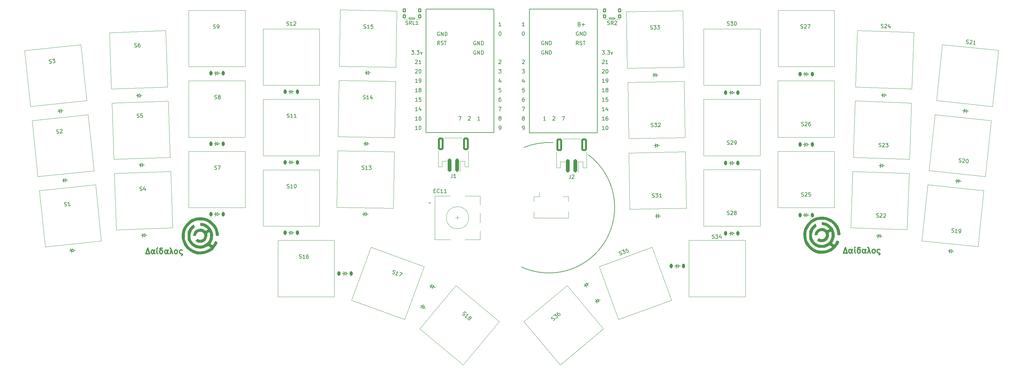
<source format=gto>
G04 #@! TF.GenerationSoftware,KiCad,Pcbnew,8.0.8*
G04 #@! TF.CreationDate,2025-05-06T09:20:42+01:00*
G04 #@! TF.ProjectId,main_wired,6d61696e-5f77-4697-9265-642e6b696361,0.1*
G04 #@! TF.SameCoordinates,Original*
G04 #@! TF.FileFunction,Legend,Top*
G04 #@! TF.FilePolarity,Positive*
%FSLAX46Y46*%
G04 Gerber Fmt 4.6, Leading zero omitted, Abs format (unit mm)*
G04 Created by KiCad (PCBNEW 8.0.8) date 2025-05-06 09:20:42*
%MOMM*%
%LPD*%
G01*
G04 APERTURE LIST*
G04 Aperture macros list*
%AMRoundRect*
0 Rectangle with rounded corners*
0 $1 Rounding radius*
0 $2 $3 $4 $5 $6 $7 $8 $9 X,Y pos of 4 corners*
0 Add a 4 corners polygon primitive as box body*
4,1,4,$2,$3,$4,$5,$6,$7,$8,$9,$2,$3,0*
0 Add four circle primitives for the rounded corners*
1,1,$1+$1,$2,$3*
1,1,$1+$1,$4,$5*
1,1,$1+$1,$6,$7*
1,1,$1+$1,$8,$9*
0 Add four rect primitives between the rounded corners*
20,1,$1+$1,$2,$3,$4,$5,0*
20,1,$1+$1,$4,$5,$6,$7,0*
20,1,$1+$1,$6,$7,$8,$9,0*
20,1,$1+$1,$8,$9,$2,$3,0*%
G04 Aperture macros list end*
%ADD10C,0.200000*%
%ADD11C,0.300000*%
%ADD12C,0.150000*%
%ADD13C,0.120000*%
%ADD14C,0.000000*%
%ADD15C,2.200000*%
%ADD16C,1.900000*%
%ADD17C,3.450000*%
%ADD18C,5.700000*%
%ADD19RoundRect,0.135000X0.315000X0.365000X-0.315000X0.365000X-0.315000X-0.365000X0.315000X-0.365000X0*%
%ADD20RoundRect,0.082500X0.767500X0.192500X-0.767500X0.192500X-0.767500X-0.192500X0.767500X-0.192500X0*%
%ADD21RoundRect,0.225000X-0.218421X-0.378870X0.231510X-0.371016X0.218421X0.378870X-0.231510X0.371016X0*%
%ADD22RoundRect,0.250000X0.250000X1.500000X-0.250000X1.500000X-0.250000X-1.500000X0.250000X-1.500000X0*%
%ADD23RoundRect,0.250001X0.499999X1.449999X-0.499999X1.449999X-0.499999X-1.449999X0.499999X-1.449999X0*%
%ADD24RoundRect,0.225000X-0.225000X-0.375000X0.225000X-0.375000X0.225000X0.375000X-0.225000X0.375000X0*%
%ADD25RoundRect,0.225000X-0.083173X-0.429339X0.339688X-0.275430X0.083173X0.429339X-0.339688X0.275430X0*%
%ADD26RoundRect,0.225000X-0.231510X-0.371016X0.218421X-0.378870X0.231510X0.371016X-0.218421X0.378870X0*%
%ADD27RoundRect,0.225000X-0.262966X-0.349427X0.184569X-0.396465X0.262966X0.349427X-0.184569X0.396465X0*%
%ADD28RoundRect,0.225000X-0.237950X-0.366919X0.211776X-0.382624X0.237950X0.366919X-0.211776X0.382624X0*%
%ADD29RoundRect,0.225000X0.068685X-0.431894X0.413405X-0.142639X-0.068685X0.431894X-0.413405X0.142639X0*%
%ADD30RoundRect,0.225000X-0.413405X-0.142639X-0.068685X-0.431894X0.413405X0.142639X0.068685X0.431894X0*%
%ADD31R,0.300000X1.300000*%
%ADD32R,1.800000X2.200000*%
%ADD33RoundRect,0.225000X-0.339688X-0.275430X0.083173X-0.429339X0.339688X0.275430X-0.083173X0.429339X0*%
%ADD34R,2.000000X2.000000*%
%ADD35C,2.000000*%
%ADD36R,3.200000X2.000000*%
%ADD37C,1.752600*%
%ADD38RoundRect,0.225000X-0.211776X-0.382624X0.237950X-0.366919X0.211776X0.382624X-0.237950X0.366919X0*%
%ADD39RoundRect,0.225000X-0.184569X-0.396465X0.262966X-0.349427X0.184569X0.396465X-0.262966X0.349427X0*%
G04 APERTURE END LIST*
D10*
X176675380Y-116000000D02*
G75*
G02*
X184469328Y-114719416I6693920J-16382600D01*
G01*
X194000000Y-118000000D02*
G75*
G02*
X176046838Y-148253173I-10600000J-14163200D01*
G01*
D11*
X262740225Y-144464027D02*
X263240225Y-142964027D01*
X263240225Y-142964027D02*
X263740225Y-144464027D01*
X263740225Y-144464027D02*
X262740225Y-144464027D01*
X265097367Y-143464027D02*
X264883082Y-144178313D01*
X264883082Y-144178313D02*
X264811653Y-144321170D01*
X264811653Y-144321170D02*
X264740224Y-144392599D01*
X264740224Y-144392599D02*
X264597367Y-144464027D01*
X264597367Y-144464027D02*
X264454510Y-144464027D01*
X264454510Y-144464027D02*
X264311653Y-144392599D01*
X264311653Y-144392599D02*
X264240224Y-144321170D01*
X264240224Y-144321170D02*
X264168796Y-144106884D01*
X264168796Y-144106884D02*
X264168796Y-143821170D01*
X264168796Y-143821170D02*
X264240224Y-143606884D01*
X264240224Y-143606884D02*
X264311653Y-143535456D01*
X264311653Y-143535456D02*
X264454510Y-143464027D01*
X264454510Y-143464027D02*
X264597367Y-143464027D01*
X264597367Y-143464027D02*
X264740224Y-143535456D01*
X264740224Y-143535456D02*
X264811653Y-143606884D01*
X264811653Y-143606884D02*
X264883082Y-143749741D01*
X264883082Y-143749741D02*
X264954510Y-144249741D01*
X264954510Y-144249741D02*
X265025939Y-144392599D01*
X265025939Y-144392599D02*
X265168796Y-144464027D01*
X265740224Y-143464027D02*
X265740224Y-144249741D01*
X265740224Y-144249741D02*
X265811653Y-144392599D01*
X265811653Y-144392599D02*
X265954510Y-144464027D01*
X265883082Y-142892599D02*
X265668796Y-143106884D01*
X266954510Y-143464027D02*
X266740224Y-143464027D01*
X266740224Y-143464027D02*
X266597367Y-143535456D01*
X266597367Y-143535456D02*
X266525938Y-143606884D01*
X266525938Y-143606884D02*
X266454510Y-143749741D01*
X266454510Y-143749741D02*
X266454510Y-144178313D01*
X266454510Y-144178313D02*
X266525938Y-144321170D01*
X266525938Y-144321170D02*
X266597367Y-144392599D01*
X266597367Y-144392599D02*
X266740224Y-144464027D01*
X266740224Y-144464027D02*
X266954510Y-144464027D01*
X266954510Y-144464027D02*
X267097367Y-144392599D01*
X267097367Y-144392599D02*
X267168796Y-144321170D01*
X267168796Y-144321170D02*
X267240224Y-144178313D01*
X267240224Y-144178313D02*
X267240224Y-143749741D01*
X267240224Y-143749741D02*
X267168796Y-143606884D01*
X267168796Y-143606884D02*
X267097367Y-143535456D01*
X267097367Y-143535456D02*
X266954510Y-143464027D01*
X266954510Y-143464027D02*
X266740224Y-143392599D01*
X266740224Y-143392599D02*
X266597367Y-143321170D01*
X266597367Y-143321170D02*
X266525938Y-143178313D01*
X266525938Y-143178313D02*
X266597367Y-143035456D01*
X266597367Y-143035456D02*
X266740224Y-142964027D01*
X266740224Y-142964027D02*
X267025938Y-142964027D01*
X267025938Y-142964027D02*
X267168796Y-143035456D01*
X268740224Y-143464027D02*
X268525939Y-144178313D01*
X268525939Y-144178313D02*
X268454510Y-144321170D01*
X268454510Y-144321170D02*
X268383081Y-144392599D01*
X268383081Y-144392599D02*
X268240224Y-144464027D01*
X268240224Y-144464027D02*
X268097367Y-144464027D01*
X268097367Y-144464027D02*
X267954510Y-144392599D01*
X267954510Y-144392599D02*
X267883081Y-144321170D01*
X267883081Y-144321170D02*
X267811653Y-144106884D01*
X267811653Y-144106884D02*
X267811653Y-143821170D01*
X267811653Y-143821170D02*
X267883081Y-143606884D01*
X267883081Y-143606884D02*
X267954510Y-143535456D01*
X267954510Y-143535456D02*
X268097367Y-143464027D01*
X268097367Y-143464027D02*
X268240224Y-143464027D01*
X268240224Y-143464027D02*
X268383081Y-143535456D01*
X268383081Y-143535456D02*
X268454510Y-143606884D01*
X268454510Y-143606884D02*
X268525939Y-143749741D01*
X268525939Y-143749741D02*
X268597367Y-144249741D01*
X268597367Y-144249741D02*
X268668796Y-144392599D01*
X268668796Y-144392599D02*
X268811653Y-144464027D01*
X269597367Y-143464027D02*
X269240224Y-144464027D01*
X269240224Y-142964027D02*
X269383081Y-142964027D01*
X269383081Y-142964027D02*
X269454510Y-143035456D01*
X269454510Y-143035456D02*
X269597367Y-143464027D01*
X269597367Y-143464027D02*
X269954510Y-144464027D01*
X270740224Y-144464027D02*
X270597367Y-144392599D01*
X270597367Y-144392599D02*
X270525938Y-144321170D01*
X270525938Y-144321170D02*
X270454510Y-144178313D01*
X270454510Y-144178313D02*
X270454510Y-143749741D01*
X270454510Y-143749741D02*
X270525938Y-143606884D01*
X270525938Y-143606884D02*
X270597367Y-143535456D01*
X270597367Y-143535456D02*
X270740224Y-143464027D01*
X270740224Y-143464027D02*
X270954510Y-143464027D01*
X270954510Y-143464027D02*
X271097367Y-143535456D01*
X271097367Y-143535456D02*
X271168796Y-143606884D01*
X271168796Y-143606884D02*
X271240224Y-143749741D01*
X271240224Y-143749741D02*
X271240224Y-144178313D01*
X271240224Y-144178313D02*
X271168796Y-144321170D01*
X271168796Y-144321170D02*
X271097367Y-144392599D01*
X271097367Y-144392599D02*
X270954510Y-144464027D01*
X270954510Y-144464027D02*
X270740224Y-144464027D01*
X272525939Y-143535456D02*
X272383081Y-143464027D01*
X272383081Y-143464027D02*
X272097367Y-143464027D01*
X272097367Y-143464027D02*
X271954510Y-143535456D01*
X271954510Y-143535456D02*
X271883081Y-143606884D01*
X271883081Y-143606884D02*
X271811653Y-143749741D01*
X271811653Y-143749741D02*
X271811653Y-144178313D01*
X271811653Y-144178313D02*
X271883081Y-144321170D01*
X271883081Y-144321170D02*
X271954510Y-144392599D01*
X271954510Y-144392599D02*
X272097367Y-144464027D01*
X272097367Y-144464027D02*
X272311653Y-144464027D01*
X272311653Y-144464027D02*
X272454510Y-144535456D01*
X272454510Y-144535456D02*
X272525939Y-144678313D01*
X272525939Y-144678313D02*
X272525939Y-144749741D01*
X272525939Y-144749741D02*
X272454510Y-144892599D01*
X272454510Y-144892599D02*
X272311653Y-144964027D01*
X74840725Y-144643071D02*
X75340725Y-143143071D01*
X75340725Y-143143071D02*
X75840725Y-144643071D01*
X75840725Y-144643071D02*
X74840725Y-144643071D01*
X77197867Y-143643071D02*
X76983582Y-144357357D01*
X76983582Y-144357357D02*
X76912153Y-144500214D01*
X76912153Y-144500214D02*
X76840724Y-144571643D01*
X76840724Y-144571643D02*
X76697867Y-144643071D01*
X76697867Y-144643071D02*
X76555010Y-144643071D01*
X76555010Y-144643071D02*
X76412153Y-144571643D01*
X76412153Y-144571643D02*
X76340724Y-144500214D01*
X76340724Y-144500214D02*
X76269296Y-144285928D01*
X76269296Y-144285928D02*
X76269296Y-144000214D01*
X76269296Y-144000214D02*
X76340724Y-143785928D01*
X76340724Y-143785928D02*
X76412153Y-143714500D01*
X76412153Y-143714500D02*
X76555010Y-143643071D01*
X76555010Y-143643071D02*
X76697867Y-143643071D01*
X76697867Y-143643071D02*
X76840724Y-143714500D01*
X76840724Y-143714500D02*
X76912153Y-143785928D01*
X76912153Y-143785928D02*
X76983582Y-143928785D01*
X76983582Y-143928785D02*
X77055010Y-144428785D01*
X77055010Y-144428785D02*
X77126439Y-144571643D01*
X77126439Y-144571643D02*
X77269296Y-144643071D01*
X77840724Y-143643071D02*
X77840724Y-144428785D01*
X77840724Y-144428785D02*
X77912153Y-144571643D01*
X77912153Y-144571643D02*
X78055010Y-144643071D01*
X77983582Y-143071643D02*
X77769296Y-143285928D01*
X79055010Y-143643071D02*
X78840724Y-143643071D01*
X78840724Y-143643071D02*
X78697867Y-143714500D01*
X78697867Y-143714500D02*
X78626438Y-143785928D01*
X78626438Y-143785928D02*
X78555010Y-143928785D01*
X78555010Y-143928785D02*
X78555010Y-144357357D01*
X78555010Y-144357357D02*
X78626438Y-144500214D01*
X78626438Y-144500214D02*
X78697867Y-144571643D01*
X78697867Y-144571643D02*
X78840724Y-144643071D01*
X78840724Y-144643071D02*
X79055010Y-144643071D01*
X79055010Y-144643071D02*
X79197867Y-144571643D01*
X79197867Y-144571643D02*
X79269296Y-144500214D01*
X79269296Y-144500214D02*
X79340724Y-144357357D01*
X79340724Y-144357357D02*
X79340724Y-143928785D01*
X79340724Y-143928785D02*
X79269296Y-143785928D01*
X79269296Y-143785928D02*
X79197867Y-143714500D01*
X79197867Y-143714500D02*
X79055010Y-143643071D01*
X79055010Y-143643071D02*
X78840724Y-143571643D01*
X78840724Y-143571643D02*
X78697867Y-143500214D01*
X78697867Y-143500214D02*
X78626438Y-143357357D01*
X78626438Y-143357357D02*
X78697867Y-143214500D01*
X78697867Y-143214500D02*
X78840724Y-143143071D01*
X78840724Y-143143071D02*
X79126438Y-143143071D01*
X79126438Y-143143071D02*
X79269296Y-143214500D01*
X80840724Y-143643071D02*
X80626439Y-144357357D01*
X80626439Y-144357357D02*
X80555010Y-144500214D01*
X80555010Y-144500214D02*
X80483581Y-144571643D01*
X80483581Y-144571643D02*
X80340724Y-144643071D01*
X80340724Y-144643071D02*
X80197867Y-144643071D01*
X80197867Y-144643071D02*
X80055010Y-144571643D01*
X80055010Y-144571643D02*
X79983581Y-144500214D01*
X79983581Y-144500214D02*
X79912153Y-144285928D01*
X79912153Y-144285928D02*
X79912153Y-144000214D01*
X79912153Y-144000214D02*
X79983581Y-143785928D01*
X79983581Y-143785928D02*
X80055010Y-143714500D01*
X80055010Y-143714500D02*
X80197867Y-143643071D01*
X80197867Y-143643071D02*
X80340724Y-143643071D01*
X80340724Y-143643071D02*
X80483581Y-143714500D01*
X80483581Y-143714500D02*
X80555010Y-143785928D01*
X80555010Y-143785928D02*
X80626439Y-143928785D01*
X80626439Y-143928785D02*
X80697867Y-144428785D01*
X80697867Y-144428785D02*
X80769296Y-144571643D01*
X80769296Y-144571643D02*
X80912153Y-144643071D01*
X81697867Y-143643071D02*
X81340724Y-144643071D01*
X81340724Y-143143071D02*
X81483581Y-143143071D01*
X81483581Y-143143071D02*
X81555010Y-143214500D01*
X81555010Y-143214500D02*
X81697867Y-143643071D01*
X81697867Y-143643071D02*
X82055010Y-144643071D01*
X82840724Y-144643071D02*
X82697867Y-144571643D01*
X82697867Y-144571643D02*
X82626438Y-144500214D01*
X82626438Y-144500214D02*
X82555010Y-144357357D01*
X82555010Y-144357357D02*
X82555010Y-143928785D01*
X82555010Y-143928785D02*
X82626438Y-143785928D01*
X82626438Y-143785928D02*
X82697867Y-143714500D01*
X82697867Y-143714500D02*
X82840724Y-143643071D01*
X82840724Y-143643071D02*
X83055010Y-143643071D01*
X83055010Y-143643071D02*
X83197867Y-143714500D01*
X83197867Y-143714500D02*
X83269296Y-143785928D01*
X83269296Y-143785928D02*
X83340724Y-143928785D01*
X83340724Y-143928785D02*
X83340724Y-144357357D01*
X83340724Y-144357357D02*
X83269296Y-144500214D01*
X83269296Y-144500214D02*
X83197867Y-144571643D01*
X83197867Y-144571643D02*
X83055010Y-144643071D01*
X83055010Y-144643071D02*
X82840724Y-144643071D01*
X84626439Y-143714500D02*
X84483581Y-143643071D01*
X84483581Y-143643071D02*
X84197867Y-143643071D01*
X84197867Y-143643071D02*
X84055010Y-143714500D01*
X84055010Y-143714500D02*
X83983581Y-143785928D01*
X83983581Y-143785928D02*
X83912153Y-143928785D01*
X83912153Y-143928785D02*
X83912153Y-144357357D01*
X83912153Y-144357357D02*
X83983581Y-144500214D01*
X83983581Y-144500214D02*
X84055010Y-144571643D01*
X84055010Y-144571643D02*
X84197867Y-144643071D01*
X84197867Y-144643071D02*
X84412153Y-144643071D01*
X84412153Y-144643071D02*
X84555010Y-144714500D01*
X84555010Y-144714500D02*
X84626439Y-144857357D01*
X84626439Y-144857357D02*
X84626439Y-144928785D01*
X84626439Y-144928785D02*
X84555010Y-145071643D01*
X84555010Y-145071643D02*
X84412153Y-145143071D01*
D12*
X141197300Y-149959189D02*
X141315255Y-150052796D01*
X141315255Y-150052796D02*
X141538992Y-150134230D01*
X141538992Y-150134230D02*
X141644773Y-150122056D01*
X141644773Y-150122056D02*
X141705807Y-150093595D01*
X141705807Y-150093595D02*
X141783128Y-150020387D01*
X141783128Y-150020387D02*
X141815701Y-149930893D01*
X141815701Y-149930893D02*
X141803527Y-149825112D01*
X141803527Y-149825112D02*
X141775066Y-149764078D01*
X141775066Y-149764078D02*
X141701859Y-149686757D01*
X141701859Y-149686757D02*
X141539156Y-149576863D01*
X141539156Y-149576863D02*
X141465948Y-149499542D01*
X141465948Y-149499542D02*
X141437488Y-149438508D01*
X141437488Y-149438508D02*
X141425314Y-149332727D01*
X141425314Y-149332727D02*
X141457887Y-149243233D01*
X141457887Y-149243233D02*
X141535208Y-149170025D01*
X141535208Y-149170025D02*
X141596242Y-149141564D01*
X141596242Y-149141564D02*
X141702023Y-149129390D01*
X141702023Y-149129390D02*
X141925759Y-149210824D01*
X141925759Y-149210824D02*
X142043714Y-149304431D01*
X142612926Y-150525110D02*
X142075959Y-150329670D01*
X142344443Y-150427390D02*
X142686463Y-149487697D01*
X142686463Y-149487697D02*
X142548108Y-149589366D01*
X142548108Y-149589366D02*
X142426040Y-149646287D01*
X142426040Y-149646287D02*
X142320259Y-149658461D01*
X143268177Y-149699424D02*
X143894639Y-149927437D01*
X143894639Y-149927437D02*
X143149894Y-150720550D01*
X295776067Y-87934402D02*
X295913164Y-87996692D01*
X295913164Y-87996692D02*
X296149955Y-88021580D01*
X296149955Y-88021580D02*
X296249649Y-87984177D01*
X296249649Y-87984177D02*
X296301985Y-87941796D01*
X296301985Y-87941796D02*
X296359298Y-87852058D01*
X296359298Y-87852058D02*
X296369253Y-87757341D01*
X296369253Y-87757341D02*
X296331850Y-87657647D01*
X296331850Y-87657647D02*
X296289469Y-87605312D01*
X296289469Y-87605312D02*
X296199731Y-87547998D01*
X296199731Y-87547998D02*
X296015275Y-87480730D01*
X296015275Y-87480730D02*
X295925536Y-87423417D01*
X295925536Y-87423417D02*
X295883156Y-87371081D01*
X295883156Y-87371081D02*
X295845753Y-87271387D01*
X295845753Y-87271387D02*
X295855708Y-87176671D01*
X295855708Y-87176671D02*
X295913021Y-87086932D01*
X295913021Y-87086932D02*
X295965357Y-87044551D01*
X295965357Y-87044551D02*
X296065051Y-87007148D01*
X296065051Y-87007148D02*
X296301842Y-87032036D01*
X296301842Y-87032036D02*
X296438939Y-87094327D01*
X296812827Y-87181505D02*
X296865162Y-87139125D01*
X296865162Y-87139125D02*
X296964856Y-87101722D01*
X296964856Y-87101722D02*
X297201647Y-87126609D01*
X297201647Y-87126609D02*
X297291386Y-87183923D01*
X297291386Y-87183923D02*
X297333767Y-87236258D01*
X297333767Y-87236258D02*
X297371170Y-87335952D01*
X297371170Y-87335952D02*
X297361215Y-87430669D01*
X297361215Y-87430669D02*
X297298924Y-87567766D01*
X297298924Y-87567766D02*
X296670895Y-88076333D01*
X296670895Y-88076333D02*
X297286552Y-88141041D01*
X298233715Y-88240592D02*
X297665417Y-88180862D01*
X297949566Y-88210727D02*
X298054095Y-87216205D01*
X298054095Y-87216205D02*
X297944446Y-87348325D01*
X297944446Y-87348325D02*
X297839774Y-87433086D01*
X297839774Y-87433086D02*
X297740080Y-87470489D01*
X199138095Y-82870399D02*
X199280952Y-82918018D01*
X199280952Y-82918018D02*
X199519047Y-82918018D01*
X199519047Y-82918018D02*
X199614285Y-82870399D01*
X199614285Y-82870399D02*
X199661904Y-82822779D01*
X199661904Y-82822779D02*
X199709523Y-82727541D01*
X199709523Y-82727541D02*
X199709523Y-82632303D01*
X199709523Y-82632303D02*
X199661904Y-82537065D01*
X199661904Y-82537065D02*
X199614285Y-82489446D01*
X199614285Y-82489446D02*
X199519047Y-82441827D01*
X199519047Y-82441827D02*
X199328571Y-82394208D01*
X199328571Y-82394208D02*
X199233333Y-82346589D01*
X199233333Y-82346589D02*
X199185714Y-82298970D01*
X199185714Y-82298970D02*
X199138095Y-82203732D01*
X199138095Y-82203732D02*
X199138095Y-82108494D01*
X199138095Y-82108494D02*
X199185714Y-82013256D01*
X199185714Y-82013256D02*
X199233333Y-81965637D01*
X199233333Y-81965637D02*
X199328571Y-81918018D01*
X199328571Y-81918018D02*
X199566666Y-81918018D01*
X199566666Y-81918018D02*
X199709523Y-81965637D01*
X200709523Y-82918018D02*
X200376190Y-82441827D01*
X200138095Y-82918018D02*
X200138095Y-81918018D01*
X200138095Y-81918018D02*
X200519047Y-81918018D01*
X200519047Y-81918018D02*
X200614285Y-81965637D01*
X200614285Y-81965637D02*
X200661904Y-82013256D01*
X200661904Y-82013256D02*
X200709523Y-82108494D01*
X200709523Y-82108494D02*
X200709523Y-82251351D01*
X200709523Y-82251351D02*
X200661904Y-82346589D01*
X200661904Y-82346589D02*
X200614285Y-82394208D01*
X200614285Y-82394208D02*
X200519047Y-82441827D01*
X200519047Y-82441827D02*
X200138095Y-82441827D01*
X201090476Y-82013256D02*
X201138095Y-81965637D01*
X201138095Y-81965637D02*
X201233333Y-81918018D01*
X201233333Y-81918018D02*
X201471428Y-81918018D01*
X201471428Y-81918018D02*
X201566666Y-81965637D01*
X201566666Y-81965637D02*
X201614285Y-82013256D01*
X201614285Y-82013256D02*
X201661904Y-82108494D01*
X201661904Y-82108494D02*
X201661904Y-82203732D01*
X201661904Y-82203732D02*
X201614285Y-82346589D01*
X201614285Y-82346589D02*
X201042857Y-82918018D01*
X201042857Y-82918018D02*
X201661904Y-82918018D01*
X202546953Y-145012379D02*
X202697481Y-145008266D01*
X202697481Y-145008266D02*
X202921217Y-144926833D01*
X202921217Y-144926833D02*
X202994425Y-144849512D01*
X202994425Y-144849512D02*
X203022886Y-144788478D01*
X203022886Y-144788478D02*
X203035060Y-144682697D01*
X203035060Y-144682697D02*
X203002486Y-144593202D01*
X203002486Y-144593202D02*
X202925166Y-144519994D01*
X202925166Y-144519994D02*
X202864132Y-144491534D01*
X202864132Y-144491534D02*
X202758351Y-144479360D01*
X202758351Y-144479360D02*
X202563075Y-144499759D01*
X202563075Y-144499759D02*
X202457294Y-144487585D01*
X202457294Y-144487585D02*
X202396260Y-144459125D01*
X202396260Y-144459125D02*
X202318939Y-144385917D01*
X202318939Y-144385917D02*
X202286366Y-144296422D01*
X202286366Y-144296422D02*
X202298540Y-144190641D01*
X202298540Y-144190641D02*
X202327000Y-144129607D01*
X202327000Y-144129607D02*
X202400208Y-144052287D01*
X202400208Y-144052287D02*
X202623944Y-143970853D01*
X202623944Y-143970853D02*
X202774473Y-143966741D01*
X203071417Y-143807987D02*
X203653132Y-143596260D01*
X203653132Y-143596260D02*
X203470194Y-144068245D01*
X203470194Y-144068245D02*
X203604436Y-144019385D01*
X203604436Y-144019385D02*
X203710217Y-144031559D01*
X203710217Y-144031559D02*
X203771251Y-144060019D01*
X203771251Y-144060019D02*
X203848572Y-144133227D01*
X203848572Y-144133227D02*
X203930005Y-144356963D01*
X203930005Y-144356963D02*
X203917831Y-144462745D01*
X203917831Y-144462745D02*
X203889371Y-144523778D01*
X203889371Y-144523778D02*
X203816163Y-144601099D01*
X203816163Y-144601099D02*
X203547679Y-144698819D01*
X203547679Y-144698819D02*
X203441898Y-144686645D01*
X203441898Y-144686645D02*
X203380864Y-144658185D01*
X204503330Y-143286813D02*
X204055857Y-143449680D01*
X204055857Y-143449680D02*
X204173977Y-143913439D01*
X204173977Y-143913439D02*
X204202437Y-143852405D01*
X204202437Y-143852405D02*
X204275645Y-143775084D01*
X204275645Y-143775084D02*
X204499381Y-143693651D01*
X204499381Y-143693651D02*
X204605163Y-143705825D01*
X204605163Y-143705825D02*
X204666197Y-143734286D01*
X204666197Y-143734286D02*
X204743517Y-143807494D01*
X204743517Y-143807494D02*
X204824951Y-144031230D01*
X204824951Y-144031230D02*
X204812777Y-144137011D01*
X204812777Y-144137011D02*
X204784316Y-144198045D01*
X204784316Y-144198045D02*
X204711108Y-144275366D01*
X204711108Y-144275366D02*
X204487372Y-144356799D01*
X204487372Y-144356799D02*
X204381591Y-144344625D01*
X204381591Y-144344625D02*
X204320557Y-144316164D01*
X189166666Y-123404819D02*
X189166666Y-124119104D01*
X189166666Y-124119104D02*
X189119047Y-124261961D01*
X189119047Y-124261961D02*
X189023809Y-124357200D01*
X189023809Y-124357200D02*
X188880952Y-124404819D01*
X188880952Y-124404819D02*
X188785714Y-124404819D01*
X189595238Y-123500057D02*
X189642857Y-123452438D01*
X189642857Y-123452438D02*
X189738095Y-123404819D01*
X189738095Y-123404819D02*
X189976190Y-123404819D01*
X189976190Y-123404819D02*
X190071428Y-123452438D01*
X190071428Y-123452438D02*
X190119047Y-123500057D01*
X190119047Y-123500057D02*
X190166666Y-123595295D01*
X190166666Y-123595295D02*
X190166666Y-123690533D01*
X190166666Y-123690533D02*
X190119047Y-123833390D01*
X190119047Y-123833390D02*
X189547619Y-124404819D01*
X189547619Y-124404819D02*
X190166666Y-124404819D01*
X291819583Y-138812782D02*
X291956680Y-138875072D01*
X291956680Y-138875072D02*
X292193471Y-138899960D01*
X292193471Y-138899960D02*
X292293165Y-138862557D01*
X292293165Y-138862557D02*
X292345501Y-138820176D01*
X292345501Y-138820176D02*
X292402814Y-138730438D01*
X292402814Y-138730438D02*
X292412769Y-138635721D01*
X292412769Y-138635721D02*
X292375366Y-138536027D01*
X292375366Y-138536027D02*
X292332985Y-138483692D01*
X292332985Y-138483692D02*
X292243247Y-138426378D01*
X292243247Y-138426378D02*
X292058791Y-138359110D01*
X292058791Y-138359110D02*
X291969052Y-138301797D01*
X291969052Y-138301797D02*
X291926672Y-138249461D01*
X291926672Y-138249461D02*
X291889269Y-138149767D01*
X291889269Y-138149767D02*
X291899224Y-138055051D01*
X291899224Y-138055051D02*
X291956537Y-137965312D01*
X291956537Y-137965312D02*
X292008873Y-137922931D01*
X292008873Y-137922931D02*
X292108567Y-137885528D01*
X292108567Y-137885528D02*
X292345358Y-137910416D01*
X292345358Y-137910416D02*
X292482455Y-137972707D01*
X293330068Y-139019421D02*
X292761769Y-138959691D01*
X293045918Y-138989556D02*
X293150447Y-137995034D01*
X293150447Y-137995034D02*
X293040798Y-138127154D01*
X293040798Y-138127154D02*
X292936126Y-138211915D01*
X292936126Y-138211915D02*
X292836433Y-138249318D01*
X293803649Y-139069197D02*
X293993082Y-139089107D01*
X293993082Y-139089107D02*
X294092776Y-139051704D01*
X294092776Y-139051704D02*
X294145112Y-139009323D01*
X294145112Y-139009323D02*
X294254761Y-138877204D01*
X294254761Y-138877204D02*
X294322029Y-138692749D01*
X294322029Y-138692749D02*
X294361850Y-138313883D01*
X294361850Y-138313883D02*
X294324446Y-138214189D01*
X294324446Y-138214189D02*
X294282066Y-138161853D01*
X294282066Y-138161853D02*
X294192327Y-138104540D01*
X294192327Y-138104540D02*
X294002894Y-138084630D01*
X294002894Y-138084630D02*
X293903200Y-138122033D01*
X293903200Y-138122033D02*
X293850865Y-138164414D01*
X293850865Y-138164414D02*
X293793551Y-138254153D01*
X293793551Y-138254153D02*
X293768664Y-138490943D01*
X293768664Y-138490943D02*
X293806067Y-138590637D01*
X293806067Y-138590637D02*
X293848447Y-138642973D01*
X293848447Y-138642973D02*
X293938186Y-138700286D01*
X293938186Y-138700286D02*
X294127619Y-138720197D01*
X294127619Y-138720197D02*
X294227313Y-138682793D01*
X294227313Y-138682793D02*
X294279649Y-138640413D01*
X294279649Y-138640413D02*
X294336962Y-138550674D01*
X251410794Y-110126261D02*
X251553651Y-110173880D01*
X251553651Y-110173880D02*
X251791746Y-110173880D01*
X251791746Y-110173880D02*
X251886984Y-110126261D01*
X251886984Y-110126261D02*
X251934603Y-110078641D01*
X251934603Y-110078641D02*
X251982222Y-109983403D01*
X251982222Y-109983403D02*
X251982222Y-109888165D01*
X251982222Y-109888165D02*
X251934603Y-109792927D01*
X251934603Y-109792927D02*
X251886984Y-109745308D01*
X251886984Y-109745308D02*
X251791746Y-109697689D01*
X251791746Y-109697689D02*
X251601270Y-109650070D01*
X251601270Y-109650070D02*
X251506032Y-109602451D01*
X251506032Y-109602451D02*
X251458413Y-109554832D01*
X251458413Y-109554832D02*
X251410794Y-109459594D01*
X251410794Y-109459594D02*
X251410794Y-109364356D01*
X251410794Y-109364356D02*
X251458413Y-109269118D01*
X251458413Y-109269118D02*
X251506032Y-109221499D01*
X251506032Y-109221499D02*
X251601270Y-109173880D01*
X251601270Y-109173880D02*
X251839365Y-109173880D01*
X251839365Y-109173880D02*
X251982222Y-109221499D01*
X252363175Y-109269118D02*
X252410794Y-109221499D01*
X252410794Y-109221499D02*
X252506032Y-109173880D01*
X252506032Y-109173880D02*
X252744127Y-109173880D01*
X252744127Y-109173880D02*
X252839365Y-109221499D01*
X252839365Y-109221499D02*
X252886984Y-109269118D01*
X252886984Y-109269118D02*
X252934603Y-109364356D01*
X252934603Y-109364356D02*
X252934603Y-109459594D01*
X252934603Y-109459594D02*
X252886984Y-109602451D01*
X252886984Y-109602451D02*
X252315556Y-110173880D01*
X252315556Y-110173880D02*
X252934603Y-110173880D01*
X253791746Y-109173880D02*
X253601270Y-109173880D01*
X253601270Y-109173880D02*
X253506032Y-109221499D01*
X253506032Y-109221499D02*
X253458413Y-109269118D01*
X253458413Y-109269118D02*
X253363175Y-109411975D01*
X253363175Y-109411975D02*
X253315556Y-109602451D01*
X253315556Y-109602451D02*
X253315556Y-109983403D01*
X253315556Y-109983403D02*
X253363175Y-110078641D01*
X253363175Y-110078641D02*
X253410794Y-110126261D01*
X253410794Y-110126261D02*
X253506032Y-110173880D01*
X253506032Y-110173880D02*
X253696508Y-110173880D01*
X253696508Y-110173880D02*
X253791746Y-110126261D01*
X253791746Y-110126261D02*
X253839365Y-110078641D01*
X253839365Y-110078641D02*
X253886984Y-109983403D01*
X253886984Y-109983403D02*
X253886984Y-109745308D01*
X253886984Y-109745308D02*
X253839365Y-109650070D01*
X253839365Y-109650070D02*
X253791746Y-109602451D01*
X253791746Y-109602451D02*
X253696508Y-109554832D01*
X253696508Y-109554832D02*
X253506032Y-109554832D01*
X253506032Y-109554832D02*
X253410794Y-109602451D01*
X253410794Y-109602451D02*
X253363175Y-109650070D01*
X253363175Y-109650070D02*
X253315556Y-109745308D01*
X272846970Y-83710995D02*
X272988078Y-83763570D01*
X272988078Y-83763570D02*
X273226028Y-83771880D01*
X273226028Y-83771880D02*
X273322870Y-83727613D01*
X273322870Y-83727613D02*
X273372122Y-83681685D01*
X273372122Y-83681685D02*
X273423036Y-83588167D01*
X273423036Y-83588167D02*
X273426360Y-83492987D01*
X273426360Y-83492987D02*
X273382093Y-83396145D01*
X273382093Y-83396145D02*
X273336165Y-83346893D01*
X273336165Y-83346893D02*
X273242647Y-83295979D01*
X273242647Y-83295979D02*
X273053949Y-83241742D01*
X273053949Y-83241742D02*
X272960431Y-83190828D01*
X272960431Y-83190828D02*
X272914502Y-83141576D01*
X272914502Y-83141576D02*
X272870236Y-83044734D01*
X272870236Y-83044734D02*
X272873560Y-82949554D01*
X272873560Y-82949554D02*
X272924474Y-82856036D01*
X272924474Y-82856036D02*
X272973726Y-82810108D01*
X272973726Y-82810108D02*
X273070568Y-82765841D01*
X273070568Y-82765841D02*
X273308518Y-82774151D01*
X273308518Y-82774151D02*
X273449626Y-82826726D01*
X273828685Y-82887611D02*
X273877936Y-82841683D01*
X273877936Y-82841683D02*
X273974778Y-82797417D01*
X273974778Y-82797417D02*
X274212729Y-82805726D01*
X274212729Y-82805726D02*
X274306247Y-82856640D01*
X274306247Y-82856640D02*
X274352175Y-82905892D01*
X274352175Y-82905892D02*
X274396441Y-83002734D01*
X274396441Y-83002734D02*
X274393117Y-83097914D01*
X274393117Y-83097914D02*
X274340542Y-83239022D01*
X274340542Y-83239022D02*
X273749519Y-83790160D01*
X273749519Y-83790160D02*
X274368189Y-83811765D01*
X275248076Y-83175418D02*
X275224810Y-83841679D01*
X275023421Y-82786388D02*
X274760543Y-83491930D01*
X274760543Y-83491930D02*
X275379213Y-83513534D01*
X160064432Y-160975698D02*
X160143258Y-161104003D01*
X160143258Y-161104003D02*
X160325649Y-161257048D01*
X160325649Y-161257048D02*
X160429215Y-161281787D01*
X160429215Y-161281787D02*
X160496302Y-161275918D01*
X160496302Y-161275918D02*
X160593998Y-161233570D01*
X160593998Y-161233570D02*
X160655216Y-161160613D01*
X160655216Y-161160613D02*
X160679956Y-161057048D01*
X160679956Y-161057048D02*
X160674086Y-160989961D01*
X160674086Y-160989961D02*
X160631739Y-160892265D01*
X160631739Y-160892265D02*
X160516434Y-160733350D01*
X160516434Y-160733350D02*
X160474087Y-160635654D01*
X160474087Y-160635654D02*
X160468217Y-160568567D01*
X160468217Y-160568567D02*
X160492957Y-160465001D01*
X160492957Y-160465001D02*
X160554175Y-160392045D01*
X160554175Y-160392045D02*
X160651871Y-160349697D01*
X160651871Y-160349697D02*
X160718958Y-160343828D01*
X160718958Y-160343828D02*
X160822524Y-160368567D01*
X160822524Y-160368567D02*
X161004915Y-160521612D01*
X161004915Y-160521612D02*
X161083741Y-160649917D01*
X161201129Y-161991662D02*
X160763389Y-161624355D01*
X160982259Y-161808008D02*
X161625046Y-161041964D01*
X161625046Y-161041964D02*
X161460263Y-161090181D01*
X161460263Y-161090181D02*
X161326089Y-161101920D01*
X161326089Y-161101920D02*
X161222523Y-161077180D01*
X162006176Y-161921230D02*
X161963828Y-161823533D01*
X161963828Y-161823533D02*
X161957959Y-161756446D01*
X161957959Y-161756446D02*
X161982698Y-161652881D01*
X161982698Y-161652881D02*
X162013307Y-161616402D01*
X162013307Y-161616402D02*
X162111003Y-161574055D01*
X162111003Y-161574055D02*
X162178090Y-161568185D01*
X162178090Y-161568185D02*
X162281656Y-161592925D01*
X162281656Y-161592925D02*
X162427569Y-161715361D01*
X162427569Y-161715361D02*
X162469917Y-161813057D01*
X162469917Y-161813057D02*
X162475786Y-161880144D01*
X162475786Y-161880144D02*
X162451047Y-161983710D01*
X162451047Y-161983710D02*
X162420438Y-162020188D01*
X162420438Y-162020188D02*
X162322742Y-162062535D01*
X162322742Y-162062535D02*
X162255654Y-162068405D01*
X162255654Y-162068405D02*
X162152089Y-162043665D01*
X162152089Y-162043665D02*
X162006176Y-161921230D01*
X162006176Y-161921230D02*
X161902610Y-161896490D01*
X161902610Y-161896490D02*
X161835523Y-161902359D01*
X161835523Y-161902359D02*
X161737827Y-161944707D01*
X161737827Y-161944707D02*
X161615391Y-162090620D01*
X161615391Y-162090620D02*
X161590651Y-162194186D01*
X161590651Y-162194186D02*
X161596521Y-162261273D01*
X161596521Y-162261273D02*
X161638868Y-162358969D01*
X161638868Y-162358969D02*
X161784782Y-162481405D01*
X161784782Y-162481405D02*
X161888347Y-162506145D01*
X161888347Y-162506145D02*
X161955434Y-162500275D01*
X161955434Y-162500275D02*
X162053131Y-162457927D01*
X162053131Y-162457927D02*
X162175566Y-162312014D01*
X162175566Y-162312014D02*
X162200306Y-162208449D01*
X162200306Y-162208449D02*
X162194436Y-162141361D01*
X162194436Y-162141361D02*
X162152089Y-162043665D01*
X272250025Y-115775337D02*
X272391133Y-115827912D01*
X272391133Y-115827912D02*
X272629083Y-115836222D01*
X272629083Y-115836222D02*
X272725925Y-115791955D01*
X272725925Y-115791955D02*
X272775177Y-115746027D01*
X272775177Y-115746027D02*
X272826091Y-115652509D01*
X272826091Y-115652509D02*
X272829415Y-115557329D01*
X272829415Y-115557329D02*
X272785148Y-115460487D01*
X272785148Y-115460487D02*
X272739220Y-115411235D01*
X272739220Y-115411235D02*
X272645702Y-115360321D01*
X272645702Y-115360321D02*
X272457004Y-115306084D01*
X272457004Y-115306084D02*
X272363486Y-115255170D01*
X272363486Y-115255170D02*
X272317557Y-115205918D01*
X272317557Y-115205918D02*
X272273291Y-115109076D01*
X272273291Y-115109076D02*
X272276615Y-115013896D01*
X272276615Y-115013896D02*
X272327529Y-114920378D01*
X272327529Y-114920378D02*
X272376781Y-114874450D01*
X272376781Y-114874450D02*
X272473623Y-114830183D01*
X272473623Y-114830183D02*
X272711573Y-114838493D01*
X272711573Y-114838493D02*
X272852681Y-114891068D01*
X273231740Y-114951953D02*
X273280991Y-114906025D01*
X273280991Y-114906025D02*
X273377833Y-114861759D01*
X273377833Y-114861759D02*
X273615784Y-114870068D01*
X273615784Y-114870068D02*
X273709302Y-114920982D01*
X273709302Y-114920982D02*
X273755230Y-114970234D01*
X273755230Y-114970234D02*
X273799496Y-115067076D01*
X273799496Y-115067076D02*
X273796172Y-115162256D01*
X273796172Y-115162256D02*
X273743597Y-115303364D01*
X273743597Y-115303364D02*
X273152574Y-115854502D01*
X273152574Y-115854502D02*
X273771244Y-115876107D01*
X274139274Y-114888349D02*
X274757945Y-114909954D01*
X274757945Y-114909954D02*
X274411519Y-115279041D01*
X274411519Y-115279041D02*
X274554289Y-115284026D01*
X274554289Y-115284026D02*
X274647808Y-115334940D01*
X274647808Y-115334940D02*
X274693736Y-115384192D01*
X274693736Y-115384192D02*
X274738002Y-115481034D01*
X274738002Y-115481034D02*
X274729693Y-115718984D01*
X274729693Y-115718984D02*
X274678779Y-115812502D01*
X274678779Y-115812502D02*
X274629527Y-115858431D01*
X274629527Y-115858431D02*
X274532685Y-115902697D01*
X274532685Y-115902697D02*
X274247145Y-115892726D01*
X274247145Y-115892726D02*
X274153626Y-115841812D01*
X274153626Y-115841812D02*
X274107698Y-115792560D01*
X231420806Y-83033513D02*
X231563663Y-83081132D01*
X231563663Y-83081132D02*
X231801758Y-83081132D01*
X231801758Y-83081132D02*
X231896996Y-83033513D01*
X231896996Y-83033513D02*
X231944615Y-82985893D01*
X231944615Y-82985893D02*
X231992234Y-82890655D01*
X231992234Y-82890655D02*
X231992234Y-82795417D01*
X231992234Y-82795417D02*
X231944615Y-82700179D01*
X231944615Y-82700179D02*
X231896996Y-82652560D01*
X231896996Y-82652560D02*
X231801758Y-82604941D01*
X231801758Y-82604941D02*
X231611282Y-82557322D01*
X231611282Y-82557322D02*
X231516044Y-82509703D01*
X231516044Y-82509703D02*
X231468425Y-82462084D01*
X231468425Y-82462084D02*
X231420806Y-82366846D01*
X231420806Y-82366846D02*
X231420806Y-82271608D01*
X231420806Y-82271608D02*
X231468425Y-82176370D01*
X231468425Y-82176370D02*
X231516044Y-82128751D01*
X231516044Y-82128751D02*
X231611282Y-82081132D01*
X231611282Y-82081132D02*
X231849377Y-82081132D01*
X231849377Y-82081132D02*
X231992234Y-82128751D01*
X232325568Y-82081132D02*
X232944615Y-82081132D01*
X232944615Y-82081132D02*
X232611282Y-82462084D01*
X232611282Y-82462084D02*
X232754139Y-82462084D01*
X232754139Y-82462084D02*
X232849377Y-82509703D01*
X232849377Y-82509703D02*
X232896996Y-82557322D01*
X232896996Y-82557322D02*
X232944615Y-82652560D01*
X232944615Y-82652560D02*
X232944615Y-82890655D01*
X232944615Y-82890655D02*
X232896996Y-82985893D01*
X232896996Y-82985893D02*
X232849377Y-83033513D01*
X232849377Y-83033513D02*
X232754139Y-83081132D01*
X232754139Y-83081132D02*
X232468425Y-83081132D01*
X232468425Y-83081132D02*
X232373187Y-83033513D01*
X232373187Y-83033513D02*
X232325568Y-82985893D01*
X233563663Y-82081132D02*
X233658901Y-82081132D01*
X233658901Y-82081132D02*
X233754139Y-82128751D01*
X233754139Y-82128751D02*
X233801758Y-82176370D01*
X233801758Y-82176370D02*
X233849377Y-82271608D01*
X233849377Y-82271608D02*
X233896996Y-82462084D01*
X233896996Y-82462084D02*
X233896996Y-82700179D01*
X233896996Y-82700179D02*
X233849377Y-82890655D01*
X233849377Y-82890655D02*
X233801758Y-82985893D01*
X233801758Y-82985893D02*
X233754139Y-83033513D01*
X233754139Y-83033513D02*
X233658901Y-83081132D01*
X233658901Y-83081132D02*
X233563663Y-83081132D01*
X233563663Y-83081132D02*
X233468425Y-83033513D01*
X233468425Y-83033513D02*
X233420806Y-82985893D01*
X233420806Y-82985893D02*
X233373187Y-82890655D01*
X233373187Y-82890655D02*
X233325568Y-82700179D01*
X233325568Y-82700179D02*
X233325568Y-82462084D01*
X233325568Y-82462084D02*
X233373187Y-82271608D01*
X233373187Y-82271608D02*
X233420806Y-82176370D01*
X233420806Y-82176370D02*
X233468425Y-82128751D01*
X233468425Y-82128751D02*
X233563663Y-82081132D01*
X293805632Y-119916879D02*
X293942729Y-119979169D01*
X293942729Y-119979169D02*
X294179520Y-120004057D01*
X294179520Y-120004057D02*
X294279214Y-119966654D01*
X294279214Y-119966654D02*
X294331550Y-119924273D01*
X294331550Y-119924273D02*
X294388863Y-119834535D01*
X294388863Y-119834535D02*
X294398818Y-119739818D01*
X294398818Y-119739818D02*
X294361415Y-119640124D01*
X294361415Y-119640124D02*
X294319034Y-119587789D01*
X294319034Y-119587789D02*
X294229296Y-119530475D01*
X294229296Y-119530475D02*
X294044840Y-119463207D01*
X294044840Y-119463207D02*
X293955101Y-119405894D01*
X293955101Y-119405894D02*
X293912721Y-119353558D01*
X293912721Y-119353558D02*
X293875318Y-119253864D01*
X293875318Y-119253864D02*
X293885273Y-119159148D01*
X293885273Y-119159148D02*
X293942586Y-119069409D01*
X293942586Y-119069409D02*
X293994922Y-119027028D01*
X293994922Y-119027028D02*
X294094616Y-118989625D01*
X294094616Y-118989625D02*
X294331407Y-119014513D01*
X294331407Y-119014513D02*
X294468504Y-119076804D01*
X294842392Y-119163982D02*
X294894727Y-119121602D01*
X294894727Y-119121602D02*
X294994421Y-119084199D01*
X294994421Y-119084199D02*
X295231212Y-119109086D01*
X295231212Y-119109086D02*
X295320951Y-119166400D01*
X295320951Y-119166400D02*
X295363332Y-119218735D01*
X295363332Y-119218735D02*
X295400735Y-119318429D01*
X295400735Y-119318429D02*
X295390780Y-119413146D01*
X295390780Y-119413146D02*
X295328489Y-119550243D01*
X295328489Y-119550243D02*
X294700460Y-120058810D01*
X294700460Y-120058810D02*
X295316117Y-120123518D01*
X296036301Y-119193705D02*
X296131018Y-119203660D01*
X296131018Y-119203660D02*
X296220757Y-119260973D01*
X296220757Y-119260973D02*
X296263137Y-119313309D01*
X296263137Y-119313309D02*
X296300540Y-119413003D01*
X296300540Y-119413003D02*
X296327988Y-119607413D01*
X296327988Y-119607413D02*
X296303101Y-119844204D01*
X296303101Y-119844204D02*
X296235832Y-120028659D01*
X296235832Y-120028659D02*
X296178519Y-120118398D01*
X296178519Y-120118398D02*
X296126183Y-120160778D01*
X296126183Y-120160778D02*
X296026489Y-120198182D01*
X296026489Y-120198182D02*
X295931773Y-120188226D01*
X295931773Y-120188226D02*
X295842034Y-120130913D01*
X295842034Y-120130913D02*
X295799654Y-120078577D01*
X295799654Y-120078577D02*
X295762250Y-119978884D01*
X295762250Y-119978884D02*
X295734802Y-119784473D01*
X295734802Y-119784473D02*
X295759690Y-119547682D01*
X295759690Y-119547682D02*
X295826959Y-119363227D01*
X295826959Y-119363227D02*
X295884272Y-119273488D01*
X295884272Y-119273488D02*
X295936608Y-119231108D01*
X295936608Y-119231108D02*
X296036301Y-119193705D01*
X133529599Y-83845126D02*
X133671603Y-83895231D01*
X133671603Y-83895231D02*
X133909662Y-83899386D01*
X133909662Y-83899386D02*
X134005717Y-83853436D01*
X134005717Y-83853436D02*
X134054159Y-83806656D01*
X134054159Y-83806656D02*
X134103433Y-83712263D01*
X134103433Y-83712263D02*
X134105096Y-83617040D01*
X134105096Y-83617040D02*
X134059146Y-83520985D01*
X134059146Y-83520985D02*
X134012365Y-83472542D01*
X134012365Y-83472542D02*
X133917973Y-83423268D01*
X133917973Y-83423268D02*
X133728356Y-83372332D01*
X133728356Y-83372332D02*
X133633964Y-83323058D01*
X133633964Y-83323058D02*
X133587183Y-83274615D01*
X133587183Y-83274615D02*
X133541234Y-83178561D01*
X133541234Y-83178561D02*
X133542896Y-83083337D01*
X133542896Y-83083337D02*
X133592170Y-82988945D01*
X133592170Y-82988945D02*
X133640613Y-82942164D01*
X133640613Y-82942164D02*
X133736667Y-82896214D01*
X133736667Y-82896214D02*
X133974726Y-82900369D01*
X133974726Y-82900369D02*
X134116730Y-82950474D01*
X135052345Y-83919332D02*
X134481004Y-83909359D01*
X134766674Y-83914345D02*
X134784127Y-82914498D01*
X134784127Y-82914498D02*
X134686410Y-83055671D01*
X134686410Y-83055671D02*
X134589524Y-83149232D01*
X134589524Y-83149232D02*
X134493470Y-83195182D01*
X135974422Y-82935274D02*
X135498304Y-82926964D01*
X135498304Y-82926964D02*
X135442381Y-83402250D01*
X135442381Y-83402250D02*
X135490824Y-83355470D01*
X135490824Y-83355470D02*
X135586879Y-83309520D01*
X135586879Y-83309520D02*
X135824938Y-83313675D01*
X135824938Y-83313675D02*
X135919330Y-83362949D01*
X135919330Y-83362949D02*
X135966111Y-83411392D01*
X135966111Y-83411392D02*
X136012061Y-83507447D01*
X136012061Y-83507447D02*
X136007905Y-83745506D01*
X136007905Y-83745506D02*
X135958631Y-83839898D01*
X135958631Y-83839898D02*
X135910188Y-83886679D01*
X135910188Y-83886679D02*
X135814134Y-83932629D01*
X135814134Y-83932629D02*
X135576075Y-83928473D01*
X135576075Y-83928473D02*
X135481682Y-83879199D01*
X135481682Y-83879199D02*
X135434902Y-83830757D01*
X211244023Y-129428745D02*
X211387689Y-129473864D01*
X211387689Y-129473864D02*
X211625748Y-129469708D01*
X211625748Y-129469708D02*
X211720141Y-129420435D01*
X211720141Y-129420435D02*
X211766922Y-129371992D01*
X211766922Y-129371992D02*
X211812871Y-129275937D01*
X211812871Y-129275937D02*
X211811209Y-129180713D01*
X211811209Y-129180713D02*
X211761935Y-129086321D01*
X211761935Y-129086321D02*
X211713492Y-129039540D01*
X211713492Y-129039540D02*
X211617438Y-128993591D01*
X211617438Y-128993591D02*
X211426159Y-128949303D01*
X211426159Y-128949303D02*
X211330105Y-128903353D01*
X211330105Y-128903353D02*
X211281662Y-128856573D01*
X211281662Y-128856573D02*
X211232388Y-128762180D01*
X211232388Y-128762180D02*
X211230726Y-128666956D01*
X211230726Y-128666956D02*
X211276675Y-128570902D01*
X211276675Y-128570902D02*
X211323456Y-128522459D01*
X211323456Y-128522459D02*
X211417849Y-128473185D01*
X211417849Y-128473185D02*
X211655908Y-128469030D01*
X211655908Y-128469030D02*
X211799574Y-128514148D01*
X212132026Y-128460719D02*
X212750979Y-128449915D01*
X212750979Y-128449915D02*
X212424345Y-128836627D01*
X212424345Y-128836627D02*
X212567180Y-128834134D01*
X212567180Y-128834134D02*
X212663235Y-128880083D01*
X212663235Y-128880083D02*
X212711678Y-128926864D01*
X212711678Y-128926864D02*
X212760952Y-129021257D01*
X212760952Y-129021257D02*
X212765107Y-129259316D01*
X212765107Y-129259316D02*
X212719158Y-129355370D01*
X212719158Y-129355370D02*
X212672377Y-129403813D01*
X212672377Y-129403813D02*
X212577984Y-129453087D01*
X212577984Y-129453087D02*
X212292313Y-129458074D01*
X212292313Y-129458074D02*
X212196259Y-129412124D01*
X212196259Y-129412124D02*
X212147816Y-129365343D01*
X213720667Y-129433142D02*
X213149326Y-129443114D01*
X213434997Y-129438128D02*
X213417544Y-128438280D01*
X213417544Y-128438280D02*
X213324814Y-128582778D01*
X213324814Y-128582778D02*
X213231252Y-128679663D01*
X213231252Y-128679663D02*
X213136860Y-128728937D01*
X133371067Y-102885530D02*
X133513071Y-102935635D01*
X133513071Y-102935635D02*
X133751130Y-102939790D01*
X133751130Y-102939790D02*
X133847185Y-102893840D01*
X133847185Y-102893840D02*
X133895627Y-102847060D01*
X133895627Y-102847060D02*
X133944901Y-102752667D01*
X133944901Y-102752667D02*
X133946564Y-102657444D01*
X133946564Y-102657444D02*
X133900614Y-102561389D01*
X133900614Y-102561389D02*
X133853833Y-102512946D01*
X133853833Y-102512946D02*
X133759441Y-102463672D01*
X133759441Y-102463672D02*
X133569824Y-102412736D01*
X133569824Y-102412736D02*
X133475432Y-102363462D01*
X133475432Y-102363462D02*
X133428651Y-102315019D01*
X133428651Y-102315019D02*
X133382702Y-102218965D01*
X133382702Y-102218965D02*
X133384364Y-102123741D01*
X133384364Y-102123741D02*
X133433638Y-102029349D01*
X133433638Y-102029349D02*
X133482081Y-101982568D01*
X133482081Y-101982568D02*
X133578135Y-101936618D01*
X133578135Y-101936618D02*
X133816194Y-101940773D01*
X133816194Y-101940773D02*
X133958198Y-101990878D01*
X134893813Y-102959736D02*
X134322472Y-102949763D01*
X134608142Y-102954749D02*
X134625595Y-101954902D01*
X134625595Y-101954902D02*
X134527878Y-102096075D01*
X134527878Y-102096075D02*
X134430992Y-102189636D01*
X134430992Y-102189636D02*
X134334938Y-102235586D01*
X135762460Y-102308130D02*
X135750825Y-102974695D01*
X135531050Y-101923080D02*
X135280525Y-102633102D01*
X135280525Y-102633102D02*
X135899478Y-102643906D01*
X251410806Y-129126274D02*
X251553663Y-129173893D01*
X251553663Y-129173893D02*
X251791758Y-129173893D01*
X251791758Y-129173893D02*
X251886996Y-129126274D01*
X251886996Y-129126274D02*
X251934615Y-129078654D01*
X251934615Y-129078654D02*
X251982234Y-128983416D01*
X251982234Y-128983416D02*
X251982234Y-128888178D01*
X251982234Y-128888178D02*
X251934615Y-128792940D01*
X251934615Y-128792940D02*
X251886996Y-128745321D01*
X251886996Y-128745321D02*
X251791758Y-128697702D01*
X251791758Y-128697702D02*
X251601282Y-128650083D01*
X251601282Y-128650083D02*
X251506044Y-128602464D01*
X251506044Y-128602464D02*
X251458425Y-128554845D01*
X251458425Y-128554845D02*
X251410806Y-128459607D01*
X251410806Y-128459607D02*
X251410806Y-128364369D01*
X251410806Y-128364369D02*
X251458425Y-128269131D01*
X251458425Y-128269131D02*
X251506044Y-128221512D01*
X251506044Y-128221512D02*
X251601282Y-128173893D01*
X251601282Y-128173893D02*
X251839377Y-128173893D01*
X251839377Y-128173893D02*
X251982234Y-128221512D01*
X252363187Y-128269131D02*
X252410806Y-128221512D01*
X252410806Y-128221512D02*
X252506044Y-128173893D01*
X252506044Y-128173893D02*
X252744139Y-128173893D01*
X252744139Y-128173893D02*
X252839377Y-128221512D01*
X252839377Y-128221512D02*
X252886996Y-128269131D01*
X252886996Y-128269131D02*
X252934615Y-128364369D01*
X252934615Y-128364369D02*
X252934615Y-128459607D01*
X252934615Y-128459607D02*
X252886996Y-128602464D01*
X252886996Y-128602464D02*
X252315568Y-129173893D01*
X252315568Y-129173893D02*
X252934615Y-129173893D01*
X253839377Y-128173893D02*
X253363187Y-128173893D01*
X253363187Y-128173893D02*
X253315568Y-128650083D01*
X253315568Y-128650083D02*
X253363187Y-128602464D01*
X253363187Y-128602464D02*
X253458425Y-128554845D01*
X253458425Y-128554845D02*
X253696520Y-128554845D01*
X253696520Y-128554845D02*
X253791758Y-128602464D01*
X253791758Y-128602464D02*
X253839377Y-128650083D01*
X253839377Y-128650083D02*
X253886996Y-128745321D01*
X253886996Y-128745321D02*
X253886996Y-128983416D01*
X253886996Y-128983416D02*
X253839377Y-129078654D01*
X253839377Y-129078654D02*
X253791758Y-129126274D01*
X253791758Y-129126274D02*
X253696520Y-129173893D01*
X253696520Y-129173893D02*
X253458425Y-129173893D01*
X253458425Y-129173893D02*
X253363187Y-129126274D01*
X253363187Y-129126274D02*
X253315568Y-129078654D01*
X271586958Y-134763769D02*
X271728066Y-134816344D01*
X271728066Y-134816344D02*
X271966016Y-134824654D01*
X271966016Y-134824654D02*
X272062858Y-134780387D01*
X272062858Y-134780387D02*
X272112110Y-134734459D01*
X272112110Y-134734459D02*
X272163024Y-134640941D01*
X272163024Y-134640941D02*
X272166348Y-134545761D01*
X272166348Y-134545761D02*
X272122081Y-134448919D01*
X272122081Y-134448919D02*
X272076153Y-134399667D01*
X272076153Y-134399667D02*
X271982635Y-134348753D01*
X271982635Y-134348753D02*
X271793937Y-134294516D01*
X271793937Y-134294516D02*
X271700419Y-134243602D01*
X271700419Y-134243602D02*
X271654490Y-134194350D01*
X271654490Y-134194350D02*
X271610224Y-134097508D01*
X271610224Y-134097508D02*
X271613548Y-134002328D01*
X271613548Y-134002328D02*
X271664462Y-133908810D01*
X271664462Y-133908810D02*
X271713714Y-133862882D01*
X271713714Y-133862882D02*
X271810556Y-133818615D01*
X271810556Y-133818615D02*
X272048506Y-133826925D01*
X272048506Y-133826925D02*
X272189614Y-133879500D01*
X272568673Y-133940385D02*
X272617924Y-133894457D01*
X272617924Y-133894457D02*
X272714766Y-133850191D01*
X272714766Y-133850191D02*
X272952717Y-133858500D01*
X272952717Y-133858500D02*
X273046235Y-133909414D01*
X273046235Y-133909414D02*
X273092163Y-133958666D01*
X273092163Y-133958666D02*
X273136429Y-134055508D01*
X273136429Y-134055508D02*
X273133105Y-134150688D01*
X273133105Y-134150688D02*
X273080530Y-134291796D01*
X273080530Y-134291796D02*
X272489507Y-134842934D01*
X272489507Y-134842934D02*
X273108177Y-134864539D01*
X273520473Y-133973623D02*
X273569725Y-133927695D01*
X273569725Y-133927695D02*
X273666567Y-133883429D01*
X273666567Y-133883429D02*
X273904517Y-133891738D01*
X273904517Y-133891738D02*
X273998036Y-133942652D01*
X273998036Y-133942652D02*
X274043964Y-133991904D01*
X274043964Y-133991904D02*
X274088230Y-134088746D01*
X274088230Y-134088746D02*
X274084906Y-134183926D01*
X274084906Y-134183926D02*
X274032331Y-134325034D01*
X274032331Y-134325034D02*
X273441308Y-134876172D01*
X273441308Y-134876172D02*
X274059978Y-134897776D01*
X251204938Y-83850882D02*
X251347795Y-83898501D01*
X251347795Y-83898501D02*
X251585890Y-83898501D01*
X251585890Y-83898501D02*
X251681128Y-83850882D01*
X251681128Y-83850882D02*
X251728747Y-83803262D01*
X251728747Y-83803262D02*
X251776366Y-83708024D01*
X251776366Y-83708024D02*
X251776366Y-83612786D01*
X251776366Y-83612786D02*
X251728747Y-83517548D01*
X251728747Y-83517548D02*
X251681128Y-83469929D01*
X251681128Y-83469929D02*
X251585890Y-83422310D01*
X251585890Y-83422310D02*
X251395414Y-83374691D01*
X251395414Y-83374691D02*
X251300176Y-83327072D01*
X251300176Y-83327072D02*
X251252557Y-83279453D01*
X251252557Y-83279453D02*
X251204938Y-83184215D01*
X251204938Y-83184215D02*
X251204938Y-83088977D01*
X251204938Y-83088977D02*
X251252557Y-82993739D01*
X251252557Y-82993739D02*
X251300176Y-82946120D01*
X251300176Y-82946120D02*
X251395414Y-82898501D01*
X251395414Y-82898501D02*
X251633509Y-82898501D01*
X251633509Y-82898501D02*
X251776366Y-82946120D01*
X252157319Y-82993739D02*
X252204938Y-82946120D01*
X252204938Y-82946120D02*
X252300176Y-82898501D01*
X252300176Y-82898501D02*
X252538271Y-82898501D01*
X252538271Y-82898501D02*
X252633509Y-82946120D01*
X252633509Y-82946120D02*
X252681128Y-82993739D01*
X252681128Y-82993739D02*
X252728747Y-83088977D01*
X252728747Y-83088977D02*
X252728747Y-83184215D01*
X252728747Y-83184215D02*
X252681128Y-83327072D01*
X252681128Y-83327072D02*
X252109700Y-83898501D01*
X252109700Y-83898501D02*
X252728747Y-83898501D01*
X253062081Y-82898501D02*
X253728747Y-82898501D01*
X253728747Y-82898501D02*
X253300176Y-83898501D01*
X231410801Y-134106287D02*
X231553658Y-134153906D01*
X231553658Y-134153906D02*
X231791753Y-134153906D01*
X231791753Y-134153906D02*
X231886991Y-134106287D01*
X231886991Y-134106287D02*
X231934610Y-134058667D01*
X231934610Y-134058667D02*
X231982229Y-133963429D01*
X231982229Y-133963429D02*
X231982229Y-133868191D01*
X231982229Y-133868191D02*
X231934610Y-133772953D01*
X231934610Y-133772953D02*
X231886991Y-133725334D01*
X231886991Y-133725334D02*
X231791753Y-133677715D01*
X231791753Y-133677715D02*
X231601277Y-133630096D01*
X231601277Y-133630096D02*
X231506039Y-133582477D01*
X231506039Y-133582477D02*
X231458420Y-133534858D01*
X231458420Y-133534858D02*
X231410801Y-133439620D01*
X231410801Y-133439620D02*
X231410801Y-133344382D01*
X231410801Y-133344382D02*
X231458420Y-133249144D01*
X231458420Y-133249144D02*
X231506039Y-133201525D01*
X231506039Y-133201525D02*
X231601277Y-133153906D01*
X231601277Y-133153906D02*
X231839372Y-133153906D01*
X231839372Y-133153906D02*
X231982229Y-133201525D01*
X232363182Y-133249144D02*
X232410801Y-133201525D01*
X232410801Y-133201525D02*
X232506039Y-133153906D01*
X232506039Y-133153906D02*
X232744134Y-133153906D01*
X232744134Y-133153906D02*
X232839372Y-133201525D01*
X232839372Y-133201525D02*
X232886991Y-133249144D01*
X232886991Y-133249144D02*
X232934610Y-133344382D01*
X232934610Y-133344382D02*
X232934610Y-133439620D01*
X232934610Y-133439620D02*
X232886991Y-133582477D01*
X232886991Y-133582477D02*
X232315563Y-134153906D01*
X232315563Y-134153906D02*
X232934610Y-134153906D01*
X233506039Y-133582477D02*
X233410801Y-133534858D01*
X233410801Y-133534858D02*
X233363182Y-133487239D01*
X233363182Y-133487239D02*
X233315563Y-133392001D01*
X233315563Y-133392001D02*
X233315563Y-133344382D01*
X233315563Y-133344382D02*
X233363182Y-133249144D01*
X233363182Y-133249144D02*
X233410801Y-133201525D01*
X233410801Y-133201525D02*
X233506039Y-133153906D01*
X233506039Y-133153906D02*
X233696515Y-133153906D01*
X233696515Y-133153906D02*
X233791753Y-133201525D01*
X233791753Y-133201525D02*
X233839372Y-133249144D01*
X233839372Y-133249144D02*
X233886991Y-133344382D01*
X233886991Y-133344382D02*
X233886991Y-133392001D01*
X233886991Y-133392001D02*
X233839372Y-133487239D01*
X233839372Y-133487239D02*
X233791753Y-133534858D01*
X233791753Y-133534858D02*
X233696515Y-133582477D01*
X233696515Y-133582477D02*
X233506039Y-133582477D01*
X233506039Y-133582477D02*
X233410801Y-133630096D01*
X233410801Y-133630096D02*
X233363182Y-133677715D01*
X233363182Y-133677715D02*
X233315563Y-133772953D01*
X233315563Y-133772953D02*
X233315563Y-133963429D01*
X233315563Y-133963429D02*
X233363182Y-134058667D01*
X233363182Y-134058667D02*
X233410801Y-134106287D01*
X233410801Y-134106287D02*
X233506039Y-134153906D01*
X233506039Y-134153906D02*
X233696515Y-134153906D01*
X233696515Y-134153906D02*
X233791753Y-134106287D01*
X233791753Y-134106287D02*
X233839372Y-134058667D01*
X233839372Y-134058667D02*
X233886991Y-133963429D01*
X233886991Y-133963429D02*
X233886991Y-133772953D01*
X233886991Y-133772953D02*
X233839372Y-133677715D01*
X233839372Y-133677715D02*
X233791753Y-133630096D01*
X233791753Y-133630096D02*
X233696515Y-133582477D01*
X231400808Y-115166278D02*
X231543665Y-115213897D01*
X231543665Y-115213897D02*
X231781760Y-115213897D01*
X231781760Y-115213897D02*
X231876998Y-115166278D01*
X231876998Y-115166278D02*
X231924617Y-115118658D01*
X231924617Y-115118658D02*
X231972236Y-115023420D01*
X231972236Y-115023420D02*
X231972236Y-114928182D01*
X231972236Y-114928182D02*
X231924617Y-114832944D01*
X231924617Y-114832944D02*
X231876998Y-114785325D01*
X231876998Y-114785325D02*
X231781760Y-114737706D01*
X231781760Y-114737706D02*
X231591284Y-114690087D01*
X231591284Y-114690087D02*
X231496046Y-114642468D01*
X231496046Y-114642468D02*
X231448427Y-114594849D01*
X231448427Y-114594849D02*
X231400808Y-114499611D01*
X231400808Y-114499611D02*
X231400808Y-114404373D01*
X231400808Y-114404373D02*
X231448427Y-114309135D01*
X231448427Y-114309135D02*
X231496046Y-114261516D01*
X231496046Y-114261516D02*
X231591284Y-114213897D01*
X231591284Y-114213897D02*
X231829379Y-114213897D01*
X231829379Y-114213897D02*
X231972236Y-114261516D01*
X232353189Y-114309135D02*
X232400808Y-114261516D01*
X232400808Y-114261516D02*
X232496046Y-114213897D01*
X232496046Y-114213897D02*
X232734141Y-114213897D01*
X232734141Y-114213897D02*
X232829379Y-114261516D01*
X232829379Y-114261516D02*
X232876998Y-114309135D01*
X232876998Y-114309135D02*
X232924617Y-114404373D01*
X232924617Y-114404373D02*
X232924617Y-114499611D01*
X232924617Y-114499611D02*
X232876998Y-114642468D01*
X232876998Y-114642468D02*
X232305570Y-115213897D01*
X232305570Y-115213897D02*
X232924617Y-115213897D01*
X233400808Y-115213897D02*
X233591284Y-115213897D01*
X233591284Y-115213897D02*
X233686522Y-115166278D01*
X233686522Y-115166278D02*
X233734141Y-115118658D01*
X233734141Y-115118658D02*
X233829379Y-114975801D01*
X233829379Y-114975801D02*
X233876998Y-114785325D01*
X233876998Y-114785325D02*
X233876998Y-114404373D01*
X233876998Y-114404373D02*
X233829379Y-114309135D01*
X233829379Y-114309135D02*
X233781760Y-114261516D01*
X233781760Y-114261516D02*
X233686522Y-114213897D01*
X233686522Y-114213897D02*
X233496046Y-114213897D01*
X233496046Y-114213897D02*
X233400808Y-114261516D01*
X233400808Y-114261516D02*
X233353189Y-114309135D01*
X233353189Y-114309135D02*
X233305570Y-114404373D01*
X233305570Y-114404373D02*
X233305570Y-114642468D01*
X233305570Y-114642468D02*
X233353189Y-114737706D01*
X233353189Y-114737706D02*
X233400808Y-114785325D01*
X233400808Y-114785325D02*
X233496046Y-114832944D01*
X233496046Y-114832944D02*
X233686522Y-114832944D01*
X233686522Y-114832944D02*
X233781760Y-114785325D01*
X233781760Y-114785325D02*
X233829379Y-114737706D01*
X233829379Y-114737706D02*
X233876998Y-114642468D01*
X157317166Y-123197062D02*
X157317166Y-123911347D01*
X157317166Y-123911347D02*
X157269547Y-124054204D01*
X157269547Y-124054204D02*
X157174309Y-124149443D01*
X157174309Y-124149443D02*
X157031452Y-124197062D01*
X157031452Y-124197062D02*
X156936214Y-124197062D01*
X158317166Y-124197062D02*
X157745738Y-124197062D01*
X158031452Y-124197062D02*
X158031452Y-123197062D01*
X158031452Y-123197062D02*
X157936214Y-123339919D01*
X157936214Y-123339919D02*
X157840976Y-123435157D01*
X157840976Y-123435157D02*
X157745738Y-123482776D01*
X184585758Y-162666010D02*
X184725802Y-162610661D01*
X184725802Y-162610661D02*
X184908193Y-162457617D01*
X184908193Y-162457617D02*
X184950541Y-162359920D01*
X184950541Y-162359920D02*
X184956410Y-162292833D01*
X184956410Y-162292833D02*
X184931671Y-162189268D01*
X184931671Y-162189268D02*
X184870453Y-162116311D01*
X184870453Y-162116311D02*
X184772757Y-162073963D01*
X184772757Y-162073963D02*
X184705670Y-162068094D01*
X184705670Y-162068094D02*
X184602104Y-162092834D01*
X184602104Y-162092834D02*
X184425582Y-162178791D01*
X184425582Y-162178791D02*
X184322016Y-162203531D01*
X184322016Y-162203531D02*
X184254929Y-162197661D01*
X184254929Y-162197661D02*
X184157233Y-162155314D01*
X184157233Y-162155314D02*
X184096015Y-162082357D01*
X184096015Y-162082357D02*
X184071275Y-161978791D01*
X184071275Y-161978791D02*
X184077145Y-161911704D01*
X184077145Y-161911704D02*
X184119493Y-161814008D01*
X184119493Y-161814008D02*
X184301884Y-161660963D01*
X184301884Y-161660963D02*
X184441928Y-161605615D01*
X184666667Y-161354874D02*
X185140885Y-160956958D01*
X185140885Y-160956958D02*
X185130408Y-161463047D01*
X185130408Y-161463047D02*
X185239843Y-161371220D01*
X185239843Y-161371220D02*
X185343409Y-161346480D01*
X185343409Y-161346480D02*
X185410496Y-161352350D01*
X185410496Y-161352350D02*
X185508192Y-161394697D01*
X185508192Y-161394697D02*
X185661237Y-161577089D01*
X185661237Y-161577089D02*
X185685977Y-161680655D01*
X185685977Y-161680655D02*
X185680107Y-161747742D01*
X185680107Y-161747742D02*
X185637760Y-161845438D01*
X185637760Y-161845438D02*
X185418890Y-162029092D01*
X185418890Y-162029092D02*
X185315324Y-162053831D01*
X185315324Y-162053831D02*
X185248237Y-162047962D01*
X185797495Y-160405997D02*
X185651581Y-160528433D01*
X185651581Y-160528433D02*
X185609234Y-160626129D01*
X185609234Y-160626129D02*
X185603364Y-160693216D01*
X185603364Y-160693216D02*
X185622235Y-160863869D01*
X185622235Y-160863869D02*
X185708192Y-161040391D01*
X185708192Y-161040391D02*
X185953064Y-161332217D01*
X185953064Y-161332217D02*
X186050760Y-161374565D01*
X186050760Y-161374565D02*
X186117847Y-161380435D01*
X186117847Y-161380435D02*
X186221412Y-161355695D01*
X186221412Y-161355695D02*
X186367326Y-161233259D01*
X186367326Y-161233259D02*
X186409673Y-161135563D01*
X186409673Y-161135563D02*
X186415543Y-161068476D01*
X186415543Y-161068476D02*
X186390803Y-160964910D01*
X186390803Y-160964910D02*
X186237759Y-160782519D01*
X186237759Y-160782519D02*
X186140062Y-160740171D01*
X186140062Y-160740171D02*
X186072975Y-160734302D01*
X186072975Y-160734302D02*
X185969410Y-160759041D01*
X185969410Y-160759041D02*
X185823496Y-160881477D01*
X185823496Y-160881477D02*
X185781149Y-160979173D01*
X185781149Y-160979173D02*
X185775279Y-161046260D01*
X185775279Y-161046260D02*
X185800019Y-161149826D01*
X210726966Y-84124703D02*
X210870632Y-84169822D01*
X210870632Y-84169822D02*
X211108691Y-84165666D01*
X211108691Y-84165666D02*
X211203084Y-84116393D01*
X211203084Y-84116393D02*
X211249865Y-84067950D01*
X211249865Y-84067950D02*
X211295814Y-83971895D01*
X211295814Y-83971895D02*
X211294152Y-83876671D01*
X211294152Y-83876671D02*
X211244878Y-83782279D01*
X211244878Y-83782279D02*
X211196435Y-83735498D01*
X211196435Y-83735498D02*
X211100381Y-83689549D01*
X211100381Y-83689549D02*
X210909102Y-83645261D01*
X210909102Y-83645261D02*
X210813048Y-83599311D01*
X210813048Y-83599311D02*
X210764605Y-83552531D01*
X210764605Y-83552531D02*
X210715331Y-83458138D01*
X210715331Y-83458138D02*
X210713669Y-83362914D01*
X210713669Y-83362914D02*
X210759618Y-83266860D01*
X210759618Y-83266860D02*
X210806399Y-83218417D01*
X210806399Y-83218417D02*
X210900792Y-83169143D01*
X210900792Y-83169143D02*
X211138851Y-83164988D01*
X211138851Y-83164988D02*
X211282517Y-83210106D01*
X211614969Y-83156677D02*
X212233922Y-83145873D01*
X212233922Y-83145873D02*
X211907288Y-83532585D01*
X211907288Y-83532585D02*
X212050123Y-83530092D01*
X212050123Y-83530092D02*
X212146178Y-83576041D01*
X212146178Y-83576041D02*
X212194621Y-83622822D01*
X212194621Y-83622822D02*
X212243895Y-83717215D01*
X212243895Y-83717215D02*
X212248050Y-83955274D01*
X212248050Y-83955274D02*
X212202101Y-84051328D01*
X212202101Y-84051328D02*
X212155320Y-84099771D01*
X212155320Y-84099771D02*
X212060927Y-84149045D01*
X212060927Y-84149045D02*
X211775256Y-84154032D01*
X211775256Y-84154032D02*
X211679202Y-84108082D01*
X211679202Y-84108082D02*
X211630759Y-84061301D01*
X212567205Y-83140056D02*
X213186158Y-83129252D01*
X213186158Y-83129252D02*
X212859524Y-83515964D01*
X212859524Y-83515964D02*
X213002359Y-83513470D01*
X213002359Y-83513470D02*
X213098414Y-83559420D01*
X213098414Y-83559420D02*
X213146857Y-83606201D01*
X213146857Y-83606201D02*
X213196131Y-83700593D01*
X213196131Y-83700593D02*
X213200286Y-83938652D01*
X213200286Y-83938652D02*
X213154336Y-84034707D01*
X213154336Y-84034707D02*
X213107556Y-84083150D01*
X213107556Y-84083150D02*
X213013163Y-84132424D01*
X213013163Y-84132424D02*
X212727492Y-84137410D01*
X212727492Y-84137410D02*
X212631438Y-84091461D01*
X212631438Y-84091461D02*
X212582995Y-84044680D01*
X152407943Y-127690604D02*
X152741276Y-127690604D01*
X152884133Y-128214414D02*
X152407943Y-128214414D01*
X152407943Y-128214414D02*
X152407943Y-127214414D01*
X152407943Y-127214414D02*
X152884133Y-127214414D01*
X153884133Y-128119175D02*
X153836514Y-128166795D01*
X153836514Y-128166795D02*
X153693657Y-128214414D01*
X153693657Y-128214414D02*
X153598419Y-128214414D01*
X153598419Y-128214414D02*
X153455562Y-128166795D01*
X153455562Y-128166795D02*
X153360324Y-128071556D01*
X153360324Y-128071556D02*
X153312705Y-127976318D01*
X153312705Y-127976318D02*
X153265086Y-127785842D01*
X153265086Y-127785842D02*
X153265086Y-127642985D01*
X153265086Y-127642985D02*
X153312705Y-127452509D01*
X153312705Y-127452509D02*
X153360324Y-127357271D01*
X153360324Y-127357271D02*
X153455562Y-127262033D01*
X153455562Y-127262033D02*
X153598419Y-127214414D01*
X153598419Y-127214414D02*
X153693657Y-127214414D01*
X153693657Y-127214414D02*
X153836514Y-127262033D01*
X153836514Y-127262033D02*
X153884133Y-127309652D01*
X154836514Y-128214414D02*
X154265086Y-128214414D01*
X154550800Y-128214414D02*
X154550800Y-127214414D01*
X154550800Y-127214414D02*
X154455562Y-127357271D01*
X154455562Y-127357271D02*
X154360324Y-127452509D01*
X154360324Y-127452509D02*
X154265086Y-127500128D01*
X155788895Y-128214414D02*
X155217467Y-128214414D01*
X155503181Y-128214414D02*
X155503181Y-127214414D01*
X155503181Y-127214414D02*
X155407943Y-127357271D01*
X155407943Y-127357271D02*
X155312705Y-127452509D01*
X155312705Y-127452509D02*
X155217467Y-127500128D01*
X210941868Y-110415184D02*
X211085534Y-110460303D01*
X211085534Y-110460303D02*
X211323593Y-110456147D01*
X211323593Y-110456147D02*
X211417986Y-110406874D01*
X211417986Y-110406874D02*
X211464767Y-110358431D01*
X211464767Y-110358431D02*
X211510716Y-110262376D01*
X211510716Y-110262376D02*
X211509054Y-110167152D01*
X211509054Y-110167152D02*
X211459780Y-110072760D01*
X211459780Y-110072760D02*
X211411337Y-110025979D01*
X211411337Y-110025979D02*
X211315283Y-109980030D01*
X211315283Y-109980030D02*
X211124004Y-109935742D01*
X211124004Y-109935742D02*
X211027950Y-109889792D01*
X211027950Y-109889792D02*
X210979507Y-109843012D01*
X210979507Y-109843012D02*
X210930233Y-109748619D01*
X210930233Y-109748619D02*
X210928571Y-109653395D01*
X210928571Y-109653395D02*
X210974520Y-109557341D01*
X210974520Y-109557341D02*
X211021301Y-109508898D01*
X211021301Y-109508898D02*
X211115694Y-109459624D01*
X211115694Y-109459624D02*
X211353753Y-109455469D01*
X211353753Y-109455469D02*
X211497419Y-109500587D01*
X211829871Y-109447158D02*
X212448824Y-109436354D01*
X212448824Y-109436354D02*
X212122190Y-109823066D01*
X212122190Y-109823066D02*
X212265025Y-109820573D01*
X212265025Y-109820573D02*
X212361080Y-109866522D01*
X212361080Y-109866522D02*
X212409523Y-109913303D01*
X212409523Y-109913303D02*
X212458797Y-110007696D01*
X212458797Y-110007696D02*
X212462952Y-110245755D01*
X212462952Y-110245755D02*
X212417003Y-110341809D01*
X212417003Y-110341809D02*
X212370222Y-110390252D01*
X212370222Y-110390252D02*
X212275829Y-110439526D01*
X212275829Y-110439526D02*
X211990158Y-110444513D01*
X211990158Y-110444513D02*
X211894104Y-110398563D01*
X211894104Y-110398563D02*
X211845661Y-110351782D01*
X212831381Y-109524929D02*
X212878161Y-109476486D01*
X212878161Y-109476486D02*
X212972554Y-109427212D01*
X212972554Y-109427212D02*
X213210613Y-109423057D01*
X213210613Y-109423057D02*
X213306667Y-109469007D01*
X213306667Y-109469007D02*
X213355110Y-109515787D01*
X213355110Y-109515787D02*
X213404384Y-109610180D01*
X213404384Y-109610180D02*
X213406046Y-109705404D01*
X213406046Y-109705404D02*
X213360928Y-109849070D01*
X213360928Y-109849070D02*
X212799559Y-110430384D01*
X212799559Y-110430384D02*
X213418512Y-110419581D01*
D10*
X198338672Y-103598971D02*
X197767244Y-103598971D01*
X198052958Y-103598971D02*
X198052958Y-102598971D01*
X198052958Y-102598971D02*
X197957720Y-102741828D01*
X197957720Y-102741828D02*
X197862482Y-102837066D01*
X197862482Y-102837066D02*
X197767244Y-102884685D01*
X199243434Y-102598971D02*
X198767244Y-102598971D01*
X198767244Y-102598971D02*
X198719625Y-103075161D01*
X198719625Y-103075161D02*
X198767244Y-103027542D01*
X198767244Y-103027542D02*
X198862482Y-102979923D01*
X198862482Y-102979923D02*
X199100577Y-102979923D01*
X199100577Y-102979923D02*
X199195815Y-103027542D01*
X199195815Y-103027542D02*
X199243434Y-103075161D01*
X199243434Y-103075161D02*
X199291053Y-103170399D01*
X199291053Y-103170399D02*
X199291053Y-103408494D01*
X199291053Y-103408494D02*
X199243434Y-103503732D01*
X199243434Y-103503732D02*
X199195815Y-103551352D01*
X199195815Y-103551352D02*
X199100577Y-103598971D01*
X199100577Y-103598971D02*
X198862482Y-103598971D01*
X198862482Y-103598971D02*
X198767244Y-103551352D01*
X198767244Y-103551352D02*
X198719625Y-103503732D01*
X182490904Y-108678971D02*
X181919476Y-108678971D01*
X182205190Y-108678971D02*
X182205190Y-107678971D01*
X182205190Y-107678971D02*
X182109952Y-107821828D01*
X182109952Y-107821828D02*
X182014714Y-107917066D01*
X182014714Y-107917066D02*
X181919476Y-107964685D01*
X176707897Y-97852304D02*
X176707897Y-98518971D01*
X176469802Y-97471352D02*
X176231707Y-98185637D01*
X176231707Y-98185637D02*
X176850754Y-98185637D01*
X197719625Y-89898971D02*
X198338672Y-89898971D01*
X198338672Y-89898971D02*
X198005339Y-90279923D01*
X198005339Y-90279923D02*
X198148196Y-90279923D01*
X198148196Y-90279923D02*
X198243434Y-90327542D01*
X198243434Y-90327542D02*
X198291053Y-90375161D01*
X198291053Y-90375161D02*
X198338672Y-90470399D01*
X198338672Y-90470399D02*
X198338672Y-90708494D01*
X198338672Y-90708494D02*
X198291053Y-90803732D01*
X198291053Y-90803732D02*
X198243434Y-90851352D01*
X198243434Y-90851352D02*
X198148196Y-90898971D01*
X198148196Y-90898971D02*
X197862482Y-90898971D01*
X197862482Y-90898971D02*
X197767244Y-90851352D01*
X197767244Y-90851352D02*
X197719625Y-90803732D01*
X198767244Y-90803732D02*
X198814863Y-90851352D01*
X198814863Y-90851352D02*
X198767244Y-90898971D01*
X198767244Y-90898971D02*
X198719625Y-90851352D01*
X198719625Y-90851352D02*
X198767244Y-90803732D01*
X198767244Y-90803732D02*
X198767244Y-90898971D01*
X199148196Y-89898971D02*
X199767243Y-89898971D01*
X199767243Y-89898971D02*
X199433910Y-90279923D01*
X199433910Y-90279923D02*
X199576767Y-90279923D01*
X199576767Y-90279923D02*
X199672005Y-90327542D01*
X199672005Y-90327542D02*
X199719624Y-90375161D01*
X199719624Y-90375161D02*
X199767243Y-90470399D01*
X199767243Y-90470399D02*
X199767243Y-90708494D01*
X199767243Y-90708494D02*
X199719624Y-90803732D01*
X199719624Y-90803732D02*
X199672005Y-90851352D01*
X199672005Y-90851352D02*
X199576767Y-90898971D01*
X199576767Y-90898971D02*
X199291053Y-90898971D01*
X199291053Y-90898971D02*
X199195815Y-90851352D01*
X199195815Y-90851352D02*
X199148196Y-90803732D01*
X200100577Y-90232304D02*
X200338672Y-90898971D01*
X200338672Y-90898971D02*
X200576767Y-90232304D01*
X176803136Y-83278971D02*
X176231708Y-83278971D01*
X176517422Y-83278971D02*
X176517422Y-82278971D01*
X176517422Y-82278971D02*
X176422184Y-82421828D01*
X176422184Y-82421828D02*
X176326946Y-82517066D01*
X176326946Y-82517066D02*
X176231708Y-82564685D01*
X197767244Y-95074209D02*
X197814863Y-95026590D01*
X197814863Y-95026590D02*
X197910101Y-94978971D01*
X197910101Y-94978971D02*
X198148196Y-94978971D01*
X198148196Y-94978971D02*
X198243434Y-95026590D01*
X198243434Y-95026590D02*
X198291053Y-95074209D01*
X198291053Y-95074209D02*
X198338672Y-95169447D01*
X198338672Y-95169447D02*
X198338672Y-95264685D01*
X198338672Y-95264685D02*
X198291053Y-95407542D01*
X198291053Y-95407542D02*
X197719625Y-95978971D01*
X197719625Y-95978971D02*
X198338672Y-95978971D01*
X198957720Y-94978971D02*
X199052958Y-94978971D01*
X199052958Y-94978971D02*
X199148196Y-95026590D01*
X199148196Y-95026590D02*
X199195815Y-95074209D01*
X199195815Y-95074209D02*
X199243434Y-95169447D01*
X199243434Y-95169447D02*
X199291053Y-95359923D01*
X199291053Y-95359923D02*
X199291053Y-95598018D01*
X199291053Y-95598018D02*
X199243434Y-95788494D01*
X199243434Y-95788494D02*
X199195815Y-95883732D01*
X199195815Y-95883732D02*
X199148196Y-95931352D01*
X199148196Y-95931352D02*
X199052958Y-95978971D01*
X199052958Y-95978971D02*
X198957720Y-95978971D01*
X198957720Y-95978971D02*
X198862482Y-95931352D01*
X198862482Y-95931352D02*
X198814863Y-95883732D01*
X198814863Y-95883732D02*
X198767244Y-95788494D01*
X198767244Y-95788494D02*
X198719625Y-95598018D01*
X198719625Y-95598018D02*
X198719625Y-95359923D01*
X198719625Y-95359923D02*
X198767244Y-95169447D01*
X198767244Y-95169447D02*
X198814863Y-95074209D01*
X198814863Y-95074209D02*
X198862482Y-95026590D01*
X198862482Y-95026590D02*
X198957720Y-94978971D01*
X198338672Y-111218971D02*
X197767244Y-111218971D01*
X198052958Y-111218971D02*
X198052958Y-110218971D01*
X198052958Y-110218971D02*
X197957720Y-110361828D01*
X197957720Y-110361828D02*
X197862482Y-110457066D01*
X197862482Y-110457066D02*
X197767244Y-110504685D01*
X198957720Y-110218971D02*
X199052958Y-110218971D01*
X199052958Y-110218971D02*
X199148196Y-110266590D01*
X199148196Y-110266590D02*
X199195815Y-110314209D01*
X199195815Y-110314209D02*
X199243434Y-110409447D01*
X199243434Y-110409447D02*
X199291053Y-110599923D01*
X199291053Y-110599923D02*
X199291053Y-110838018D01*
X199291053Y-110838018D02*
X199243434Y-111028494D01*
X199243434Y-111028494D02*
X199195815Y-111123732D01*
X199195815Y-111123732D02*
X199148196Y-111171352D01*
X199148196Y-111171352D02*
X199052958Y-111218971D01*
X199052958Y-111218971D02*
X198957720Y-111218971D01*
X198957720Y-111218971D02*
X198862482Y-111171352D01*
X198862482Y-111171352D02*
X198814863Y-111123732D01*
X198814863Y-111123732D02*
X198767244Y-111028494D01*
X198767244Y-111028494D02*
X198719625Y-110838018D01*
X198719625Y-110838018D02*
X198719625Y-110599923D01*
X198719625Y-110599923D02*
X198767244Y-110409447D01*
X198767244Y-110409447D02*
X198814863Y-110314209D01*
X198814863Y-110314209D02*
X198862482Y-110266590D01*
X198862482Y-110266590D02*
X198957720Y-110218971D01*
X191341101Y-88358971D02*
X191007768Y-87882780D01*
X190769673Y-88358971D02*
X190769673Y-87358971D01*
X190769673Y-87358971D02*
X191150625Y-87358971D01*
X191150625Y-87358971D02*
X191245863Y-87406590D01*
X191245863Y-87406590D02*
X191293482Y-87454209D01*
X191293482Y-87454209D02*
X191341101Y-87549447D01*
X191341101Y-87549447D02*
X191341101Y-87692304D01*
X191341101Y-87692304D02*
X191293482Y-87787542D01*
X191293482Y-87787542D02*
X191245863Y-87835161D01*
X191245863Y-87835161D02*
X191150625Y-87882780D01*
X191150625Y-87882780D02*
X190769673Y-87882780D01*
X191722054Y-88311352D02*
X191864911Y-88358971D01*
X191864911Y-88358971D02*
X192103006Y-88358971D01*
X192103006Y-88358971D02*
X192198244Y-88311352D01*
X192198244Y-88311352D02*
X192245863Y-88263732D01*
X192245863Y-88263732D02*
X192293482Y-88168494D01*
X192293482Y-88168494D02*
X192293482Y-88073256D01*
X192293482Y-88073256D02*
X192245863Y-87978018D01*
X192245863Y-87978018D02*
X192198244Y-87930399D01*
X192198244Y-87930399D02*
X192103006Y-87882780D01*
X192103006Y-87882780D02*
X191912530Y-87835161D01*
X191912530Y-87835161D02*
X191817292Y-87787542D01*
X191817292Y-87787542D02*
X191769673Y-87739923D01*
X191769673Y-87739923D02*
X191722054Y-87644685D01*
X191722054Y-87644685D02*
X191722054Y-87549447D01*
X191722054Y-87549447D02*
X191769673Y-87454209D01*
X191769673Y-87454209D02*
X191817292Y-87406590D01*
X191817292Y-87406590D02*
X191912530Y-87358971D01*
X191912530Y-87358971D02*
X192150625Y-87358971D01*
X192150625Y-87358971D02*
X192293482Y-87406590D01*
X192579197Y-87358971D02*
X193150625Y-87358971D01*
X192864911Y-88358971D02*
X192864911Y-87358971D01*
X191293482Y-84866589D02*
X191198244Y-84818970D01*
X191198244Y-84818970D02*
X191055387Y-84818970D01*
X191055387Y-84818970D02*
X190912530Y-84866589D01*
X190912530Y-84866589D02*
X190817292Y-84961827D01*
X190817292Y-84961827D02*
X190769673Y-85057065D01*
X190769673Y-85057065D02*
X190722054Y-85247541D01*
X190722054Y-85247541D02*
X190722054Y-85390398D01*
X190722054Y-85390398D02*
X190769673Y-85580874D01*
X190769673Y-85580874D02*
X190817292Y-85676112D01*
X190817292Y-85676112D02*
X190912530Y-85771351D01*
X190912530Y-85771351D02*
X191055387Y-85818970D01*
X191055387Y-85818970D02*
X191150625Y-85818970D01*
X191150625Y-85818970D02*
X191293482Y-85771351D01*
X191293482Y-85771351D02*
X191341101Y-85723731D01*
X191341101Y-85723731D02*
X191341101Y-85390398D01*
X191341101Y-85390398D02*
X191150625Y-85390398D01*
X191769673Y-85818970D02*
X191769673Y-84818970D01*
X191769673Y-84818970D02*
X192341101Y-85818970D01*
X192341101Y-85818970D02*
X192341101Y-84818970D01*
X192817292Y-85818970D02*
X192817292Y-84818970D01*
X192817292Y-84818970D02*
X193055387Y-84818970D01*
X193055387Y-84818970D02*
X193198244Y-84866589D01*
X193198244Y-84866589D02*
X193293482Y-84961827D01*
X193293482Y-84961827D02*
X193341101Y-85057065D01*
X193341101Y-85057065D02*
X193388720Y-85247541D01*
X193388720Y-85247541D02*
X193388720Y-85390398D01*
X193388720Y-85390398D02*
X193341101Y-85580874D01*
X193341101Y-85580874D02*
X193293482Y-85676112D01*
X193293482Y-85676112D02*
X193198244Y-85771351D01*
X193198244Y-85771351D02*
X193055387Y-85818970D01*
X193055387Y-85818970D02*
X192817292Y-85818970D01*
X181982707Y-89946590D02*
X181887469Y-89898971D01*
X181887469Y-89898971D02*
X181744612Y-89898971D01*
X181744612Y-89898971D02*
X181601755Y-89946590D01*
X181601755Y-89946590D02*
X181506517Y-90041828D01*
X181506517Y-90041828D02*
X181458898Y-90137066D01*
X181458898Y-90137066D02*
X181411279Y-90327542D01*
X181411279Y-90327542D02*
X181411279Y-90470399D01*
X181411279Y-90470399D02*
X181458898Y-90660875D01*
X181458898Y-90660875D02*
X181506517Y-90756113D01*
X181506517Y-90756113D02*
X181601755Y-90851352D01*
X181601755Y-90851352D02*
X181744612Y-90898971D01*
X181744612Y-90898971D02*
X181839850Y-90898971D01*
X181839850Y-90898971D02*
X181982707Y-90851352D01*
X181982707Y-90851352D02*
X182030326Y-90803732D01*
X182030326Y-90803732D02*
X182030326Y-90470399D01*
X182030326Y-90470399D02*
X181839850Y-90470399D01*
X182458898Y-90898971D02*
X182458898Y-89898971D01*
X182458898Y-89898971D02*
X183030326Y-90898971D01*
X183030326Y-90898971D02*
X183030326Y-89898971D01*
X183506517Y-90898971D02*
X183506517Y-89898971D01*
X183506517Y-89898971D02*
X183744612Y-89898971D01*
X183744612Y-89898971D02*
X183887469Y-89946590D01*
X183887469Y-89946590D02*
X183982707Y-90041828D01*
X183982707Y-90041828D02*
X184030326Y-90137066D01*
X184030326Y-90137066D02*
X184077945Y-90327542D01*
X184077945Y-90327542D02*
X184077945Y-90470399D01*
X184077945Y-90470399D02*
X184030326Y-90660875D01*
X184030326Y-90660875D02*
X183982707Y-90756113D01*
X183982707Y-90756113D02*
X183887469Y-90851352D01*
X183887469Y-90851352D02*
X183744612Y-90898971D01*
X183744612Y-90898971D02*
X183506517Y-90898971D01*
X176231707Y-92534209D02*
X176279326Y-92486590D01*
X176279326Y-92486590D02*
X176374564Y-92438971D01*
X176374564Y-92438971D02*
X176612659Y-92438971D01*
X176612659Y-92438971D02*
X176707897Y-92486590D01*
X176707897Y-92486590D02*
X176755516Y-92534209D01*
X176755516Y-92534209D02*
X176803135Y-92629447D01*
X176803135Y-92629447D02*
X176803135Y-92724685D01*
X176803135Y-92724685D02*
X176755516Y-92867542D01*
X176755516Y-92867542D02*
X176184088Y-93438971D01*
X176184088Y-93438971D02*
X176803135Y-93438971D01*
X176326945Y-111218971D02*
X176517421Y-111218971D01*
X176517421Y-111218971D02*
X176612659Y-111171352D01*
X176612659Y-111171352D02*
X176660278Y-111123732D01*
X176660278Y-111123732D02*
X176755516Y-110980875D01*
X176755516Y-110980875D02*
X176803135Y-110790399D01*
X176803135Y-110790399D02*
X176803135Y-110409447D01*
X176803135Y-110409447D02*
X176755516Y-110314209D01*
X176755516Y-110314209D02*
X176707897Y-110266590D01*
X176707897Y-110266590D02*
X176612659Y-110218971D01*
X176612659Y-110218971D02*
X176422183Y-110218971D01*
X176422183Y-110218971D02*
X176326945Y-110266590D01*
X176326945Y-110266590D02*
X176279326Y-110314209D01*
X176279326Y-110314209D02*
X176231707Y-110409447D01*
X176231707Y-110409447D02*
X176231707Y-110647542D01*
X176231707Y-110647542D02*
X176279326Y-110742780D01*
X176279326Y-110742780D02*
X176326945Y-110790399D01*
X176326945Y-110790399D02*
X176422183Y-110838018D01*
X176422183Y-110838018D02*
X176612659Y-110838018D01*
X176612659Y-110838018D02*
X176707897Y-110790399D01*
X176707897Y-110790399D02*
X176755516Y-110742780D01*
X176755516Y-110742780D02*
X176803135Y-110647542D01*
X176184088Y-105138971D02*
X176850754Y-105138971D01*
X176850754Y-105138971D02*
X176422183Y-106138971D01*
X197767242Y-92534210D02*
X197814861Y-92486591D01*
X197814861Y-92486591D02*
X197910099Y-92438972D01*
X197910099Y-92438972D02*
X198148194Y-92438972D01*
X198148194Y-92438972D02*
X198243432Y-92486591D01*
X198243432Y-92486591D02*
X198291051Y-92534210D01*
X198291051Y-92534210D02*
X198338670Y-92629448D01*
X198338670Y-92629448D02*
X198338670Y-92724686D01*
X198338670Y-92724686D02*
X198291051Y-92867543D01*
X198291051Y-92867543D02*
X197719623Y-93438972D01*
X197719623Y-93438972D02*
X198338670Y-93438972D01*
X199291051Y-93438972D02*
X198719623Y-93438972D01*
X199005337Y-93438972D02*
X199005337Y-92438972D01*
X199005337Y-92438972D02*
X198910099Y-92581829D01*
X198910099Y-92581829D02*
X198814861Y-92677067D01*
X198814861Y-92677067D02*
X198719623Y-92724686D01*
X198338672Y-106138971D02*
X197767244Y-106138971D01*
X198052958Y-106138971D02*
X198052958Y-105138971D01*
X198052958Y-105138971D02*
X197957720Y-105281828D01*
X197957720Y-105281828D02*
X197862482Y-105377066D01*
X197862482Y-105377066D02*
X197767244Y-105424685D01*
X199195815Y-105472304D02*
X199195815Y-106138971D01*
X198957720Y-105091352D02*
X198719625Y-105805637D01*
X198719625Y-105805637D02*
X199338672Y-105805637D01*
X191603006Y-82755161D02*
X191745863Y-82802780D01*
X191745863Y-82802780D02*
X191793482Y-82850399D01*
X191793482Y-82850399D02*
X191841101Y-82945637D01*
X191841101Y-82945637D02*
X191841101Y-83088494D01*
X191841101Y-83088494D02*
X191793482Y-83183732D01*
X191793482Y-83183732D02*
X191745863Y-83231352D01*
X191745863Y-83231352D02*
X191650625Y-83278971D01*
X191650625Y-83278971D02*
X191269673Y-83278971D01*
X191269673Y-83278971D02*
X191269673Y-82278971D01*
X191269673Y-82278971D02*
X191603006Y-82278971D01*
X191603006Y-82278971D02*
X191698244Y-82326590D01*
X191698244Y-82326590D02*
X191745863Y-82374209D01*
X191745863Y-82374209D02*
X191793482Y-82469447D01*
X191793482Y-82469447D02*
X191793482Y-82564685D01*
X191793482Y-82564685D02*
X191745863Y-82659923D01*
X191745863Y-82659923D02*
X191698244Y-82707542D01*
X191698244Y-82707542D02*
X191603006Y-82755161D01*
X191603006Y-82755161D02*
X191269673Y-82755161D01*
X192269673Y-82898018D02*
X193031578Y-82898018D01*
X192650625Y-83278971D02*
X192650625Y-82517066D01*
X176707897Y-102598971D02*
X176517421Y-102598971D01*
X176517421Y-102598971D02*
X176422183Y-102646590D01*
X176422183Y-102646590D02*
X176374564Y-102694209D01*
X176374564Y-102694209D02*
X176279326Y-102837066D01*
X176279326Y-102837066D02*
X176231707Y-103027542D01*
X176231707Y-103027542D02*
X176231707Y-103408494D01*
X176231707Y-103408494D02*
X176279326Y-103503732D01*
X176279326Y-103503732D02*
X176326945Y-103551352D01*
X176326945Y-103551352D02*
X176422183Y-103598971D01*
X176422183Y-103598971D02*
X176612659Y-103598971D01*
X176612659Y-103598971D02*
X176707897Y-103551352D01*
X176707897Y-103551352D02*
X176755516Y-103503732D01*
X176755516Y-103503732D02*
X176803135Y-103408494D01*
X176803135Y-103408494D02*
X176803135Y-103170399D01*
X176803135Y-103170399D02*
X176755516Y-103075161D01*
X176755516Y-103075161D02*
X176707897Y-103027542D01*
X176707897Y-103027542D02*
X176612659Y-102979923D01*
X176612659Y-102979923D02*
X176422183Y-102979923D01*
X176422183Y-102979923D02*
X176326945Y-103027542D01*
X176326945Y-103027542D02*
X176279326Y-103075161D01*
X176279326Y-103075161D02*
X176231707Y-103170399D01*
X176469802Y-84818972D02*
X176565040Y-84818972D01*
X176565040Y-84818972D02*
X176660278Y-84866591D01*
X176660278Y-84866591D02*
X176707897Y-84914210D01*
X176707897Y-84914210D02*
X176755516Y-85009448D01*
X176755516Y-85009448D02*
X176803135Y-85199924D01*
X176803135Y-85199924D02*
X176803135Y-85438019D01*
X176803135Y-85438019D02*
X176755516Y-85628495D01*
X176755516Y-85628495D02*
X176707897Y-85723733D01*
X176707897Y-85723733D02*
X176660278Y-85771353D01*
X176660278Y-85771353D02*
X176565040Y-85818972D01*
X176565040Y-85818972D02*
X176469802Y-85818972D01*
X176469802Y-85818972D02*
X176374564Y-85771353D01*
X176374564Y-85771353D02*
X176326945Y-85723733D01*
X176326945Y-85723733D02*
X176279326Y-85628495D01*
X176279326Y-85628495D02*
X176231707Y-85438019D01*
X176231707Y-85438019D02*
X176231707Y-85199924D01*
X176231707Y-85199924D02*
X176279326Y-85009448D01*
X176279326Y-85009448D02*
X176326945Y-84914210D01*
X176326945Y-84914210D02*
X176374564Y-84866591D01*
X176374564Y-84866591D02*
X176469802Y-84818972D01*
X198338672Y-101058971D02*
X197767244Y-101058971D01*
X198052958Y-101058971D02*
X198052958Y-100058971D01*
X198052958Y-100058971D02*
X197957720Y-100201828D01*
X197957720Y-100201828D02*
X197862482Y-100297066D01*
X197862482Y-100297066D02*
X197767244Y-100344685D01*
X198910101Y-100487542D02*
X198814863Y-100439923D01*
X198814863Y-100439923D02*
X198767244Y-100392304D01*
X198767244Y-100392304D02*
X198719625Y-100297066D01*
X198719625Y-100297066D02*
X198719625Y-100249447D01*
X198719625Y-100249447D02*
X198767244Y-100154209D01*
X198767244Y-100154209D02*
X198814863Y-100106590D01*
X198814863Y-100106590D02*
X198910101Y-100058971D01*
X198910101Y-100058971D02*
X199100577Y-100058971D01*
X199100577Y-100058971D02*
X199195815Y-100106590D01*
X199195815Y-100106590D02*
X199243434Y-100154209D01*
X199243434Y-100154209D02*
X199291053Y-100249447D01*
X199291053Y-100249447D02*
X199291053Y-100297066D01*
X199291053Y-100297066D02*
X199243434Y-100392304D01*
X199243434Y-100392304D02*
X199195815Y-100439923D01*
X199195815Y-100439923D02*
X199100577Y-100487542D01*
X199100577Y-100487542D02*
X198910101Y-100487542D01*
X198910101Y-100487542D02*
X198814863Y-100535161D01*
X198814863Y-100535161D02*
X198767244Y-100582780D01*
X198767244Y-100582780D02*
X198719625Y-100678018D01*
X198719625Y-100678018D02*
X198719625Y-100868494D01*
X198719625Y-100868494D02*
X198767244Y-100963732D01*
X198767244Y-100963732D02*
X198814863Y-101011352D01*
X198814863Y-101011352D02*
X198910101Y-101058971D01*
X198910101Y-101058971D02*
X199100577Y-101058971D01*
X199100577Y-101058971D02*
X199195815Y-101011352D01*
X199195815Y-101011352D02*
X199243434Y-100963732D01*
X199243434Y-100963732D02*
X199291053Y-100868494D01*
X199291053Y-100868494D02*
X199291053Y-100678018D01*
X199291053Y-100678018D02*
X199243434Y-100582780D01*
X199243434Y-100582780D02*
X199195815Y-100535161D01*
X199195815Y-100535161D02*
X199100577Y-100487542D01*
X186951857Y-107678969D02*
X187618523Y-107678969D01*
X187618523Y-107678969D02*
X187189952Y-108678969D01*
X181982707Y-87406590D02*
X181887469Y-87358971D01*
X181887469Y-87358971D02*
X181744612Y-87358971D01*
X181744612Y-87358971D02*
X181601755Y-87406590D01*
X181601755Y-87406590D02*
X181506517Y-87501828D01*
X181506517Y-87501828D02*
X181458898Y-87597066D01*
X181458898Y-87597066D02*
X181411279Y-87787542D01*
X181411279Y-87787542D02*
X181411279Y-87930399D01*
X181411279Y-87930399D02*
X181458898Y-88120875D01*
X181458898Y-88120875D02*
X181506517Y-88216113D01*
X181506517Y-88216113D02*
X181601755Y-88311352D01*
X181601755Y-88311352D02*
X181744612Y-88358971D01*
X181744612Y-88358971D02*
X181839850Y-88358971D01*
X181839850Y-88358971D02*
X181982707Y-88311352D01*
X181982707Y-88311352D02*
X182030326Y-88263732D01*
X182030326Y-88263732D02*
X182030326Y-87930399D01*
X182030326Y-87930399D02*
X181839850Y-87930399D01*
X182458898Y-88358971D02*
X182458898Y-87358971D01*
X182458898Y-87358971D02*
X183030326Y-88358971D01*
X183030326Y-88358971D02*
X183030326Y-87358971D01*
X183506517Y-88358971D02*
X183506517Y-87358971D01*
X183506517Y-87358971D02*
X183744612Y-87358971D01*
X183744612Y-87358971D02*
X183887469Y-87406590D01*
X183887469Y-87406590D02*
X183982707Y-87501828D01*
X183982707Y-87501828D02*
X184030326Y-87597066D01*
X184030326Y-87597066D02*
X184077945Y-87787542D01*
X184077945Y-87787542D02*
X184077945Y-87930399D01*
X184077945Y-87930399D02*
X184030326Y-88120875D01*
X184030326Y-88120875D02*
X183982707Y-88216113D01*
X183982707Y-88216113D02*
X183887469Y-88311352D01*
X183887469Y-88311352D02*
X183744612Y-88358971D01*
X183744612Y-88358971D02*
X183506517Y-88358971D01*
X176184088Y-94978971D02*
X176803135Y-94978971D01*
X176803135Y-94978971D02*
X176469802Y-95359923D01*
X176469802Y-95359923D02*
X176612659Y-95359923D01*
X176612659Y-95359923D02*
X176707897Y-95407542D01*
X176707897Y-95407542D02*
X176755516Y-95455161D01*
X176755516Y-95455161D02*
X176803135Y-95550399D01*
X176803135Y-95550399D02*
X176803135Y-95788494D01*
X176803135Y-95788494D02*
X176755516Y-95883732D01*
X176755516Y-95883732D02*
X176707897Y-95931352D01*
X176707897Y-95931352D02*
X176612659Y-95978971D01*
X176612659Y-95978971D02*
X176326945Y-95978971D01*
X176326945Y-95978971D02*
X176231707Y-95931352D01*
X176231707Y-95931352D02*
X176184088Y-95883732D01*
X198338671Y-108678971D02*
X197767243Y-108678971D01*
X198052957Y-108678971D02*
X198052957Y-107678971D01*
X198052957Y-107678971D02*
X197957719Y-107821828D01*
X197957719Y-107821828D02*
X197862481Y-107917066D01*
X197862481Y-107917066D02*
X197767243Y-107964685D01*
X199195814Y-107678971D02*
X199005338Y-107678971D01*
X199005338Y-107678971D02*
X198910100Y-107726590D01*
X198910100Y-107726590D02*
X198862481Y-107774209D01*
X198862481Y-107774209D02*
X198767243Y-107917066D01*
X198767243Y-107917066D02*
X198719624Y-108107542D01*
X198719624Y-108107542D02*
X198719624Y-108488494D01*
X198719624Y-108488494D02*
X198767243Y-108583732D01*
X198767243Y-108583732D02*
X198814862Y-108631352D01*
X198814862Y-108631352D02*
X198910100Y-108678971D01*
X198910100Y-108678971D02*
X199100576Y-108678971D01*
X199100576Y-108678971D02*
X199195814Y-108631352D01*
X199195814Y-108631352D02*
X199243433Y-108583732D01*
X199243433Y-108583732D02*
X199291052Y-108488494D01*
X199291052Y-108488494D02*
X199291052Y-108250399D01*
X199291052Y-108250399D02*
X199243433Y-108155161D01*
X199243433Y-108155161D02*
X199195814Y-108107542D01*
X199195814Y-108107542D02*
X199100576Y-108059923D01*
X199100576Y-108059923D02*
X198910100Y-108059923D01*
X198910100Y-108059923D02*
X198814862Y-108107542D01*
X198814862Y-108107542D02*
X198767243Y-108155161D01*
X198767243Y-108155161D02*
X198719624Y-108250399D01*
X198338673Y-98518971D02*
X197767245Y-98518971D01*
X198052959Y-98518971D02*
X198052959Y-97518971D01*
X198052959Y-97518971D02*
X197957721Y-97661828D01*
X197957721Y-97661828D02*
X197862483Y-97757066D01*
X197862483Y-97757066D02*
X197767245Y-97804685D01*
X198814864Y-98518971D02*
X199005340Y-98518971D01*
X199005340Y-98518971D02*
X199100578Y-98471352D01*
X199100578Y-98471352D02*
X199148197Y-98423732D01*
X199148197Y-98423732D02*
X199243435Y-98280875D01*
X199243435Y-98280875D02*
X199291054Y-98090399D01*
X199291054Y-98090399D02*
X199291054Y-97709447D01*
X199291054Y-97709447D02*
X199243435Y-97614209D01*
X199243435Y-97614209D02*
X199195816Y-97566590D01*
X199195816Y-97566590D02*
X199100578Y-97518971D01*
X199100578Y-97518971D02*
X198910102Y-97518971D01*
X198910102Y-97518971D02*
X198814864Y-97566590D01*
X198814864Y-97566590D02*
X198767245Y-97614209D01*
X198767245Y-97614209D02*
X198719626Y-97709447D01*
X198719626Y-97709447D02*
X198719626Y-97947542D01*
X198719626Y-97947542D02*
X198767245Y-98042780D01*
X198767245Y-98042780D02*
X198814864Y-98090399D01*
X198814864Y-98090399D02*
X198910102Y-98138018D01*
X198910102Y-98138018D02*
X199100578Y-98138018D01*
X199100578Y-98138018D02*
X199195816Y-98090399D01*
X199195816Y-98090399D02*
X199243435Y-98042780D01*
X199243435Y-98042780D02*
X199291054Y-97947542D01*
X176755516Y-100058971D02*
X176279326Y-100058971D01*
X176279326Y-100058971D02*
X176231707Y-100535161D01*
X176231707Y-100535161D02*
X176279326Y-100487542D01*
X176279326Y-100487542D02*
X176374564Y-100439923D01*
X176374564Y-100439923D02*
X176612659Y-100439923D01*
X176612659Y-100439923D02*
X176707897Y-100487542D01*
X176707897Y-100487542D02*
X176755516Y-100535161D01*
X176755516Y-100535161D02*
X176803135Y-100630399D01*
X176803135Y-100630399D02*
X176803135Y-100868494D01*
X176803135Y-100868494D02*
X176755516Y-100963732D01*
X176755516Y-100963732D02*
X176707897Y-101011352D01*
X176707897Y-101011352D02*
X176612659Y-101058971D01*
X176612659Y-101058971D02*
X176374564Y-101058971D01*
X176374564Y-101058971D02*
X176279326Y-101011352D01*
X176279326Y-101011352D02*
X176231707Y-100963732D01*
X176422183Y-108107542D02*
X176326945Y-108059923D01*
X176326945Y-108059923D02*
X176279326Y-108012304D01*
X176279326Y-108012304D02*
X176231707Y-107917066D01*
X176231707Y-107917066D02*
X176231707Y-107869447D01*
X176231707Y-107869447D02*
X176279326Y-107774209D01*
X176279326Y-107774209D02*
X176326945Y-107726590D01*
X176326945Y-107726590D02*
X176422183Y-107678971D01*
X176422183Y-107678971D02*
X176612659Y-107678971D01*
X176612659Y-107678971D02*
X176707897Y-107726590D01*
X176707897Y-107726590D02*
X176755516Y-107774209D01*
X176755516Y-107774209D02*
X176803135Y-107869447D01*
X176803135Y-107869447D02*
X176803135Y-107917066D01*
X176803135Y-107917066D02*
X176755516Y-108012304D01*
X176755516Y-108012304D02*
X176707897Y-108059923D01*
X176707897Y-108059923D02*
X176612659Y-108107542D01*
X176612659Y-108107542D02*
X176422183Y-108107542D01*
X176422183Y-108107542D02*
X176326945Y-108155161D01*
X176326945Y-108155161D02*
X176279326Y-108202780D01*
X176279326Y-108202780D02*
X176231707Y-108298018D01*
X176231707Y-108298018D02*
X176231707Y-108488494D01*
X176231707Y-108488494D02*
X176279326Y-108583732D01*
X176279326Y-108583732D02*
X176326945Y-108631352D01*
X176326945Y-108631352D02*
X176422183Y-108678971D01*
X176422183Y-108678971D02*
X176612659Y-108678971D01*
X176612659Y-108678971D02*
X176707897Y-108631352D01*
X176707897Y-108631352D02*
X176755516Y-108583732D01*
X176755516Y-108583732D02*
X176803135Y-108488494D01*
X176803135Y-108488494D02*
X176803135Y-108298018D01*
X176803135Y-108298018D02*
X176755516Y-108202780D01*
X176755516Y-108202780D02*
X176707897Y-108155161D01*
X176707897Y-108155161D02*
X176612659Y-108107542D01*
X184459476Y-107774209D02*
X184507095Y-107726590D01*
X184507095Y-107726590D02*
X184602333Y-107678971D01*
X184602333Y-107678971D02*
X184840428Y-107678971D01*
X184840428Y-107678971D02*
X184935666Y-107726590D01*
X184935666Y-107726590D02*
X184983285Y-107774209D01*
X184983285Y-107774209D02*
X185030904Y-107869447D01*
X185030904Y-107869447D02*
X185030904Y-107964685D01*
X185030904Y-107964685D02*
X184983285Y-108107542D01*
X184983285Y-108107542D02*
X184411857Y-108678971D01*
X184411857Y-108678971D02*
X185030904Y-108678971D01*
D12*
X227370807Y-140503511D02*
X227513664Y-140551130D01*
X227513664Y-140551130D02*
X227751759Y-140551130D01*
X227751759Y-140551130D02*
X227846997Y-140503511D01*
X227846997Y-140503511D02*
X227894616Y-140455891D01*
X227894616Y-140455891D02*
X227942235Y-140360653D01*
X227942235Y-140360653D02*
X227942235Y-140265415D01*
X227942235Y-140265415D02*
X227894616Y-140170177D01*
X227894616Y-140170177D02*
X227846997Y-140122558D01*
X227846997Y-140122558D02*
X227751759Y-140074939D01*
X227751759Y-140074939D02*
X227561283Y-140027320D01*
X227561283Y-140027320D02*
X227466045Y-139979701D01*
X227466045Y-139979701D02*
X227418426Y-139932082D01*
X227418426Y-139932082D02*
X227370807Y-139836844D01*
X227370807Y-139836844D02*
X227370807Y-139741606D01*
X227370807Y-139741606D02*
X227418426Y-139646368D01*
X227418426Y-139646368D02*
X227466045Y-139598749D01*
X227466045Y-139598749D02*
X227561283Y-139551130D01*
X227561283Y-139551130D02*
X227799378Y-139551130D01*
X227799378Y-139551130D02*
X227942235Y-139598749D01*
X228275569Y-139551130D02*
X228894616Y-139551130D01*
X228894616Y-139551130D02*
X228561283Y-139932082D01*
X228561283Y-139932082D02*
X228704140Y-139932082D01*
X228704140Y-139932082D02*
X228799378Y-139979701D01*
X228799378Y-139979701D02*
X228846997Y-140027320D01*
X228846997Y-140027320D02*
X228894616Y-140122558D01*
X228894616Y-140122558D02*
X228894616Y-140360653D01*
X228894616Y-140360653D02*
X228846997Y-140455891D01*
X228846997Y-140455891D02*
X228799378Y-140503511D01*
X228799378Y-140503511D02*
X228704140Y-140551130D01*
X228704140Y-140551130D02*
X228418426Y-140551130D01*
X228418426Y-140551130D02*
X228323188Y-140503511D01*
X228323188Y-140503511D02*
X228275569Y-140455891D01*
X229751759Y-139884463D02*
X229751759Y-140551130D01*
X229513664Y-139503511D02*
X229275569Y-140217796D01*
X229275569Y-140217796D02*
X229894616Y-140217796D01*
X144833833Y-82849443D02*
X144976690Y-82897062D01*
X144976690Y-82897062D02*
X145214785Y-82897062D01*
X145214785Y-82897062D02*
X145310023Y-82849443D01*
X145310023Y-82849443D02*
X145357642Y-82801823D01*
X145357642Y-82801823D02*
X145405261Y-82706585D01*
X145405261Y-82706585D02*
X145405261Y-82611347D01*
X145405261Y-82611347D02*
X145357642Y-82516109D01*
X145357642Y-82516109D02*
X145310023Y-82468490D01*
X145310023Y-82468490D02*
X145214785Y-82420871D01*
X145214785Y-82420871D02*
X145024309Y-82373252D01*
X145024309Y-82373252D02*
X144929071Y-82325633D01*
X144929071Y-82325633D02*
X144881452Y-82278014D01*
X144881452Y-82278014D02*
X144833833Y-82182776D01*
X144833833Y-82182776D02*
X144833833Y-82087538D01*
X144833833Y-82087538D02*
X144881452Y-81992300D01*
X144881452Y-81992300D02*
X144929071Y-81944681D01*
X144929071Y-81944681D02*
X145024309Y-81897062D01*
X145024309Y-81897062D02*
X145262404Y-81897062D01*
X145262404Y-81897062D02*
X145405261Y-81944681D01*
X146405261Y-82897062D02*
X146071928Y-82420871D01*
X145833833Y-82897062D02*
X145833833Y-81897062D01*
X145833833Y-81897062D02*
X146214785Y-81897062D01*
X146214785Y-81897062D02*
X146310023Y-81944681D01*
X146310023Y-81944681D02*
X146357642Y-81992300D01*
X146357642Y-81992300D02*
X146405261Y-82087538D01*
X146405261Y-82087538D02*
X146405261Y-82230395D01*
X146405261Y-82230395D02*
X146357642Y-82325633D01*
X146357642Y-82325633D02*
X146310023Y-82373252D01*
X146310023Y-82373252D02*
X146214785Y-82420871D01*
X146214785Y-82420871D02*
X145833833Y-82420871D01*
X147310023Y-82897062D02*
X146833833Y-82897062D01*
X146833833Y-82897062D02*
X146833833Y-81897062D01*
X148167166Y-82897062D02*
X147595738Y-82897062D01*
X147881452Y-82897062D02*
X147881452Y-81897062D01*
X147881452Y-81897062D02*
X147786214Y-82039919D01*
X147786214Y-82039919D02*
X147690976Y-82135157D01*
X147690976Y-82135157D02*
X147595738Y-82182776D01*
D10*
X159102105Y-107657843D02*
X159768771Y-107657843D01*
X159768771Y-107657843D02*
X159340200Y-108657843D01*
X164801152Y-108657845D02*
X164229724Y-108657845D01*
X164515438Y-108657845D02*
X164515438Y-107657845D01*
X164515438Y-107657845D02*
X164420200Y-107800702D01*
X164420200Y-107800702D02*
X164324962Y-107895940D01*
X164324962Y-107895940D02*
X164229724Y-107943559D01*
X169917492Y-92513083D02*
X169965111Y-92465464D01*
X169965111Y-92465464D02*
X170060349Y-92417845D01*
X170060349Y-92417845D02*
X170298444Y-92417845D01*
X170298444Y-92417845D02*
X170393682Y-92465464D01*
X170393682Y-92465464D02*
X170441301Y-92513083D01*
X170441301Y-92513083D02*
X170488920Y-92608321D01*
X170488920Y-92608321D02*
X170488920Y-92703559D01*
X170488920Y-92703559D02*
X170441301Y-92846416D01*
X170441301Y-92846416D02*
X169869873Y-93417845D01*
X169869873Y-93417845D02*
X170488920Y-93417845D01*
X148001003Y-108657845D02*
X147429575Y-108657845D01*
X147715289Y-108657845D02*
X147715289Y-107657845D01*
X147715289Y-107657845D02*
X147620051Y-107800702D01*
X147620051Y-107800702D02*
X147524813Y-107895940D01*
X147524813Y-107895940D02*
X147429575Y-107943559D01*
X148858146Y-107657845D02*
X148667670Y-107657845D01*
X148667670Y-107657845D02*
X148572432Y-107705464D01*
X148572432Y-107705464D02*
X148524813Y-107753083D01*
X148524813Y-107753083D02*
X148429575Y-107895940D01*
X148429575Y-107895940D02*
X148381956Y-108086416D01*
X148381956Y-108086416D02*
X148381956Y-108467368D01*
X148381956Y-108467368D02*
X148429575Y-108562606D01*
X148429575Y-108562606D02*
X148477194Y-108610226D01*
X148477194Y-108610226D02*
X148572432Y-108657845D01*
X148572432Y-108657845D02*
X148762908Y-108657845D01*
X148762908Y-108657845D02*
X148858146Y-108610226D01*
X148858146Y-108610226D02*
X148905765Y-108562606D01*
X148905765Y-108562606D02*
X148953384Y-108467368D01*
X148953384Y-108467368D02*
X148953384Y-108229273D01*
X148953384Y-108229273D02*
X148905765Y-108134035D01*
X148905765Y-108134035D02*
X148858146Y-108086416D01*
X148858146Y-108086416D02*
X148762908Y-108038797D01*
X148762908Y-108038797D02*
X148572432Y-108038797D01*
X148572432Y-108038797D02*
X148477194Y-108086416D01*
X148477194Y-108086416D02*
X148429575Y-108134035D01*
X148429575Y-108134035D02*
X148381956Y-108229273D01*
X170012730Y-111197845D02*
X170203206Y-111197845D01*
X170203206Y-111197845D02*
X170298444Y-111150226D01*
X170298444Y-111150226D02*
X170346063Y-111102606D01*
X170346063Y-111102606D02*
X170441301Y-110959749D01*
X170441301Y-110959749D02*
X170488920Y-110769273D01*
X170488920Y-110769273D02*
X170488920Y-110388321D01*
X170488920Y-110388321D02*
X170441301Y-110293083D01*
X170441301Y-110293083D02*
X170393682Y-110245464D01*
X170393682Y-110245464D02*
X170298444Y-110197845D01*
X170298444Y-110197845D02*
X170107968Y-110197845D01*
X170107968Y-110197845D02*
X170012730Y-110245464D01*
X170012730Y-110245464D02*
X169965111Y-110293083D01*
X169965111Y-110293083D02*
X169917492Y-110388321D01*
X169917492Y-110388321D02*
X169917492Y-110626416D01*
X169917492Y-110626416D02*
X169965111Y-110721654D01*
X169965111Y-110721654D02*
X170012730Y-110769273D01*
X170012730Y-110769273D02*
X170107968Y-110816892D01*
X170107968Y-110816892D02*
X170298444Y-110816892D01*
X170298444Y-110816892D02*
X170393682Y-110769273D01*
X170393682Y-110769273D02*
X170441301Y-110721654D01*
X170441301Y-110721654D02*
X170488920Y-110626416D01*
X148001002Y-101037845D02*
X147429574Y-101037845D01*
X147715288Y-101037845D02*
X147715288Y-100037845D01*
X147715288Y-100037845D02*
X147620050Y-100180702D01*
X147620050Y-100180702D02*
X147524812Y-100275940D01*
X147524812Y-100275940D02*
X147429574Y-100323559D01*
X148572431Y-100466416D02*
X148477193Y-100418797D01*
X148477193Y-100418797D02*
X148429574Y-100371178D01*
X148429574Y-100371178D02*
X148381955Y-100275940D01*
X148381955Y-100275940D02*
X148381955Y-100228321D01*
X148381955Y-100228321D02*
X148429574Y-100133083D01*
X148429574Y-100133083D02*
X148477193Y-100085464D01*
X148477193Y-100085464D02*
X148572431Y-100037845D01*
X148572431Y-100037845D02*
X148762907Y-100037845D01*
X148762907Y-100037845D02*
X148858145Y-100085464D01*
X148858145Y-100085464D02*
X148905764Y-100133083D01*
X148905764Y-100133083D02*
X148953383Y-100228321D01*
X148953383Y-100228321D02*
X148953383Y-100275940D01*
X148953383Y-100275940D02*
X148905764Y-100371178D01*
X148905764Y-100371178D02*
X148858145Y-100418797D01*
X148858145Y-100418797D02*
X148762907Y-100466416D01*
X148762907Y-100466416D02*
X148572431Y-100466416D01*
X148572431Y-100466416D02*
X148477193Y-100514035D01*
X148477193Y-100514035D02*
X148429574Y-100561654D01*
X148429574Y-100561654D02*
X148381955Y-100656892D01*
X148381955Y-100656892D02*
X148381955Y-100847368D01*
X148381955Y-100847368D02*
X148429574Y-100942606D01*
X148429574Y-100942606D02*
X148477193Y-100990226D01*
X148477193Y-100990226D02*
X148572431Y-101037845D01*
X148572431Y-101037845D02*
X148762907Y-101037845D01*
X148762907Y-101037845D02*
X148858145Y-100990226D01*
X148858145Y-100990226D02*
X148905764Y-100942606D01*
X148905764Y-100942606D02*
X148953383Y-100847368D01*
X148953383Y-100847368D02*
X148953383Y-100656892D01*
X148953383Y-100656892D02*
X148905764Y-100561654D01*
X148905764Y-100561654D02*
X148858145Y-100514035D01*
X148858145Y-100514035D02*
X148762907Y-100466416D01*
X169869873Y-105117845D02*
X170536539Y-105117845D01*
X170536539Y-105117845D02*
X170107968Y-106117845D01*
X148001002Y-103577845D02*
X147429574Y-103577845D01*
X147715288Y-103577845D02*
X147715288Y-102577845D01*
X147715288Y-102577845D02*
X147620050Y-102720702D01*
X147620050Y-102720702D02*
X147524812Y-102815940D01*
X147524812Y-102815940D02*
X147429574Y-102863559D01*
X148905764Y-102577845D02*
X148429574Y-102577845D01*
X148429574Y-102577845D02*
X148381955Y-103054035D01*
X148381955Y-103054035D02*
X148429574Y-103006416D01*
X148429574Y-103006416D02*
X148524812Y-102958797D01*
X148524812Y-102958797D02*
X148762907Y-102958797D01*
X148762907Y-102958797D02*
X148858145Y-103006416D01*
X148858145Y-103006416D02*
X148905764Y-103054035D01*
X148905764Y-103054035D02*
X148953383Y-103149273D01*
X148953383Y-103149273D02*
X148953383Y-103387368D01*
X148953383Y-103387368D02*
X148905764Y-103482606D01*
X148905764Y-103482606D02*
X148858145Y-103530226D01*
X148858145Y-103530226D02*
X148762907Y-103577845D01*
X148762907Y-103577845D02*
X148524812Y-103577845D01*
X148524812Y-103577845D02*
X148429574Y-103530226D01*
X148429574Y-103530226D02*
X148381955Y-103482606D01*
X148001001Y-98497845D02*
X147429573Y-98497845D01*
X147715287Y-98497845D02*
X147715287Y-97497845D01*
X147715287Y-97497845D02*
X147620049Y-97640702D01*
X147620049Y-97640702D02*
X147524811Y-97735940D01*
X147524811Y-97735940D02*
X147429573Y-97783559D01*
X148477192Y-98497845D02*
X148667668Y-98497845D01*
X148667668Y-98497845D02*
X148762906Y-98450226D01*
X148762906Y-98450226D02*
X148810525Y-98402606D01*
X148810525Y-98402606D02*
X148905763Y-98259749D01*
X148905763Y-98259749D02*
X148953382Y-98069273D01*
X148953382Y-98069273D02*
X148953382Y-97688321D01*
X148953382Y-97688321D02*
X148905763Y-97593083D01*
X148905763Y-97593083D02*
X148858144Y-97545464D01*
X148858144Y-97545464D02*
X148762906Y-97497845D01*
X148762906Y-97497845D02*
X148572430Y-97497845D01*
X148572430Y-97497845D02*
X148477192Y-97545464D01*
X148477192Y-97545464D02*
X148429573Y-97593083D01*
X148429573Y-97593083D02*
X148381954Y-97688321D01*
X148381954Y-97688321D02*
X148381954Y-97926416D01*
X148381954Y-97926416D02*
X148429573Y-98021654D01*
X148429573Y-98021654D02*
X148477192Y-98069273D01*
X148477192Y-98069273D02*
X148572430Y-98116892D01*
X148572430Y-98116892D02*
X148762906Y-98116892D01*
X148762906Y-98116892D02*
X148858144Y-98069273D01*
X148858144Y-98069273D02*
X148905763Y-98021654D01*
X148905763Y-98021654D02*
X148953382Y-97926416D01*
X163668094Y-87419435D02*
X163572856Y-87371816D01*
X163572856Y-87371816D02*
X163429999Y-87371816D01*
X163429999Y-87371816D02*
X163287142Y-87419435D01*
X163287142Y-87419435D02*
X163191904Y-87514673D01*
X163191904Y-87514673D02*
X163144285Y-87609911D01*
X163144285Y-87609911D02*
X163096666Y-87800387D01*
X163096666Y-87800387D02*
X163096666Y-87943244D01*
X163096666Y-87943244D02*
X163144285Y-88133720D01*
X163144285Y-88133720D02*
X163191904Y-88228958D01*
X163191904Y-88228958D02*
X163287142Y-88324197D01*
X163287142Y-88324197D02*
X163429999Y-88371816D01*
X163429999Y-88371816D02*
X163525237Y-88371816D01*
X163525237Y-88371816D02*
X163668094Y-88324197D01*
X163668094Y-88324197D02*
X163715713Y-88276577D01*
X163715713Y-88276577D02*
X163715713Y-87943244D01*
X163715713Y-87943244D02*
X163525237Y-87943244D01*
X164144285Y-88371816D02*
X164144285Y-87371816D01*
X164144285Y-87371816D02*
X164715713Y-88371816D01*
X164715713Y-88371816D02*
X164715713Y-87371816D01*
X165191904Y-88371816D02*
X165191904Y-87371816D01*
X165191904Y-87371816D02*
X165429999Y-87371816D01*
X165429999Y-87371816D02*
X165572856Y-87419435D01*
X165572856Y-87419435D02*
X165668094Y-87514673D01*
X165668094Y-87514673D02*
X165715713Y-87609911D01*
X165715713Y-87609911D02*
X165763332Y-87800387D01*
X165763332Y-87800387D02*
X165763332Y-87943244D01*
X165763332Y-87943244D02*
X165715713Y-88133720D01*
X165715713Y-88133720D02*
X165668094Y-88228958D01*
X165668094Y-88228958D02*
X165572856Y-88324197D01*
X165572856Y-88324197D02*
X165429999Y-88371816D01*
X165429999Y-88371816D02*
X165191904Y-88371816D01*
X170393682Y-102577845D02*
X170203206Y-102577845D01*
X170203206Y-102577845D02*
X170107968Y-102625464D01*
X170107968Y-102625464D02*
X170060349Y-102673083D01*
X170060349Y-102673083D02*
X169965111Y-102815940D01*
X169965111Y-102815940D02*
X169917492Y-103006416D01*
X169917492Y-103006416D02*
X169917492Y-103387368D01*
X169917492Y-103387368D02*
X169965111Y-103482606D01*
X169965111Y-103482606D02*
X170012730Y-103530226D01*
X170012730Y-103530226D02*
X170107968Y-103577845D01*
X170107968Y-103577845D02*
X170298444Y-103577845D01*
X170298444Y-103577845D02*
X170393682Y-103530226D01*
X170393682Y-103530226D02*
X170441301Y-103482606D01*
X170441301Y-103482606D02*
X170488920Y-103387368D01*
X170488920Y-103387368D02*
X170488920Y-103149273D01*
X170488920Y-103149273D02*
X170441301Y-103054035D01*
X170441301Y-103054035D02*
X170393682Y-103006416D01*
X170393682Y-103006416D02*
X170298444Y-102958797D01*
X170298444Y-102958797D02*
X170107968Y-102958797D01*
X170107968Y-102958797D02*
X170012730Y-103006416D01*
X170012730Y-103006416D02*
X169965111Y-103054035D01*
X169965111Y-103054035D02*
X169917492Y-103149273D01*
X147429574Y-95053083D02*
X147477193Y-95005464D01*
X147477193Y-95005464D02*
X147572431Y-94957845D01*
X147572431Y-94957845D02*
X147810526Y-94957845D01*
X147810526Y-94957845D02*
X147905764Y-95005464D01*
X147905764Y-95005464D02*
X147953383Y-95053083D01*
X147953383Y-95053083D02*
X148001002Y-95148321D01*
X148001002Y-95148321D02*
X148001002Y-95243559D01*
X148001002Y-95243559D02*
X147953383Y-95386416D01*
X147953383Y-95386416D02*
X147381955Y-95957845D01*
X147381955Y-95957845D02*
X148001002Y-95957845D01*
X148620050Y-94957845D02*
X148715288Y-94957845D01*
X148715288Y-94957845D02*
X148810526Y-95005464D01*
X148810526Y-95005464D02*
X148858145Y-95053083D01*
X148858145Y-95053083D02*
X148905764Y-95148321D01*
X148905764Y-95148321D02*
X148953383Y-95338797D01*
X148953383Y-95338797D02*
X148953383Y-95576892D01*
X148953383Y-95576892D02*
X148905764Y-95767368D01*
X148905764Y-95767368D02*
X148858145Y-95862606D01*
X148858145Y-95862606D02*
X148810526Y-95910226D01*
X148810526Y-95910226D02*
X148715288Y-95957845D01*
X148715288Y-95957845D02*
X148620050Y-95957845D01*
X148620050Y-95957845D02*
X148524812Y-95910226D01*
X148524812Y-95910226D02*
X148477193Y-95862606D01*
X148477193Y-95862606D02*
X148429574Y-95767368D01*
X148429574Y-95767368D02*
X148381955Y-95576892D01*
X148381955Y-95576892D02*
X148381955Y-95338797D01*
X148381955Y-95338797D02*
X148429574Y-95148321D01*
X148429574Y-95148321D02*
X148477193Y-95053083D01*
X148477193Y-95053083D02*
X148524812Y-95005464D01*
X148524812Y-95005464D02*
X148620050Y-94957845D01*
X148001002Y-106117845D02*
X147429574Y-106117845D01*
X147715288Y-106117845D02*
X147715288Y-105117845D01*
X147715288Y-105117845D02*
X147620050Y-105260702D01*
X147620050Y-105260702D02*
X147524812Y-105355940D01*
X147524812Y-105355940D02*
X147429574Y-105403559D01*
X148858145Y-105451178D02*
X148858145Y-106117845D01*
X148620050Y-105070226D02*
X148381955Y-105784511D01*
X148381955Y-105784511D02*
X149001002Y-105784511D01*
X153964159Y-88337845D02*
X153630826Y-87861654D01*
X153392731Y-88337845D02*
X153392731Y-87337845D01*
X153392731Y-87337845D02*
X153773683Y-87337845D01*
X153773683Y-87337845D02*
X153868921Y-87385464D01*
X153868921Y-87385464D02*
X153916540Y-87433083D01*
X153916540Y-87433083D02*
X153964159Y-87528321D01*
X153964159Y-87528321D02*
X153964159Y-87671178D01*
X153964159Y-87671178D02*
X153916540Y-87766416D01*
X153916540Y-87766416D02*
X153868921Y-87814035D01*
X153868921Y-87814035D02*
X153773683Y-87861654D01*
X153773683Y-87861654D02*
X153392731Y-87861654D01*
X154345112Y-88290226D02*
X154487969Y-88337845D01*
X154487969Y-88337845D02*
X154726064Y-88337845D01*
X154726064Y-88337845D02*
X154821302Y-88290226D01*
X154821302Y-88290226D02*
X154868921Y-88242606D01*
X154868921Y-88242606D02*
X154916540Y-88147368D01*
X154916540Y-88147368D02*
X154916540Y-88052130D01*
X154916540Y-88052130D02*
X154868921Y-87956892D01*
X154868921Y-87956892D02*
X154821302Y-87909273D01*
X154821302Y-87909273D02*
X154726064Y-87861654D01*
X154726064Y-87861654D02*
X154535588Y-87814035D01*
X154535588Y-87814035D02*
X154440350Y-87766416D01*
X154440350Y-87766416D02*
X154392731Y-87718797D01*
X154392731Y-87718797D02*
X154345112Y-87623559D01*
X154345112Y-87623559D02*
X154345112Y-87528321D01*
X154345112Y-87528321D02*
X154392731Y-87433083D01*
X154392731Y-87433083D02*
X154440350Y-87385464D01*
X154440350Y-87385464D02*
X154535588Y-87337845D01*
X154535588Y-87337845D02*
X154773683Y-87337845D01*
X154773683Y-87337845D02*
X154916540Y-87385464D01*
X155202255Y-87337845D02*
X155773683Y-87337845D01*
X155487969Y-88337845D02*
X155487969Y-87337845D01*
X170107968Y-108086416D02*
X170012730Y-108038797D01*
X170012730Y-108038797D02*
X169965111Y-107991178D01*
X169965111Y-107991178D02*
X169917492Y-107895940D01*
X169917492Y-107895940D02*
X169917492Y-107848321D01*
X169917492Y-107848321D02*
X169965111Y-107753083D01*
X169965111Y-107753083D02*
X170012730Y-107705464D01*
X170012730Y-107705464D02*
X170107968Y-107657845D01*
X170107968Y-107657845D02*
X170298444Y-107657845D01*
X170298444Y-107657845D02*
X170393682Y-107705464D01*
X170393682Y-107705464D02*
X170441301Y-107753083D01*
X170441301Y-107753083D02*
X170488920Y-107848321D01*
X170488920Y-107848321D02*
X170488920Y-107895940D01*
X170488920Y-107895940D02*
X170441301Y-107991178D01*
X170441301Y-107991178D02*
X170393682Y-108038797D01*
X170393682Y-108038797D02*
X170298444Y-108086416D01*
X170298444Y-108086416D02*
X170107968Y-108086416D01*
X170107968Y-108086416D02*
X170012730Y-108134035D01*
X170012730Y-108134035D02*
X169965111Y-108181654D01*
X169965111Y-108181654D02*
X169917492Y-108276892D01*
X169917492Y-108276892D02*
X169917492Y-108467368D01*
X169917492Y-108467368D02*
X169965111Y-108562606D01*
X169965111Y-108562606D02*
X170012730Y-108610226D01*
X170012730Y-108610226D02*
X170107968Y-108657845D01*
X170107968Y-108657845D02*
X170298444Y-108657845D01*
X170298444Y-108657845D02*
X170393682Y-108610226D01*
X170393682Y-108610226D02*
X170441301Y-108562606D01*
X170441301Y-108562606D02*
X170488920Y-108467368D01*
X170488920Y-108467368D02*
X170488920Y-108276892D01*
X170488920Y-108276892D02*
X170441301Y-108181654D01*
X170441301Y-108181654D02*
X170393682Y-108134035D01*
X170393682Y-108134035D02*
X170298444Y-108086416D01*
X170393682Y-97831178D02*
X170393682Y-98497845D01*
X170155587Y-97450226D02*
X169917492Y-98164511D01*
X169917492Y-98164511D02*
X170536539Y-98164511D01*
X170155587Y-84797846D02*
X170250825Y-84797846D01*
X170250825Y-84797846D02*
X170346063Y-84845465D01*
X170346063Y-84845465D02*
X170393682Y-84893084D01*
X170393682Y-84893084D02*
X170441301Y-84988322D01*
X170441301Y-84988322D02*
X170488920Y-85178798D01*
X170488920Y-85178798D02*
X170488920Y-85416893D01*
X170488920Y-85416893D02*
X170441301Y-85607369D01*
X170441301Y-85607369D02*
X170393682Y-85702607D01*
X170393682Y-85702607D02*
X170346063Y-85750227D01*
X170346063Y-85750227D02*
X170250825Y-85797846D01*
X170250825Y-85797846D02*
X170155587Y-85797846D01*
X170155587Y-85797846D02*
X170060349Y-85750227D01*
X170060349Y-85750227D02*
X170012730Y-85702607D01*
X170012730Y-85702607D02*
X169965111Y-85607369D01*
X169965111Y-85607369D02*
X169917492Y-85416893D01*
X169917492Y-85416893D02*
X169917492Y-85178798D01*
X169917492Y-85178798D02*
X169965111Y-84988322D01*
X169965111Y-84988322D02*
X170012730Y-84893084D01*
X170012730Y-84893084D02*
X170060349Y-84845465D01*
X170060349Y-84845465D02*
X170155587Y-84797846D01*
X169869873Y-94957845D02*
X170488920Y-94957845D01*
X170488920Y-94957845D02*
X170155587Y-95338797D01*
X170155587Y-95338797D02*
X170298444Y-95338797D01*
X170298444Y-95338797D02*
X170393682Y-95386416D01*
X170393682Y-95386416D02*
X170441301Y-95434035D01*
X170441301Y-95434035D02*
X170488920Y-95529273D01*
X170488920Y-95529273D02*
X170488920Y-95767368D01*
X170488920Y-95767368D02*
X170441301Y-95862606D01*
X170441301Y-95862606D02*
X170393682Y-95910226D01*
X170393682Y-95910226D02*
X170298444Y-95957845D01*
X170298444Y-95957845D02*
X170012730Y-95957845D01*
X170012730Y-95957845D02*
X169917492Y-95910226D01*
X169917492Y-95910226D02*
X169869873Y-95862606D01*
X153893156Y-84959435D02*
X153797918Y-84911816D01*
X153797918Y-84911816D02*
X153655061Y-84911816D01*
X153655061Y-84911816D02*
X153512204Y-84959435D01*
X153512204Y-84959435D02*
X153416966Y-85054673D01*
X153416966Y-85054673D02*
X153369347Y-85149911D01*
X153369347Y-85149911D02*
X153321728Y-85340387D01*
X153321728Y-85340387D02*
X153321728Y-85483244D01*
X153321728Y-85483244D02*
X153369347Y-85673720D01*
X153369347Y-85673720D02*
X153416966Y-85768958D01*
X153416966Y-85768958D02*
X153512204Y-85864197D01*
X153512204Y-85864197D02*
X153655061Y-85911816D01*
X153655061Y-85911816D02*
X153750299Y-85911816D01*
X153750299Y-85911816D02*
X153893156Y-85864197D01*
X153893156Y-85864197D02*
X153940775Y-85816577D01*
X153940775Y-85816577D02*
X153940775Y-85483244D01*
X153940775Y-85483244D02*
X153750299Y-85483244D01*
X154369347Y-85911816D02*
X154369347Y-84911816D01*
X154369347Y-84911816D02*
X154940775Y-85911816D01*
X154940775Y-85911816D02*
X154940775Y-84911816D01*
X155416966Y-85911816D02*
X155416966Y-84911816D01*
X155416966Y-84911816D02*
X155655061Y-84911816D01*
X155655061Y-84911816D02*
X155797918Y-84959435D01*
X155797918Y-84959435D02*
X155893156Y-85054673D01*
X155893156Y-85054673D02*
X155940775Y-85149911D01*
X155940775Y-85149911D02*
X155988394Y-85340387D01*
X155988394Y-85340387D02*
X155988394Y-85483244D01*
X155988394Y-85483244D02*
X155940775Y-85673720D01*
X155940775Y-85673720D02*
X155893156Y-85768958D01*
X155893156Y-85768958D02*
X155797918Y-85864197D01*
X155797918Y-85864197D02*
X155655061Y-85911816D01*
X155655061Y-85911816D02*
X155416966Y-85911816D01*
X170441301Y-100037845D02*
X169965111Y-100037845D01*
X169965111Y-100037845D02*
X169917492Y-100514035D01*
X169917492Y-100514035D02*
X169965111Y-100466416D01*
X169965111Y-100466416D02*
X170060349Y-100418797D01*
X170060349Y-100418797D02*
X170298444Y-100418797D01*
X170298444Y-100418797D02*
X170393682Y-100466416D01*
X170393682Y-100466416D02*
X170441301Y-100514035D01*
X170441301Y-100514035D02*
X170488920Y-100609273D01*
X170488920Y-100609273D02*
X170488920Y-100847368D01*
X170488920Y-100847368D02*
X170441301Y-100942606D01*
X170441301Y-100942606D02*
X170393682Y-100990226D01*
X170393682Y-100990226D02*
X170298444Y-101037845D01*
X170298444Y-101037845D02*
X170060349Y-101037845D01*
X170060349Y-101037845D02*
X169965111Y-100990226D01*
X169965111Y-100990226D02*
X169917492Y-100942606D01*
X163668094Y-89959434D02*
X163572856Y-89911815D01*
X163572856Y-89911815D02*
X163429999Y-89911815D01*
X163429999Y-89911815D02*
X163287142Y-89959434D01*
X163287142Y-89959434D02*
X163191904Y-90054672D01*
X163191904Y-90054672D02*
X163144285Y-90149910D01*
X163144285Y-90149910D02*
X163096666Y-90340386D01*
X163096666Y-90340386D02*
X163096666Y-90483243D01*
X163096666Y-90483243D02*
X163144285Y-90673719D01*
X163144285Y-90673719D02*
X163191904Y-90768957D01*
X163191904Y-90768957D02*
X163287142Y-90864196D01*
X163287142Y-90864196D02*
X163429999Y-90911815D01*
X163429999Y-90911815D02*
X163525237Y-90911815D01*
X163525237Y-90911815D02*
X163668094Y-90864196D01*
X163668094Y-90864196D02*
X163715713Y-90816576D01*
X163715713Y-90816576D02*
X163715713Y-90483243D01*
X163715713Y-90483243D02*
X163525237Y-90483243D01*
X164144285Y-90911815D02*
X164144285Y-89911815D01*
X164144285Y-89911815D02*
X164715713Y-90911815D01*
X164715713Y-90911815D02*
X164715713Y-89911815D01*
X165191904Y-90911815D02*
X165191904Y-89911815D01*
X165191904Y-89911815D02*
X165429999Y-89911815D01*
X165429999Y-89911815D02*
X165572856Y-89959434D01*
X165572856Y-89959434D02*
X165668094Y-90054672D01*
X165668094Y-90054672D02*
X165715713Y-90149910D01*
X165715713Y-90149910D02*
X165763332Y-90340386D01*
X165763332Y-90340386D02*
X165763332Y-90483243D01*
X165763332Y-90483243D02*
X165715713Y-90673719D01*
X165715713Y-90673719D02*
X165668094Y-90768957D01*
X165668094Y-90768957D02*
X165572856Y-90864196D01*
X165572856Y-90864196D02*
X165429999Y-90911815D01*
X165429999Y-90911815D02*
X165191904Y-90911815D01*
X170488920Y-83257845D02*
X169917492Y-83257845D01*
X170203206Y-83257845D02*
X170203206Y-82257845D01*
X170203206Y-82257845D02*
X170107968Y-82400702D01*
X170107968Y-82400702D02*
X170012730Y-82495940D01*
X170012730Y-82495940D02*
X169917492Y-82543559D01*
X146368922Y-89877845D02*
X146987969Y-89877845D01*
X146987969Y-89877845D02*
X146654636Y-90258797D01*
X146654636Y-90258797D02*
X146797493Y-90258797D01*
X146797493Y-90258797D02*
X146892731Y-90306416D01*
X146892731Y-90306416D02*
X146940350Y-90354035D01*
X146940350Y-90354035D02*
X146987969Y-90449273D01*
X146987969Y-90449273D02*
X146987969Y-90687368D01*
X146987969Y-90687368D02*
X146940350Y-90782606D01*
X146940350Y-90782606D02*
X146892731Y-90830226D01*
X146892731Y-90830226D02*
X146797493Y-90877845D01*
X146797493Y-90877845D02*
X146511779Y-90877845D01*
X146511779Y-90877845D02*
X146416541Y-90830226D01*
X146416541Y-90830226D02*
X146368922Y-90782606D01*
X147416541Y-90782606D02*
X147464160Y-90830226D01*
X147464160Y-90830226D02*
X147416541Y-90877845D01*
X147416541Y-90877845D02*
X147368922Y-90830226D01*
X147368922Y-90830226D02*
X147416541Y-90782606D01*
X147416541Y-90782606D02*
X147416541Y-90877845D01*
X147797493Y-89877845D02*
X148416540Y-89877845D01*
X148416540Y-89877845D02*
X148083207Y-90258797D01*
X148083207Y-90258797D02*
X148226064Y-90258797D01*
X148226064Y-90258797D02*
X148321302Y-90306416D01*
X148321302Y-90306416D02*
X148368921Y-90354035D01*
X148368921Y-90354035D02*
X148416540Y-90449273D01*
X148416540Y-90449273D02*
X148416540Y-90687368D01*
X148416540Y-90687368D02*
X148368921Y-90782606D01*
X148368921Y-90782606D02*
X148321302Y-90830226D01*
X148321302Y-90830226D02*
X148226064Y-90877845D01*
X148226064Y-90877845D02*
X147940350Y-90877845D01*
X147940350Y-90877845D02*
X147845112Y-90830226D01*
X147845112Y-90830226D02*
X147797493Y-90782606D01*
X148749874Y-90211178D02*
X148987969Y-90877845D01*
X148987969Y-90877845D02*
X149226064Y-90211178D01*
X148001002Y-111197845D02*
X147429574Y-111197845D01*
X147715288Y-111197845D02*
X147715288Y-110197845D01*
X147715288Y-110197845D02*
X147620050Y-110340702D01*
X147620050Y-110340702D02*
X147524812Y-110435940D01*
X147524812Y-110435940D02*
X147429574Y-110483559D01*
X148620050Y-110197845D02*
X148715288Y-110197845D01*
X148715288Y-110197845D02*
X148810526Y-110245464D01*
X148810526Y-110245464D02*
X148858145Y-110293083D01*
X148858145Y-110293083D02*
X148905764Y-110388321D01*
X148905764Y-110388321D02*
X148953383Y-110578797D01*
X148953383Y-110578797D02*
X148953383Y-110816892D01*
X148953383Y-110816892D02*
X148905764Y-111007368D01*
X148905764Y-111007368D02*
X148858145Y-111102606D01*
X148858145Y-111102606D02*
X148810526Y-111150226D01*
X148810526Y-111150226D02*
X148715288Y-111197845D01*
X148715288Y-111197845D02*
X148620050Y-111197845D01*
X148620050Y-111197845D02*
X148524812Y-111150226D01*
X148524812Y-111150226D02*
X148477193Y-111102606D01*
X148477193Y-111102606D02*
X148429574Y-111007368D01*
X148429574Y-111007368D02*
X148381955Y-110816892D01*
X148381955Y-110816892D02*
X148381955Y-110578797D01*
X148381955Y-110578797D02*
X148429574Y-110388321D01*
X148429574Y-110388321D02*
X148477193Y-110293083D01*
X148477193Y-110293083D02*
X148524812Y-110245464D01*
X148524812Y-110245464D02*
X148620050Y-110197845D01*
X147429576Y-92513084D02*
X147477195Y-92465465D01*
X147477195Y-92465465D02*
X147572433Y-92417846D01*
X147572433Y-92417846D02*
X147810528Y-92417846D01*
X147810528Y-92417846D02*
X147905766Y-92465465D01*
X147905766Y-92465465D02*
X147953385Y-92513084D01*
X147953385Y-92513084D02*
X148001004Y-92608322D01*
X148001004Y-92608322D02*
X148001004Y-92703560D01*
X148001004Y-92703560D02*
X147953385Y-92846417D01*
X147953385Y-92846417D02*
X147381957Y-93417846D01*
X147381957Y-93417846D02*
X148001004Y-93417846D01*
X148953385Y-93417846D02*
X148381957Y-93417846D01*
X148667671Y-93417846D02*
X148667671Y-92417846D01*
X148667671Y-92417846D02*
X148572433Y-92560703D01*
X148572433Y-92560703D02*
X148477195Y-92655941D01*
X148477195Y-92655941D02*
X148381957Y-92703560D01*
X161689724Y-107753083D02*
X161737343Y-107705464D01*
X161737343Y-107705464D02*
X161832581Y-107657845D01*
X161832581Y-107657845D02*
X162070676Y-107657845D01*
X162070676Y-107657845D02*
X162165914Y-107705464D01*
X162165914Y-107705464D02*
X162213533Y-107753083D01*
X162213533Y-107753083D02*
X162261152Y-107848321D01*
X162261152Y-107848321D02*
X162261152Y-107943559D01*
X162261152Y-107943559D02*
X162213533Y-108086416D01*
X162213533Y-108086416D02*
X161642105Y-108657845D01*
X161642105Y-108657845D02*
X162261152Y-108657845D01*
D12*
X72462744Y-107921972D02*
X72607176Y-107964576D01*
X72607176Y-107964576D02*
X72845126Y-107956267D01*
X72845126Y-107956267D02*
X72938644Y-107905353D01*
X72938644Y-107905353D02*
X72984572Y-107856101D01*
X72984572Y-107856101D02*
X73028839Y-107759259D01*
X73028839Y-107759259D02*
X73025515Y-107664079D01*
X73025515Y-107664079D02*
X72974601Y-107570561D01*
X72974601Y-107570561D02*
X72925349Y-107524632D01*
X72925349Y-107524632D02*
X72828507Y-107480366D01*
X72828507Y-107480366D02*
X72636485Y-107439424D01*
X72636485Y-107439424D02*
X72539643Y-107395157D01*
X72539643Y-107395157D02*
X72490391Y-107349229D01*
X72490391Y-107349229D02*
X72439478Y-107255711D01*
X72439478Y-107255711D02*
X72436154Y-107160531D01*
X72436154Y-107160531D02*
X72480420Y-107063689D01*
X72480420Y-107063689D02*
X72526348Y-107014437D01*
X72526348Y-107014437D02*
X72619866Y-106963523D01*
X72619866Y-106963523D02*
X72857817Y-106955214D01*
X72857817Y-106955214D02*
X73002249Y-106997818D01*
X73904798Y-106918652D02*
X73428897Y-106935271D01*
X73428897Y-106935271D02*
X73397926Y-107412834D01*
X73397926Y-107412834D02*
X73443854Y-107363582D01*
X73443854Y-107363582D02*
X73537372Y-107312668D01*
X73537372Y-107312668D02*
X73775322Y-107304358D01*
X73775322Y-107304358D02*
X73872164Y-107348625D01*
X73872164Y-107348625D02*
X73921416Y-107394553D01*
X73921416Y-107394553D02*
X73972330Y-107488071D01*
X73972330Y-107488071D02*
X73980640Y-107726021D01*
X73980640Y-107726021D02*
X73936373Y-107822863D01*
X73936373Y-107822863D02*
X73890445Y-107872115D01*
X73890445Y-107872115D02*
X73796927Y-107923029D01*
X73796927Y-107923029D02*
X73558977Y-107931338D01*
X73558977Y-107931338D02*
X73462135Y-107887072D01*
X73462135Y-107887072D02*
X73412883Y-107841144D01*
X50863834Y-112188990D02*
X51010887Y-112221415D01*
X51010887Y-112221415D02*
X51247678Y-112196527D01*
X51247678Y-112196527D02*
X51337416Y-112139214D01*
X51337416Y-112139214D02*
X51379797Y-112086878D01*
X51379797Y-112086878D02*
X51417200Y-111987184D01*
X51417200Y-111987184D02*
X51407245Y-111892468D01*
X51407245Y-111892468D02*
X51349932Y-111802729D01*
X51349932Y-111802729D02*
X51297596Y-111760349D01*
X51297596Y-111760349D02*
X51197902Y-111722946D01*
X51197902Y-111722946D02*
X51003492Y-111695498D01*
X51003492Y-111695498D02*
X50903798Y-111658094D01*
X50903798Y-111658094D02*
X50851462Y-111615714D01*
X50851462Y-111615714D02*
X50794149Y-111525975D01*
X50794149Y-111525975D02*
X50784194Y-111431259D01*
X50784194Y-111431259D02*
X50821597Y-111331565D01*
X50821597Y-111331565D02*
X50863977Y-111279229D01*
X50863977Y-111279229D02*
X50953716Y-111221916D01*
X50953716Y-111221916D02*
X51190507Y-111197028D01*
X51190507Y-111197028D02*
X51337559Y-111229453D01*
X51721402Y-111236991D02*
X51763783Y-111184656D01*
X51763783Y-111184656D02*
X51853522Y-111127342D01*
X51853522Y-111127342D02*
X52090313Y-111102455D01*
X52090313Y-111102455D02*
X52190007Y-111139858D01*
X52190007Y-111139858D02*
X52242342Y-111182238D01*
X52242342Y-111182238D02*
X52299656Y-111271977D01*
X52299656Y-111271977D02*
X52309611Y-111366693D01*
X52309611Y-111366693D02*
X52277185Y-111513746D01*
X52277185Y-111513746D02*
X51768618Y-112141774D01*
X51768618Y-112141774D02*
X52384274Y-112077066D01*
X112889313Y-107902931D02*
X113032170Y-107950550D01*
X113032170Y-107950550D02*
X113270265Y-107950550D01*
X113270265Y-107950550D02*
X113365503Y-107902931D01*
X113365503Y-107902931D02*
X113413122Y-107855311D01*
X113413122Y-107855311D02*
X113460741Y-107760073D01*
X113460741Y-107760073D02*
X113460741Y-107664835D01*
X113460741Y-107664835D02*
X113413122Y-107569597D01*
X113413122Y-107569597D02*
X113365503Y-107521978D01*
X113365503Y-107521978D02*
X113270265Y-107474359D01*
X113270265Y-107474359D02*
X113079789Y-107426740D01*
X113079789Y-107426740D02*
X112984551Y-107379121D01*
X112984551Y-107379121D02*
X112936932Y-107331502D01*
X112936932Y-107331502D02*
X112889313Y-107236264D01*
X112889313Y-107236264D02*
X112889313Y-107141026D01*
X112889313Y-107141026D02*
X112936932Y-107045788D01*
X112936932Y-107045788D02*
X112984551Y-106998169D01*
X112984551Y-106998169D02*
X113079789Y-106950550D01*
X113079789Y-106950550D02*
X113317884Y-106950550D01*
X113317884Y-106950550D02*
X113460741Y-106998169D01*
X114413122Y-107950550D02*
X113841694Y-107950550D01*
X114127408Y-107950550D02*
X114127408Y-106950550D01*
X114127408Y-106950550D02*
X114032170Y-107093407D01*
X114032170Y-107093407D02*
X113936932Y-107188645D01*
X113936932Y-107188645D02*
X113841694Y-107236264D01*
X115365503Y-107950550D02*
X114794075Y-107950550D01*
X115079789Y-107950550D02*
X115079789Y-106950550D01*
X115079789Y-106950550D02*
X114984551Y-107093407D01*
X114984551Y-107093407D02*
X114889313Y-107188645D01*
X114889313Y-107188645D02*
X114794075Y-107236264D01*
X133039465Y-121882631D02*
X133181469Y-121932736D01*
X133181469Y-121932736D02*
X133419528Y-121936891D01*
X133419528Y-121936891D02*
X133515583Y-121890941D01*
X133515583Y-121890941D02*
X133564025Y-121844161D01*
X133564025Y-121844161D02*
X133613299Y-121749768D01*
X133613299Y-121749768D02*
X133614962Y-121654545D01*
X133614962Y-121654545D02*
X133569012Y-121558490D01*
X133569012Y-121558490D02*
X133522231Y-121510047D01*
X133522231Y-121510047D02*
X133427839Y-121460773D01*
X133427839Y-121460773D02*
X133238222Y-121409837D01*
X133238222Y-121409837D02*
X133143830Y-121360563D01*
X133143830Y-121360563D02*
X133097049Y-121312120D01*
X133097049Y-121312120D02*
X133051100Y-121216066D01*
X133051100Y-121216066D02*
X133052762Y-121120842D01*
X133052762Y-121120842D02*
X133102036Y-121026450D01*
X133102036Y-121026450D02*
X133150479Y-120979669D01*
X133150479Y-120979669D02*
X133246533Y-120933719D01*
X133246533Y-120933719D02*
X133484592Y-120937874D01*
X133484592Y-120937874D02*
X133626596Y-120987979D01*
X134562211Y-121956837D02*
X133990870Y-121946864D01*
X134276540Y-121951850D02*
X134293993Y-120952003D01*
X134293993Y-120952003D02*
X134196276Y-121093176D01*
X134196276Y-121093176D02*
X134099390Y-121186737D01*
X134099390Y-121186737D02*
X134003336Y-121232687D01*
X134912946Y-120962806D02*
X135531899Y-120973610D01*
X135531899Y-120973610D02*
X135191968Y-121348687D01*
X135191968Y-121348687D02*
X135334804Y-121351180D01*
X135334804Y-121351180D02*
X135429196Y-121400454D01*
X135429196Y-121400454D02*
X135475977Y-121448897D01*
X135475977Y-121448897D02*
X135521927Y-121544952D01*
X135521927Y-121544952D02*
X135517771Y-121783011D01*
X135517771Y-121783011D02*
X135468497Y-121877403D01*
X135468497Y-121877403D02*
X135420054Y-121924184D01*
X135420054Y-121924184D02*
X135324000Y-121970134D01*
X135324000Y-121970134D02*
X135038329Y-121965147D01*
X135038329Y-121965147D02*
X134943937Y-121915873D01*
X134943937Y-121915873D02*
X134897156Y-121867431D01*
X71799668Y-88933542D02*
X71944100Y-88976146D01*
X71944100Y-88976146D02*
X72182050Y-88967837D01*
X72182050Y-88967837D02*
X72275568Y-88916923D01*
X72275568Y-88916923D02*
X72321496Y-88867671D01*
X72321496Y-88867671D02*
X72365763Y-88770829D01*
X72365763Y-88770829D02*
X72362439Y-88675649D01*
X72362439Y-88675649D02*
X72311525Y-88582131D01*
X72311525Y-88582131D02*
X72262273Y-88536202D01*
X72262273Y-88536202D02*
X72165431Y-88491936D01*
X72165431Y-88491936D02*
X71973409Y-88450994D01*
X71973409Y-88450994D02*
X71876567Y-88406727D01*
X71876567Y-88406727D02*
X71827315Y-88360799D01*
X71827315Y-88360799D02*
X71776402Y-88267281D01*
X71776402Y-88267281D02*
X71773078Y-88172101D01*
X71773078Y-88172101D02*
X71817344Y-88075259D01*
X71817344Y-88075259D02*
X71863272Y-88026007D01*
X71863272Y-88026007D02*
X71956790Y-87975093D01*
X71956790Y-87975093D02*
X72194741Y-87966784D01*
X72194741Y-87966784D02*
X72339173Y-88009388D01*
X73194132Y-87931884D02*
X73003771Y-87938532D01*
X73003771Y-87938532D02*
X72910253Y-87989446D01*
X72910253Y-87989446D02*
X72864325Y-88038698D01*
X72864325Y-88038698D02*
X72774131Y-88184791D01*
X72774131Y-88184791D02*
X72733188Y-88376813D01*
X72733188Y-88376813D02*
X72746483Y-88757534D01*
X72746483Y-88757534D02*
X72797397Y-88851052D01*
X72797397Y-88851052D02*
X72846649Y-88896980D01*
X72846649Y-88896980D02*
X72943491Y-88941246D01*
X72943491Y-88941246D02*
X73133851Y-88934599D01*
X73133851Y-88934599D02*
X73227369Y-88883685D01*
X73227369Y-88883685D02*
X73273297Y-88834433D01*
X73273297Y-88834433D02*
X73317564Y-88737591D01*
X73317564Y-88737591D02*
X73309254Y-88499641D01*
X73309254Y-88499641D02*
X73258340Y-88406123D01*
X73258340Y-88406123D02*
X73209088Y-88360195D01*
X73209088Y-88360195D02*
X73112246Y-88315928D01*
X73112246Y-88315928D02*
X72921886Y-88322576D01*
X72921886Y-88322576D02*
X72828368Y-88373490D01*
X72828368Y-88373490D02*
X72782440Y-88422742D01*
X72782440Y-88422742D02*
X72738174Y-88519584D01*
X52976776Y-131804199D02*
X53123829Y-131836624D01*
X53123829Y-131836624D02*
X53360620Y-131811736D01*
X53360620Y-131811736D02*
X53450358Y-131754423D01*
X53450358Y-131754423D02*
X53492739Y-131702087D01*
X53492739Y-131702087D02*
X53530142Y-131602393D01*
X53530142Y-131602393D02*
X53520187Y-131507677D01*
X53520187Y-131507677D02*
X53462874Y-131417938D01*
X53462874Y-131417938D02*
X53410538Y-131375558D01*
X53410538Y-131375558D02*
X53310844Y-131338155D01*
X53310844Y-131338155D02*
X53116434Y-131310707D01*
X53116434Y-131310707D02*
X53016740Y-131273303D01*
X53016740Y-131273303D02*
X52964404Y-131230923D01*
X52964404Y-131230923D02*
X52907091Y-131141184D01*
X52907091Y-131141184D02*
X52897136Y-131046468D01*
X52897136Y-131046468D02*
X52934539Y-130946774D01*
X52934539Y-130946774D02*
X52976919Y-130894438D01*
X52976919Y-130894438D02*
X53066658Y-130837125D01*
X53066658Y-130837125D02*
X53303449Y-130812237D01*
X53303449Y-130812237D02*
X53450501Y-130844662D01*
X54497216Y-131692275D02*
X53928918Y-131752006D01*
X54213067Y-131722141D02*
X54108538Y-130727619D01*
X54108538Y-130727619D02*
X54028755Y-130879648D01*
X54028755Y-130879648D02*
X53943993Y-130984320D01*
X53943993Y-130984320D02*
X53854255Y-131041633D01*
X93012707Y-83866796D02*
X93155564Y-83914415D01*
X93155564Y-83914415D02*
X93393659Y-83914415D01*
X93393659Y-83914415D02*
X93488897Y-83866796D01*
X93488897Y-83866796D02*
X93536516Y-83819176D01*
X93536516Y-83819176D02*
X93584135Y-83723938D01*
X93584135Y-83723938D02*
X93584135Y-83628700D01*
X93584135Y-83628700D02*
X93536516Y-83533462D01*
X93536516Y-83533462D02*
X93488897Y-83485843D01*
X93488897Y-83485843D02*
X93393659Y-83438224D01*
X93393659Y-83438224D02*
X93203183Y-83390605D01*
X93203183Y-83390605D02*
X93107945Y-83342986D01*
X93107945Y-83342986D02*
X93060326Y-83295367D01*
X93060326Y-83295367D02*
X93012707Y-83200129D01*
X93012707Y-83200129D02*
X93012707Y-83104891D01*
X93012707Y-83104891D02*
X93060326Y-83009653D01*
X93060326Y-83009653D02*
X93107945Y-82962034D01*
X93107945Y-82962034D02*
X93203183Y-82914415D01*
X93203183Y-82914415D02*
X93441278Y-82914415D01*
X93441278Y-82914415D02*
X93584135Y-82962034D01*
X94060326Y-83914415D02*
X94250802Y-83914415D01*
X94250802Y-83914415D02*
X94346040Y-83866796D01*
X94346040Y-83866796D02*
X94393659Y-83819176D01*
X94393659Y-83819176D02*
X94488897Y-83676319D01*
X94488897Y-83676319D02*
X94536516Y-83485843D01*
X94536516Y-83485843D02*
X94536516Y-83104891D01*
X94536516Y-83104891D02*
X94488897Y-83009653D01*
X94488897Y-83009653D02*
X94441278Y-82962034D01*
X94441278Y-82962034D02*
X94346040Y-82914415D01*
X94346040Y-82914415D02*
X94155564Y-82914415D01*
X94155564Y-82914415D02*
X94060326Y-82962034D01*
X94060326Y-82962034D02*
X94012707Y-83009653D01*
X94012707Y-83009653D02*
X93965088Y-83104891D01*
X93965088Y-83104891D02*
X93965088Y-83342986D01*
X93965088Y-83342986D02*
X94012707Y-83438224D01*
X94012707Y-83438224D02*
X94060326Y-83485843D01*
X94060326Y-83485843D02*
X94155564Y-83533462D01*
X94155564Y-83533462D02*
X94346040Y-83533462D01*
X94346040Y-83533462D02*
X94441278Y-83485843D01*
X94441278Y-83485843D02*
X94488897Y-83438224D01*
X94488897Y-83438224D02*
X94536516Y-83342986D01*
X93365504Y-121902936D02*
X93508361Y-121950555D01*
X93508361Y-121950555D02*
X93746456Y-121950555D01*
X93746456Y-121950555D02*
X93841694Y-121902936D01*
X93841694Y-121902936D02*
X93889313Y-121855316D01*
X93889313Y-121855316D02*
X93936932Y-121760078D01*
X93936932Y-121760078D02*
X93936932Y-121664840D01*
X93936932Y-121664840D02*
X93889313Y-121569602D01*
X93889313Y-121569602D02*
X93841694Y-121521983D01*
X93841694Y-121521983D02*
X93746456Y-121474364D01*
X93746456Y-121474364D02*
X93555980Y-121426745D01*
X93555980Y-121426745D02*
X93460742Y-121379126D01*
X93460742Y-121379126D02*
X93413123Y-121331507D01*
X93413123Y-121331507D02*
X93365504Y-121236269D01*
X93365504Y-121236269D02*
X93365504Y-121141031D01*
X93365504Y-121141031D02*
X93413123Y-121045793D01*
X93413123Y-121045793D02*
X93460742Y-120998174D01*
X93460742Y-120998174D02*
X93555980Y-120950555D01*
X93555980Y-120950555D02*
X93794075Y-120950555D01*
X93794075Y-120950555D02*
X93936932Y-120998174D01*
X94270266Y-120950555D02*
X94936932Y-120950555D01*
X94936932Y-120950555D02*
X94508361Y-121950555D01*
X48877788Y-93293071D02*
X49024841Y-93325496D01*
X49024841Y-93325496D02*
X49261632Y-93300608D01*
X49261632Y-93300608D02*
X49351370Y-93243295D01*
X49351370Y-93243295D02*
X49393751Y-93190959D01*
X49393751Y-93190959D02*
X49431154Y-93091265D01*
X49431154Y-93091265D02*
X49421199Y-92996549D01*
X49421199Y-92996549D02*
X49363886Y-92906810D01*
X49363886Y-92906810D02*
X49311550Y-92864430D01*
X49311550Y-92864430D02*
X49211856Y-92827027D01*
X49211856Y-92827027D02*
X49017446Y-92799579D01*
X49017446Y-92799579D02*
X48917752Y-92762175D01*
X48917752Y-92762175D02*
X48865416Y-92719795D01*
X48865416Y-92719795D02*
X48808103Y-92630056D01*
X48808103Y-92630056D02*
X48798148Y-92535340D01*
X48798148Y-92535340D02*
X48835551Y-92435646D01*
X48835551Y-92435646D02*
X48877931Y-92383310D01*
X48877931Y-92383310D02*
X48967670Y-92325997D01*
X48967670Y-92325997D02*
X49204461Y-92301109D01*
X49204461Y-92301109D02*
X49351513Y-92333534D01*
X49678043Y-92251333D02*
X50293700Y-92186625D01*
X50293700Y-92186625D02*
X50002013Y-92600334D01*
X50002013Y-92600334D02*
X50144087Y-92585401D01*
X50144087Y-92585401D02*
X50243781Y-92622804D01*
X50243781Y-92622804D02*
X50296117Y-92665185D01*
X50296117Y-92665185D02*
X50353430Y-92754924D01*
X50353430Y-92754924D02*
X50378318Y-92991715D01*
X50378318Y-92991715D02*
X50340915Y-93091408D01*
X50340915Y-93091408D02*
X50298534Y-93143744D01*
X50298534Y-93143744D02*
X50208795Y-93201057D01*
X50208795Y-93201057D02*
X49924646Y-93230923D01*
X49924646Y-93230923D02*
X49824952Y-93193520D01*
X49824952Y-93193520D02*
X49772617Y-93151139D01*
X116183729Y-145864425D02*
X116326586Y-145912044D01*
X116326586Y-145912044D02*
X116564681Y-145912044D01*
X116564681Y-145912044D02*
X116659919Y-145864425D01*
X116659919Y-145864425D02*
X116707538Y-145816805D01*
X116707538Y-145816805D02*
X116755157Y-145721567D01*
X116755157Y-145721567D02*
X116755157Y-145626329D01*
X116755157Y-145626329D02*
X116707538Y-145531091D01*
X116707538Y-145531091D02*
X116659919Y-145483472D01*
X116659919Y-145483472D02*
X116564681Y-145435853D01*
X116564681Y-145435853D02*
X116374205Y-145388234D01*
X116374205Y-145388234D02*
X116278967Y-145340615D01*
X116278967Y-145340615D02*
X116231348Y-145292996D01*
X116231348Y-145292996D02*
X116183729Y-145197758D01*
X116183729Y-145197758D02*
X116183729Y-145102520D01*
X116183729Y-145102520D02*
X116231348Y-145007282D01*
X116231348Y-145007282D02*
X116278967Y-144959663D01*
X116278967Y-144959663D02*
X116374205Y-144912044D01*
X116374205Y-144912044D02*
X116612300Y-144912044D01*
X116612300Y-144912044D02*
X116755157Y-144959663D01*
X117707538Y-145912044D02*
X117136110Y-145912044D01*
X117421824Y-145912044D02*
X117421824Y-144912044D01*
X117421824Y-144912044D02*
X117326586Y-145054901D01*
X117326586Y-145054901D02*
X117231348Y-145150139D01*
X117231348Y-145150139D02*
X117136110Y-145197758D01*
X118564681Y-144912044D02*
X118374205Y-144912044D01*
X118374205Y-144912044D02*
X118278967Y-144959663D01*
X118278967Y-144959663D02*
X118231348Y-145007282D01*
X118231348Y-145007282D02*
X118136110Y-145150139D01*
X118136110Y-145150139D02*
X118088491Y-145340615D01*
X118088491Y-145340615D02*
X118088491Y-145721567D01*
X118088491Y-145721567D02*
X118136110Y-145816805D01*
X118136110Y-145816805D02*
X118183729Y-145864425D01*
X118183729Y-145864425D02*
X118278967Y-145912044D01*
X118278967Y-145912044D02*
X118469443Y-145912044D01*
X118469443Y-145912044D02*
X118564681Y-145864425D01*
X118564681Y-145864425D02*
X118612300Y-145816805D01*
X118612300Y-145816805D02*
X118659919Y-145721567D01*
X118659919Y-145721567D02*
X118659919Y-145483472D01*
X118659919Y-145483472D02*
X118612300Y-145388234D01*
X118612300Y-145388234D02*
X118564681Y-145340615D01*
X118564681Y-145340615D02*
X118469443Y-145292996D01*
X118469443Y-145292996D02*
X118278967Y-145292996D01*
X118278967Y-145292996D02*
X118183729Y-145340615D01*
X118183729Y-145340615D02*
X118136110Y-145388234D01*
X118136110Y-145388234D02*
X118088491Y-145483472D01*
X93365495Y-102902927D02*
X93508352Y-102950546D01*
X93508352Y-102950546D02*
X93746447Y-102950546D01*
X93746447Y-102950546D02*
X93841685Y-102902927D01*
X93841685Y-102902927D02*
X93889304Y-102855307D01*
X93889304Y-102855307D02*
X93936923Y-102760069D01*
X93936923Y-102760069D02*
X93936923Y-102664831D01*
X93936923Y-102664831D02*
X93889304Y-102569593D01*
X93889304Y-102569593D02*
X93841685Y-102521974D01*
X93841685Y-102521974D02*
X93746447Y-102474355D01*
X93746447Y-102474355D02*
X93555971Y-102426736D01*
X93555971Y-102426736D02*
X93460733Y-102379117D01*
X93460733Y-102379117D02*
X93413114Y-102331498D01*
X93413114Y-102331498D02*
X93365495Y-102236260D01*
X93365495Y-102236260D02*
X93365495Y-102141022D01*
X93365495Y-102141022D02*
X93413114Y-102045784D01*
X93413114Y-102045784D02*
X93460733Y-101998165D01*
X93460733Y-101998165D02*
X93555971Y-101950546D01*
X93555971Y-101950546D02*
X93794066Y-101950546D01*
X93794066Y-101950546D02*
X93936923Y-101998165D01*
X94508352Y-102379117D02*
X94413114Y-102331498D01*
X94413114Y-102331498D02*
X94365495Y-102283879D01*
X94365495Y-102283879D02*
X94317876Y-102188641D01*
X94317876Y-102188641D02*
X94317876Y-102141022D01*
X94317876Y-102141022D02*
X94365495Y-102045784D01*
X94365495Y-102045784D02*
X94413114Y-101998165D01*
X94413114Y-101998165D02*
X94508352Y-101950546D01*
X94508352Y-101950546D02*
X94698828Y-101950546D01*
X94698828Y-101950546D02*
X94794066Y-101998165D01*
X94794066Y-101998165D02*
X94841685Y-102045784D01*
X94841685Y-102045784D02*
X94889304Y-102141022D01*
X94889304Y-102141022D02*
X94889304Y-102188641D01*
X94889304Y-102188641D02*
X94841685Y-102283879D01*
X94841685Y-102283879D02*
X94794066Y-102331498D01*
X94794066Y-102331498D02*
X94698828Y-102379117D01*
X94698828Y-102379117D02*
X94508352Y-102379117D01*
X94508352Y-102379117D02*
X94413114Y-102426736D01*
X94413114Y-102426736D02*
X94365495Y-102474355D01*
X94365495Y-102474355D02*
X94317876Y-102569593D01*
X94317876Y-102569593D02*
X94317876Y-102760069D01*
X94317876Y-102760069D02*
X94365495Y-102855307D01*
X94365495Y-102855307D02*
X94413114Y-102902927D01*
X94413114Y-102902927D02*
X94508352Y-102950546D01*
X94508352Y-102950546D02*
X94698828Y-102950546D01*
X94698828Y-102950546D02*
X94794066Y-102902927D01*
X94794066Y-102902927D02*
X94841685Y-102855307D01*
X94841685Y-102855307D02*
X94889304Y-102760069D01*
X94889304Y-102760069D02*
X94889304Y-102569593D01*
X94889304Y-102569593D02*
X94841685Y-102474355D01*
X94841685Y-102474355D02*
X94794066Y-102426736D01*
X94794066Y-102426736D02*
X94698828Y-102379117D01*
X73252770Y-127629702D02*
X73397202Y-127672306D01*
X73397202Y-127672306D02*
X73635152Y-127663997D01*
X73635152Y-127663997D02*
X73728670Y-127613083D01*
X73728670Y-127613083D02*
X73774598Y-127563831D01*
X73774598Y-127563831D02*
X73818865Y-127466989D01*
X73818865Y-127466989D02*
X73815541Y-127371809D01*
X73815541Y-127371809D02*
X73764627Y-127278291D01*
X73764627Y-127278291D02*
X73715375Y-127232362D01*
X73715375Y-127232362D02*
X73618533Y-127188096D01*
X73618533Y-127188096D02*
X73426511Y-127147154D01*
X73426511Y-127147154D02*
X73329669Y-127102887D01*
X73329669Y-127102887D02*
X73280417Y-127056959D01*
X73280417Y-127056959D02*
X73229504Y-126963441D01*
X73229504Y-126963441D02*
X73226180Y-126868261D01*
X73226180Y-126868261D02*
X73270446Y-126771419D01*
X73270446Y-126771419D02*
X73316374Y-126722167D01*
X73316374Y-126722167D02*
X73409892Y-126671253D01*
X73409892Y-126671253D02*
X73647843Y-126662944D01*
X73647843Y-126662944D02*
X73792275Y-126705548D01*
X74658867Y-126961175D02*
X74682133Y-127627435D01*
X74407621Y-126588764D02*
X74194599Y-127310924D01*
X74194599Y-127310924D02*
X74813270Y-127289319D01*
X112889314Y-126902938D02*
X113032171Y-126950557D01*
X113032171Y-126950557D02*
X113270266Y-126950557D01*
X113270266Y-126950557D02*
X113365504Y-126902938D01*
X113365504Y-126902938D02*
X113413123Y-126855318D01*
X113413123Y-126855318D02*
X113460742Y-126760080D01*
X113460742Y-126760080D02*
X113460742Y-126664842D01*
X113460742Y-126664842D02*
X113413123Y-126569604D01*
X113413123Y-126569604D02*
X113365504Y-126521985D01*
X113365504Y-126521985D02*
X113270266Y-126474366D01*
X113270266Y-126474366D02*
X113079790Y-126426747D01*
X113079790Y-126426747D02*
X112984552Y-126379128D01*
X112984552Y-126379128D02*
X112936933Y-126331509D01*
X112936933Y-126331509D02*
X112889314Y-126236271D01*
X112889314Y-126236271D02*
X112889314Y-126141033D01*
X112889314Y-126141033D02*
X112936933Y-126045795D01*
X112936933Y-126045795D02*
X112984552Y-125998176D01*
X112984552Y-125998176D02*
X113079790Y-125950557D01*
X113079790Y-125950557D02*
X113317885Y-125950557D01*
X113317885Y-125950557D02*
X113460742Y-125998176D01*
X114413123Y-126950557D02*
X113841695Y-126950557D01*
X114127409Y-126950557D02*
X114127409Y-125950557D01*
X114127409Y-125950557D02*
X114032171Y-126093414D01*
X114032171Y-126093414D02*
X113936933Y-126188652D01*
X113936933Y-126188652D02*
X113841695Y-126236271D01*
X115032171Y-125950557D02*
X115127409Y-125950557D01*
X115127409Y-125950557D02*
X115222647Y-125998176D01*
X115222647Y-125998176D02*
X115270266Y-126045795D01*
X115270266Y-126045795D02*
X115317885Y-126141033D01*
X115317885Y-126141033D02*
X115365504Y-126331509D01*
X115365504Y-126331509D02*
X115365504Y-126569604D01*
X115365504Y-126569604D02*
X115317885Y-126760080D01*
X115317885Y-126760080D02*
X115270266Y-126855318D01*
X115270266Y-126855318D02*
X115222647Y-126902938D01*
X115222647Y-126902938D02*
X115127409Y-126950557D01*
X115127409Y-126950557D02*
X115032171Y-126950557D01*
X115032171Y-126950557D02*
X114936933Y-126902938D01*
X114936933Y-126902938D02*
X114889314Y-126855318D01*
X114889314Y-126855318D02*
X114841695Y-126760080D01*
X114841695Y-126760080D02*
X114794076Y-126569604D01*
X114794076Y-126569604D02*
X114794076Y-126331509D01*
X114794076Y-126331509D02*
X114841695Y-126141033D01*
X114841695Y-126141033D02*
X114889314Y-126045795D01*
X114889314Y-126045795D02*
X114936933Y-125998176D01*
X114936933Y-125998176D02*
X115032171Y-125950557D01*
X112762399Y-83049435D02*
X112905256Y-83097054D01*
X112905256Y-83097054D02*
X113143351Y-83097054D01*
X113143351Y-83097054D02*
X113238589Y-83049435D01*
X113238589Y-83049435D02*
X113286208Y-83001815D01*
X113286208Y-83001815D02*
X113333827Y-82906577D01*
X113333827Y-82906577D02*
X113333827Y-82811339D01*
X113333827Y-82811339D02*
X113286208Y-82716101D01*
X113286208Y-82716101D02*
X113238589Y-82668482D01*
X113238589Y-82668482D02*
X113143351Y-82620863D01*
X113143351Y-82620863D02*
X112952875Y-82573244D01*
X112952875Y-82573244D02*
X112857637Y-82525625D01*
X112857637Y-82525625D02*
X112810018Y-82478006D01*
X112810018Y-82478006D02*
X112762399Y-82382768D01*
X112762399Y-82382768D02*
X112762399Y-82287530D01*
X112762399Y-82287530D02*
X112810018Y-82192292D01*
X112810018Y-82192292D02*
X112857637Y-82144673D01*
X112857637Y-82144673D02*
X112952875Y-82097054D01*
X112952875Y-82097054D02*
X113190970Y-82097054D01*
X113190970Y-82097054D02*
X113333827Y-82144673D01*
X114286208Y-83097054D02*
X113714780Y-83097054D01*
X114000494Y-83097054D02*
X114000494Y-82097054D01*
X114000494Y-82097054D02*
X113905256Y-82239911D01*
X113905256Y-82239911D02*
X113810018Y-82335149D01*
X113810018Y-82335149D02*
X113714780Y-82382768D01*
X114667161Y-82192292D02*
X114714780Y-82144673D01*
X114714780Y-82144673D02*
X114810018Y-82097054D01*
X114810018Y-82097054D02*
X115048113Y-82097054D01*
X115048113Y-82097054D02*
X115143351Y-82144673D01*
X115143351Y-82144673D02*
X115190970Y-82192292D01*
X115190970Y-82192292D02*
X115238589Y-82287530D01*
X115238589Y-82287530D02*
X115238589Y-82382768D01*
X115238589Y-82382768D02*
X115190970Y-82525625D01*
X115190970Y-82525625D02*
X114619542Y-83097054D01*
X114619542Y-83097054D02*
X115238589Y-83097054D01*
D13*
G04 #@! TO.C,S17*
X149741508Y-148099930D02*
X135458180Y-142901224D01*
X144542802Y-162383258D02*
X149741508Y-148099930D01*
X135458180Y-142901224D02*
X130259474Y-157184552D01*
X130259474Y-157184552D02*
X144542802Y-162383258D01*
G04 #@! TO.C,S21*
X287756405Y-103373496D02*
X302873138Y-104962329D01*
X289345238Y-88256763D02*
X287756405Y-103373496D01*
X302873138Y-104962329D02*
X304461971Y-89845596D01*
X304461971Y-89845596D02*
X289345238Y-88256763D01*
G04 #@! TO.C,SR2*
X198190000Y-79903199D02*
X198190000Y-79823199D01*
X199290000Y-81423199D02*
X198190000Y-81423199D01*
X202610000Y-79903199D02*
X202610000Y-79823199D01*
X202610000Y-81423199D02*
X201510000Y-81423199D01*
D12*
G04 #@! TO.C,D31*
X211969266Y-134513089D02*
X212369205Y-134506108D01*
X212369205Y-134506108D02*
X212359606Y-133956192D01*
X212369205Y-134506108D02*
X212378804Y-135056025D01*
X212369205Y-134506108D02*
X212962133Y-134095698D01*
X212962133Y-134095698D02*
X212976095Y-134895576D01*
X212969114Y-134495637D02*
X213469038Y-134486911D01*
X212976095Y-134895576D02*
X212369205Y-134506108D01*
D13*
G04 #@! TO.C,S35*
X196908277Y-148121206D02*
X202106983Y-162404534D01*
X202106983Y-162404534D02*
X216390311Y-157205828D01*
X211191605Y-142922500D02*
X196908277Y-148121206D01*
X216390311Y-157205828D02*
X211191605Y-142922500D01*
G04 #@! TO.C,J2*
X185440000Y-117210000D02*
X185440000Y-121460000D01*
X185440000Y-121460000D02*
X186460000Y-121460000D01*
X186460000Y-119860000D02*
X187740000Y-119860000D01*
X186460000Y-121460000D02*
X186460000Y-119860000D01*
X191260000Y-119860000D02*
X191260000Y-122750000D01*
X191840000Y-113640000D02*
X187160000Y-113640000D01*
X192540000Y-119860000D02*
X191260000Y-119860000D01*
X192540000Y-121460000D02*
X192540000Y-119860000D01*
X193560000Y-117210000D02*
X193560000Y-121460000D01*
X193560000Y-121460000D02*
X192540000Y-121460000D01*
G04 #@! TO.C,S19*
X283799921Y-141169111D02*
X298916654Y-142757944D01*
X285388754Y-126052378D02*
X283799921Y-141169111D01*
X298916654Y-142757944D02*
X300505487Y-127641211D01*
X300505487Y-127641211D02*
X285388754Y-126052378D01*
D12*
G04 #@! TO.C,D25*
X251898901Y-134221203D02*
X252298901Y-134221203D01*
X252298901Y-134221203D02*
X252298901Y-133671203D01*
X252298901Y-134221203D02*
X252298901Y-134771203D01*
X252298901Y-134221203D02*
X252898901Y-133821203D01*
X252898901Y-133821203D02*
X252898901Y-134621203D01*
X252898901Y-134221203D02*
X253398901Y-134221203D01*
X252898901Y-134621203D02*
X252298901Y-134221203D01*
D14*
G04 #@! TO.C,G\u002A\u002A\u002A*
G36*
X257915177Y-134734824D02*
G01*
X257950061Y-134741809D01*
X258775683Y-135007763D01*
X259580629Y-135441979D01*
X260317051Y-136009693D01*
X260937101Y-136676137D01*
X261252470Y-137141344D01*
X261467090Y-137582023D01*
X261662936Y-138111184D01*
X261816864Y-138652847D01*
X261905731Y-139131031D01*
X261918548Y-139328119D01*
X261903728Y-139545430D01*
X261819317Y-139640058D01*
X261605387Y-139662795D01*
X261523200Y-139663199D01*
X261127851Y-139663199D01*
X261067555Y-139078984D01*
X260930480Y-138461402D01*
X260662857Y-137803457D01*
X260302926Y-137180841D01*
X259888927Y-136669248D01*
X259813307Y-136596350D01*
X259464712Y-136320858D01*
X259028457Y-136037993D01*
X258659524Y-135839323D01*
X258330714Y-135691175D01*
X258056444Y-135596544D01*
X257772363Y-135543576D01*
X257414119Y-135520419D01*
X256917361Y-135515218D01*
X256900000Y-135515215D01*
X256398195Y-135520068D01*
X256036797Y-135542528D01*
X255751453Y-135594450D01*
X255477813Y-135687687D01*
X255151525Y-135834093D01*
X255140475Y-135839323D01*
X254376520Y-136284712D01*
X253768870Y-136835223D01*
X253281144Y-137526473D01*
X253134524Y-137803221D01*
X252962988Y-138160585D01*
X252852296Y-138440579D01*
X252789152Y-138707867D01*
X252760255Y-139027114D01*
X252752309Y-139462982D01*
X252752016Y-139663199D01*
X252755593Y-140157185D01*
X252775263Y-140511180D01*
X252824438Y-140790013D01*
X252916528Y-141058514D01*
X253064942Y-141381513D01*
X253138377Y-141530974D01*
X253626206Y-142303827D01*
X254239230Y-142929649D01*
X254953238Y-143401539D01*
X255744019Y-143712598D01*
X256587364Y-143855926D01*
X257459061Y-143824625D01*
X258334901Y-143611793D01*
X259138723Y-143240979D01*
X259687527Y-142923793D01*
X259413570Y-142637844D01*
X259139613Y-142351894D01*
X258416166Y-142723071D01*
X258022084Y-142914614D01*
X257710869Y-143026083D01*
X257393719Y-143078648D01*
X256981830Y-143093477D01*
X256861077Y-143093775D01*
X256388824Y-143081171D01*
X256035957Y-143032624D01*
X255717894Y-142931074D01*
X255449777Y-142809115D01*
X254716065Y-142341019D01*
X254112492Y-141729218D01*
X253754605Y-141177403D01*
X253617135Y-140893264D01*
X253532309Y-140635585D01*
X253487779Y-140338785D01*
X253471197Y-139937280D01*
X253469520Y-139663199D01*
X253480264Y-139136446D01*
X253519296Y-138750710D01*
X253596031Y-138443038D01*
X253684688Y-138224124D01*
X254011793Y-137671533D01*
X254445553Y-137151318D01*
X254862337Y-136787820D01*
X255156379Y-136578444D01*
X255325677Y-136933465D01*
X255494974Y-137288485D01*
X255105855Y-137630137D01*
X254697977Y-138112147D01*
X254407995Y-138708858D01*
X254249349Y-139364124D01*
X254235480Y-140021799D01*
X254379827Y-140625738D01*
X254385483Y-140639432D01*
X254752559Y-141263075D01*
X255265715Y-141762287D01*
X255892582Y-142113209D01*
X256600789Y-142291984D01*
X256632230Y-142295412D01*
X257324847Y-142271187D01*
X257967768Y-142069624D01*
X258534872Y-141716839D01*
X259000039Y-141238951D01*
X259337149Y-140662074D01*
X259520081Y-140012328D01*
X259532248Y-139395777D01*
X259482281Y-139003422D01*
X259417405Y-138787338D01*
X259313466Y-138719166D01*
X259146306Y-138770550D01*
X259045453Y-138824316D01*
X258843006Y-138963315D01*
X258775765Y-139122222D01*
X258798932Y-139371107D01*
X258790780Y-139903372D01*
X258615376Y-140443654D01*
X258296243Y-140925385D01*
X258221744Y-141004358D01*
X257759311Y-141339901D01*
X257224008Y-141525508D01*
X256666402Y-141557080D01*
X256137056Y-141430516D01*
X255757477Y-141204157D01*
X255517339Y-141006660D01*
X255779667Y-140740655D01*
X255966467Y-140570592D01*
X256110746Y-140534196D01*
X256307282Y-140613117D01*
X256342973Y-140631600D01*
X256786771Y-140764193D01*
X257211120Y-140720450D01*
X257578639Y-140528091D01*
X257851949Y-140214832D01*
X257993671Y-139808390D01*
X257983639Y-139415031D01*
X257816779Y-139013236D01*
X257518493Y-138724047D01*
X257137095Y-138561825D01*
X256720899Y-138540931D01*
X256318221Y-138675727D01*
X256088523Y-138851722D01*
X255883034Y-139114835D01*
X255778026Y-139366199D01*
X255773387Y-139415029D01*
X255750679Y-139573253D01*
X255644839Y-139644857D01*
X255399287Y-139663029D01*
X255350309Y-139663199D01*
X254927231Y-139663199D01*
X254987732Y-139290375D01*
X255167334Y-138756770D01*
X255493900Y-138316823D01*
X255929057Y-137986448D01*
X256434433Y-137781559D01*
X256971656Y-137718070D01*
X257502356Y-137811896D01*
X257960552Y-138057427D01*
X258190705Y-138222609D01*
X258344245Y-138273492D01*
X258505891Y-138221995D01*
X258633018Y-138152033D01*
X258841902Y-138016795D01*
X258945347Y-137917780D01*
X258947739Y-137908621D01*
X258867780Y-137797923D01*
X258662654Y-137626641D01*
X258386526Y-137433189D01*
X258093558Y-137255981D01*
X257876233Y-137148682D01*
X257544945Y-137046306D01*
X257226092Y-137000471D01*
X257210548Y-137000296D01*
X257013845Y-136985274D01*
X256924718Y-136901655D01*
X256900803Y-136691608D01*
X256900000Y-136576352D01*
X256900000Y-136152409D01*
X257404113Y-136212113D01*
X258123531Y-136396631D01*
X258799655Y-136760375D01*
X259398979Y-137277966D01*
X259887997Y-137924025D01*
X260045095Y-138212495D01*
X260198903Y-138564561D01*
X260285870Y-138888973D01*
X260323466Y-139271805D01*
X260329754Y-139614984D01*
X260319555Y-140071520D01*
X260274145Y-140412888D01*
X260173873Y-140728171D01*
X260002019Y-141100546D01*
X259672989Y-141762796D01*
X259914554Y-142005866D01*
X260097002Y-142153983D01*
X260248065Y-142166691D01*
X260399511Y-142026625D01*
X260583111Y-141716420D01*
X260637543Y-141610673D01*
X260888933Y-141114579D01*
X261251431Y-141225833D01*
X261489238Y-141320766D01*
X261567850Y-141433235D01*
X261550765Y-141549941D01*
X261332021Y-142042543D01*
X260972904Y-142580658D01*
X260515135Y-143115992D01*
X260000435Y-143600248D01*
X259470528Y-143985134D01*
X259421855Y-144014223D01*
X258671586Y-144354209D01*
X257816184Y-144577130D01*
X256925423Y-144672534D01*
X256069079Y-144629968D01*
X255730851Y-144567123D01*
X254992362Y-144307168D01*
X254247745Y-143890785D01*
X253549035Y-143357950D01*
X252948267Y-142748643D01*
X252497477Y-142102841D01*
X252478946Y-142068699D01*
X252120008Y-141193254D01*
X251927845Y-140249795D01*
X251905200Y-139285828D01*
X252054814Y-138348859D01*
X252233004Y-137807970D01*
X252633494Y-137043927D01*
X253180337Y-136331948D01*
X253833471Y-135710247D01*
X254552833Y-135217038D01*
X255288254Y-134893680D01*
X255901715Y-134754830D01*
X256604598Y-134678615D01*
X257306040Y-134670218D01*
X257915177Y-134734824D01*
G37*
D13*
G04 #@! TO.C,S26*
X245048889Y-98036296D02*
X245048889Y-113236296D01*
X245048889Y-113236296D02*
X260248889Y-113236296D01*
X260248889Y-98036296D02*
X245048889Y-98036296D01*
X260248889Y-113236296D02*
X260248889Y-98036296D01*
G04 #@! TO.C,S24*
X265923821Y-99671903D02*
X281114561Y-100202375D01*
X266454293Y-84481163D02*
X265923821Y-99671903D01*
X281114561Y-100202375D02*
X281645033Y-85011635D01*
X281645033Y-85011635D02*
X266454293Y-84481163D01*
G04 #@! TO.C,S18*
X148598526Y-164862205D02*
X160242402Y-174632577D01*
X158368898Y-153218329D02*
X148598526Y-164862205D01*
X160242402Y-174632577D02*
X170012774Y-162988701D01*
X170012774Y-162988701D02*
X158368898Y-153218329D01*
G04 #@! TO.C,S23*
X265326876Y-118653480D02*
X280517616Y-119183952D01*
X265857348Y-103462740D02*
X265326876Y-118653480D01*
X280517616Y-119183952D02*
X281048088Y-103993212D01*
X281048088Y-103993212D02*
X265857348Y-103462740D01*
G04 #@! TO.C,S30*
X225058901Y-84026313D02*
X225058901Y-99226313D01*
X225058901Y-99226313D02*
X240258901Y-99226313D01*
X240258901Y-84026313D02*
X225058901Y-84026313D01*
X240258901Y-99226313D02*
X240258901Y-84026313D01*
D12*
G04 #@! TO.C,D35*
X195795231Y-157618494D02*
X196171108Y-157481686D01*
X196171108Y-157481686D02*
X195982997Y-156964855D01*
X196171108Y-157481686D02*
X196359219Y-157998517D01*
X196171108Y-157481686D02*
X196598115Y-156900597D01*
X196598115Y-156900597D02*
X196871731Y-157652351D01*
X196734923Y-157276474D02*
X197204769Y-157105464D01*
X196871731Y-157652351D02*
X196171108Y-157481686D01*
G04 #@! TO.C,D29*
X231898890Y-120201213D02*
X232298890Y-120201213D01*
X232298890Y-120201213D02*
X232298890Y-119651213D01*
X232298890Y-120201213D02*
X232298890Y-120751213D01*
X232298890Y-120201213D02*
X232898890Y-119801213D01*
X232898890Y-119801213D02*
X232898890Y-120601213D01*
X232898890Y-120201213D02*
X233398890Y-120201213D01*
X232898890Y-120601213D02*
X232298890Y-120201213D01*
G04 #@! TO.C,D13*
X134170172Y-133603668D02*
X134156210Y-134403546D01*
X134163191Y-134003607D02*
X134663115Y-134012333D01*
X134156210Y-134403546D02*
X133563282Y-133993136D01*
X133563282Y-133993136D02*
X134170172Y-133603668D01*
X133563282Y-133993136D02*
X133572881Y-133443219D01*
X133563282Y-133993136D02*
X133553683Y-134543052D01*
X133163343Y-133986155D02*
X133563282Y-133993136D01*
G04 #@! TO.C,D30*
X231908910Y-101211208D02*
X232308910Y-101211208D01*
X232308910Y-101211208D02*
X232308910Y-100661208D01*
X232308910Y-101211208D02*
X232308910Y-101761208D01*
X232308910Y-101211208D02*
X232908910Y-100811208D01*
X232908910Y-100811208D02*
X232908910Y-101611208D01*
X232908910Y-101211208D02*
X233408910Y-101211208D01*
X232908910Y-101611208D02*
X232308910Y-101211208D01*
D13*
G04 #@! TO.C,S20*
X285785970Y-122273208D02*
X300902703Y-123862041D01*
X287374803Y-107156475D02*
X285785970Y-122273208D01*
X300902703Y-123862041D02*
X302491536Y-108745308D01*
X302491536Y-108745308D02*
X287374803Y-107156475D01*
D12*
G04 #@! TO.C,D33*
X211295556Y-96483527D02*
X211695495Y-96476546D01*
X211695495Y-96476546D02*
X211685896Y-95926630D01*
X211695495Y-96476546D02*
X211705094Y-97026463D01*
X211695495Y-96476546D02*
X212288423Y-96066136D01*
X212288423Y-96066136D02*
X212302385Y-96866014D01*
X212295404Y-96466075D02*
X212795328Y-96457349D01*
X212302385Y-96866014D02*
X211695495Y-96476546D01*
D13*
G04 #@! TO.C,S15*
X142395158Y-79181821D02*
X127197473Y-78916544D01*
X142129881Y-94379506D02*
X142395158Y-79181821D01*
X127197473Y-78916544D02*
X126932196Y-94114229D01*
X126932196Y-94114229D02*
X142129881Y-94379506D01*
G04 #@! TO.C,S31*
X204900413Y-117449660D02*
X205165690Y-132647345D01*
X205165690Y-132647345D02*
X220363375Y-132382068D01*
X220098098Y-117184383D02*
X204900413Y-117449660D01*
X220363375Y-132382068D02*
X220098098Y-117184383D01*
G04 #@! TO.C,S14*
X126600616Y-113111339D02*
X141798301Y-113376616D01*
X126865893Y-97913654D02*
X126600616Y-113111339D01*
X141798301Y-113376616D02*
X142063578Y-98178931D01*
X142063578Y-98178931D02*
X126865893Y-97913654D01*
D12*
G04 #@! TO.C,D19*
X290884178Y-143884265D02*
X291281986Y-143926076D01*
X291281986Y-143926076D02*
X291224496Y-144473063D01*
X291281986Y-143926076D02*
X291339477Y-143379089D01*
X291281986Y-143926076D02*
X291920511Y-143590984D01*
X291836888Y-144386602D02*
X291281986Y-143926076D01*
X291878699Y-143988793D02*
X292375960Y-144041057D01*
X291920511Y-143590984D02*
X291836888Y-144386602D01*
D14*
G04 #@! TO.C,I*
G36*
X90515677Y-134913868D02*
G01*
X90550561Y-134920853D01*
X91376183Y-135186807D01*
X92181129Y-135621023D01*
X92917551Y-136188737D01*
X93537601Y-136855181D01*
X93852970Y-137320388D01*
X94067590Y-137761067D01*
X94263436Y-138290228D01*
X94417364Y-138831891D01*
X94506231Y-139310075D01*
X94519048Y-139507163D01*
X94504228Y-139724474D01*
X94419817Y-139819102D01*
X94205887Y-139841839D01*
X94123700Y-139842243D01*
X93728351Y-139842243D01*
X93668055Y-139258028D01*
X93530980Y-138640446D01*
X93263357Y-137982501D01*
X92903426Y-137359885D01*
X92489427Y-136848292D01*
X92413807Y-136775394D01*
X92065212Y-136499902D01*
X91628957Y-136217037D01*
X91260024Y-136018367D01*
X90931214Y-135870219D01*
X90656944Y-135775588D01*
X90372863Y-135722620D01*
X90014619Y-135699463D01*
X89517861Y-135694262D01*
X89500500Y-135694259D01*
X88998695Y-135699112D01*
X88637297Y-135721572D01*
X88351953Y-135773494D01*
X88078313Y-135866731D01*
X87752025Y-136013137D01*
X87740975Y-136018367D01*
X86977020Y-136463756D01*
X86369370Y-137014267D01*
X85881644Y-137705517D01*
X85735024Y-137982265D01*
X85563488Y-138339629D01*
X85452796Y-138619623D01*
X85389652Y-138886911D01*
X85360755Y-139206158D01*
X85352809Y-139642026D01*
X85352516Y-139842243D01*
X85356093Y-140336229D01*
X85375763Y-140690224D01*
X85424938Y-140969057D01*
X85517028Y-141237558D01*
X85665442Y-141560557D01*
X85738877Y-141710018D01*
X86226706Y-142482871D01*
X86839730Y-143108693D01*
X87553738Y-143580583D01*
X88344519Y-143891642D01*
X89187864Y-144034970D01*
X90059561Y-144003669D01*
X90935401Y-143790837D01*
X91739223Y-143420023D01*
X92288027Y-143102837D01*
X92014070Y-142816888D01*
X91740113Y-142530938D01*
X91016666Y-142902115D01*
X90622584Y-143093658D01*
X90311369Y-143205127D01*
X89994219Y-143257692D01*
X89582330Y-143272521D01*
X89461577Y-143272819D01*
X88989324Y-143260215D01*
X88636457Y-143211668D01*
X88318394Y-143110118D01*
X88050277Y-142988159D01*
X87316565Y-142520063D01*
X86712992Y-141908262D01*
X86355105Y-141356447D01*
X86217635Y-141072308D01*
X86132809Y-140814629D01*
X86088279Y-140517829D01*
X86071697Y-140116324D01*
X86070020Y-139842243D01*
X86080764Y-139315490D01*
X86119796Y-138929754D01*
X86196531Y-138622082D01*
X86285188Y-138403168D01*
X86612293Y-137850577D01*
X87046053Y-137330362D01*
X87462837Y-136966864D01*
X87756879Y-136757488D01*
X87926177Y-137112509D01*
X88095474Y-137467529D01*
X87706355Y-137809181D01*
X87298477Y-138291191D01*
X87008495Y-138887902D01*
X86849849Y-139543168D01*
X86835980Y-140200843D01*
X86980327Y-140804782D01*
X86985983Y-140818476D01*
X87353059Y-141442119D01*
X87866215Y-141941331D01*
X88493082Y-142292253D01*
X89201289Y-142471028D01*
X89232730Y-142474456D01*
X89925347Y-142450231D01*
X90568268Y-142248668D01*
X91135372Y-141895883D01*
X91600539Y-141417995D01*
X91937649Y-140841118D01*
X92120581Y-140191372D01*
X92132748Y-139574821D01*
X92082781Y-139182466D01*
X92017905Y-138966382D01*
X91913966Y-138898210D01*
X91746806Y-138949594D01*
X91645953Y-139003360D01*
X91443506Y-139142359D01*
X91376265Y-139301266D01*
X91399432Y-139550151D01*
X91391280Y-140082416D01*
X91215876Y-140622698D01*
X90896743Y-141104429D01*
X90822244Y-141183402D01*
X90359811Y-141518945D01*
X89824508Y-141704552D01*
X89266902Y-141736124D01*
X88737556Y-141609560D01*
X88357977Y-141383201D01*
X88117839Y-141185704D01*
X88380167Y-140919699D01*
X88566967Y-140749636D01*
X88711246Y-140713240D01*
X88907782Y-140792161D01*
X88943473Y-140810644D01*
X89387271Y-140943237D01*
X89811620Y-140899494D01*
X90179139Y-140707135D01*
X90452449Y-140393876D01*
X90594171Y-139987434D01*
X90584139Y-139594075D01*
X90417279Y-139192280D01*
X90118993Y-138903091D01*
X89737595Y-138740869D01*
X89321399Y-138719975D01*
X88918721Y-138854771D01*
X88689023Y-139030766D01*
X88483534Y-139293879D01*
X88378526Y-139545243D01*
X88373887Y-139594073D01*
X88351179Y-139752297D01*
X88245339Y-139823901D01*
X87999787Y-139842073D01*
X87950809Y-139842243D01*
X87527731Y-139842243D01*
X87588232Y-139469419D01*
X87767834Y-138935814D01*
X88094400Y-138495867D01*
X88529557Y-138165492D01*
X89034933Y-137960603D01*
X89572156Y-137897114D01*
X90102856Y-137990940D01*
X90561052Y-138236471D01*
X90791205Y-138401653D01*
X90944745Y-138452536D01*
X91106391Y-138401039D01*
X91233518Y-138331077D01*
X91442402Y-138195839D01*
X91545847Y-138096824D01*
X91548239Y-138087665D01*
X91468280Y-137976967D01*
X91263154Y-137805685D01*
X90987026Y-137612233D01*
X90694058Y-137435025D01*
X90476733Y-137327726D01*
X90145445Y-137225350D01*
X89826592Y-137179515D01*
X89811048Y-137179340D01*
X89614345Y-137164318D01*
X89525218Y-137080699D01*
X89501303Y-136870652D01*
X89500500Y-136755396D01*
X89500500Y-136331453D01*
X90004613Y-136391157D01*
X90724031Y-136575675D01*
X91400155Y-136939419D01*
X91999479Y-137457010D01*
X92488497Y-138103069D01*
X92645595Y-138391539D01*
X92799403Y-138743605D01*
X92886370Y-139068017D01*
X92923966Y-139450849D01*
X92930254Y-139794028D01*
X92920055Y-140250564D01*
X92874645Y-140591932D01*
X92774373Y-140907215D01*
X92602519Y-141279590D01*
X92273489Y-141941840D01*
X92515054Y-142184910D01*
X92697502Y-142333027D01*
X92848565Y-142345735D01*
X93000011Y-142205669D01*
X93183611Y-141895464D01*
X93238043Y-141789717D01*
X93489433Y-141293623D01*
X93851931Y-141404877D01*
X94089738Y-141499810D01*
X94168350Y-141612279D01*
X94151265Y-141728985D01*
X93932521Y-142221587D01*
X93573404Y-142759702D01*
X93115635Y-143295036D01*
X92600935Y-143779292D01*
X92071028Y-144164178D01*
X92022355Y-144193267D01*
X91272086Y-144533253D01*
X90416684Y-144756174D01*
X89525923Y-144851578D01*
X88669579Y-144809012D01*
X88331351Y-144746167D01*
X87592862Y-144486212D01*
X86848245Y-144069829D01*
X86149535Y-143536994D01*
X85548767Y-142927687D01*
X85097977Y-142281885D01*
X85079446Y-142247743D01*
X84720508Y-141372298D01*
X84528345Y-140428839D01*
X84505700Y-139464872D01*
X84655314Y-138527903D01*
X84833504Y-137987014D01*
X85233994Y-137222971D01*
X85780837Y-136510992D01*
X86433971Y-135889291D01*
X87153333Y-135396082D01*
X87888754Y-135072724D01*
X88502215Y-134933874D01*
X89205098Y-134857659D01*
X89906540Y-134849262D01*
X90515677Y-134913868D01*
G37*
D12*
G04 #@! TO.C,D32*
X211667107Y-115499515D02*
X212067046Y-115492534D01*
X212067046Y-115492534D02*
X212057447Y-114942618D01*
X212067046Y-115492534D02*
X212076645Y-116042451D01*
X212067046Y-115492534D02*
X212659974Y-115082124D01*
X212659974Y-115082124D02*
X212673936Y-115882002D01*
X212666955Y-115482063D02*
X213166879Y-115473337D01*
X212673936Y-115882002D02*
X212067046Y-115492534D01*
G04 #@! TO.C,D28*
X231898902Y-139201203D02*
X232298902Y-139201203D01*
X232298902Y-139201203D02*
X232298902Y-138651203D01*
X232298902Y-139201203D02*
X232298902Y-139751203D01*
X232298902Y-139201203D02*
X232898902Y-138801203D01*
X232898902Y-138801203D02*
X232898902Y-139601203D01*
X232898902Y-139201203D02*
X233398902Y-139201203D01*
X232898902Y-139601203D02*
X232298902Y-139201203D01*
D13*
G04 #@! TO.C,S25*
X245048901Y-117036309D02*
X245048901Y-132236309D01*
X245048901Y-132236309D02*
X260248901Y-132236309D01*
X260248901Y-117036309D02*
X245048901Y-117036309D01*
X260248901Y-132236309D02*
X260248901Y-117036309D01*
D12*
G04 #@! TO.C,D26*
X251898894Y-115221186D02*
X252298894Y-115221186D01*
X252298894Y-115221186D02*
X252298894Y-114671186D01*
X252298894Y-115221186D02*
X252298894Y-115771186D01*
X252298894Y-115221186D02*
X252898894Y-114821186D01*
X252898894Y-114821186D02*
X252898894Y-115621186D01*
X252898894Y-115221186D02*
X253398894Y-115221186D01*
X252898894Y-115621186D02*
X252298894Y-115221186D01*
D13*
G04 #@! TO.C,S22*
X264663809Y-137641912D02*
X279854549Y-138172384D01*
X265194281Y-122451172D02*
X264663809Y-137641912D01*
X279854549Y-138172384D02*
X280385021Y-122981644D01*
X280385021Y-122981644D02*
X265194281Y-122451172D01*
D12*
G04 #@! TO.C,D23*
X272263454Y-120879026D02*
X272663210Y-120892986D01*
X272663210Y-120892986D02*
X272644015Y-121442651D01*
X272663210Y-120892986D02*
X272682405Y-120343321D01*
X272663210Y-120892986D02*
X273276810Y-120514170D01*
X273248885Y-121313682D02*
X272663210Y-120892986D01*
X273262845Y-120913926D02*
X273762540Y-120931376D01*
X273276810Y-120514170D02*
X273248885Y-121313682D01*
G04 #@! TO.C,D36*
X192925467Y-153482091D02*
X193231884Y-153224976D01*
X193231884Y-153224976D02*
X192878351Y-152803651D01*
X193231884Y-153224976D02*
X193434396Y-152532885D01*
X193231884Y-153224976D02*
X193585418Y-153646300D01*
X193434396Y-152532885D02*
X193948626Y-153145721D01*
X193691511Y-152839303D02*
X194074533Y-152517909D01*
X193948626Y-153145721D02*
X193231884Y-153224976D01*
G04 #@! TO.C,D16*
X127750000Y-150000000D02*
X128150000Y-150000000D01*
X128150000Y-150000000D02*
X128150000Y-149450000D01*
X128150000Y-150000000D02*
X128150000Y-150550000D01*
X128150000Y-150000000D02*
X128750000Y-149600000D01*
X128750000Y-149600000D02*
X128750000Y-150400000D01*
X128750000Y-150000000D02*
X129250000Y-150000000D01*
X128750000Y-150400000D02*
X128150000Y-150000000D01*
D13*
G04 #@! TO.C,S27*
X245068901Y-79026316D02*
X245068901Y-94226316D01*
X245068901Y-94226316D02*
X260268901Y-94226316D01*
X260268901Y-79026316D02*
X245068901Y-79026316D01*
X260268901Y-94226316D02*
X260268901Y-79026316D01*
G04 #@! TO.C,S28*
X225048896Y-122016322D02*
X225048896Y-137216322D01*
X225048896Y-137216322D02*
X240248896Y-137216322D01*
X240248896Y-122016322D02*
X225048896Y-122016322D01*
X240248896Y-137216322D02*
X240248896Y-122016322D01*
G04 #@! TO.C,S29*
X225048894Y-103016314D02*
X225048894Y-118216314D01*
X225048894Y-118216314D02*
X240248894Y-118216314D01*
X240248894Y-103016314D02*
X225048894Y-103016314D01*
X240248894Y-118216314D02*
X240248894Y-103016314D01*
D12*
G04 #@! TO.C,D18*
X148925467Y-158517909D02*
X149231884Y-158775024D01*
X149231884Y-158775024D02*
X148878351Y-159196349D01*
X149231884Y-158775024D02*
X149585418Y-158353700D01*
X149231884Y-158775024D02*
X149948626Y-158854279D01*
X149434396Y-159467115D02*
X149231884Y-158775024D01*
X149691511Y-159160697D02*
X150074533Y-159482091D01*
X149948626Y-158854279D02*
X149434396Y-159467115D01*
G04 #@! TO.C,D22*
X271600364Y-139867442D02*
X272000120Y-139881402D01*
X272000120Y-139881402D02*
X271980925Y-140431067D01*
X272000120Y-139881402D02*
X272019315Y-139331737D01*
X272000120Y-139881402D02*
X272613720Y-139502586D01*
X272585795Y-140302098D02*
X272000120Y-139881402D01*
X272599755Y-139902342D02*
X273099450Y-139919792D01*
X272613720Y-139502586D02*
X272585795Y-140302098D01*
G04 #@! TO.C,D14*
X133494945Y-114989048D02*
X133894884Y-114996029D01*
X133894884Y-114996029D02*
X133885285Y-115545945D01*
X133894884Y-114996029D02*
X133904483Y-114446112D01*
X133894884Y-114996029D02*
X134501774Y-114606561D01*
X134487812Y-115406439D02*
X133894884Y-114996029D01*
X134494793Y-115006500D02*
X134994717Y-115015226D01*
X134501774Y-114606561D02*
X134487812Y-115406439D01*
D13*
G04 #@! TO.C,C1*
X179350000Y-129250000D02*
X179350000Y-130590000D01*
X179350000Y-133310000D02*
X179350000Y-135050000D01*
X179350000Y-135050000D02*
X188650000Y-135050000D01*
X180840000Y-129250000D02*
X179350000Y-129250000D01*
X180840000Y-129250000D02*
X180840000Y-128050000D01*
X187160000Y-129250000D02*
X188650000Y-129250000D01*
X188650000Y-129250000D02*
X188650000Y-130590000D01*
X188650000Y-135050000D02*
X188650000Y-133310000D01*
G04 #@! TO.C,J1*
X153590500Y-117002243D02*
X153590500Y-121252243D01*
X153590500Y-121252243D02*
X154610500Y-121252243D01*
X154610500Y-119652243D02*
X155890500Y-119652243D01*
X154610500Y-121252243D02*
X154610500Y-119652243D01*
X159410500Y-119652243D02*
X159410500Y-122542243D01*
X159990500Y-113432243D02*
X155310500Y-113432243D01*
X160690500Y-119652243D02*
X159410500Y-119652243D01*
X160690500Y-121252243D02*
X160690500Y-119652243D01*
X161710500Y-117002243D02*
X161710500Y-121252243D01*
X161710500Y-121252243D02*
X160690500Y-121252243D01*
D12*
G04 #@! TO.C,D27*
X251918906Y-96211215D02*
X252318906Y-96211215D01*
X252318906Y-96211215D02*
X252318906Y-95661215D01*
X252318906Y-96211215D02*
X252318906Y-96761215D01*
X252318906Y-96211215D02*
X252918906Y-95811215D01*
X252918906Y-95811215D02*
X252918906Y-96611215D01*
X252918906Y-96211215D02*
X253418906Y-96211215D01*
X252918906Y-96611215D02*
X252318906Y-96211215D01*
G04 #@! TO.C,D21*
X294840659Y-106088659D02*
X295238467Y-106130470D01*
X295238467Y-106130470D02*
X295180977Y-106677457D01*
X295238467Y-106130470D02*
X295295958Y-105583483D01*
X295238467Y-106130470D02*
X295876992Y-105795378D01*
X295793369Y-106590996D02*
X295238467Y-106130470D01*
X295835180Y-106193187D02*
X296332441Y-106245451D01*
X295876992Y-105795378D02*
X295793369Y-106590996D01*
D13*
G04 #@! TO.C,S36*
X176651815Y-162988731D02*
X186422187Y-174632607D01*
X186422187Y-174632607D02*
X198066063Y-164862235D01*
X188295691Y-153218359D02*
X176651815Y-162988731D01*
X198066063Y-164862235D02*
X188295691Y-153218359D01*
D12*
G04 #@! TO.C,D17*
X151295231Y-153243485D02*
X151671108Y-153380293D01*
X151671108Y-153380293D02*
X151482997Y-153897124D01*
X151671108Y-153380293D02*
X151859219Y-152863462D01*
X151671108Y-153380293D02*
X152371731Y-153209628D01*
X152098115Y-153961382D02*
X151671108Y-153380293D01*
X152234923Y-153585505D02*
X152704769Y-153756515D01*
X152371731Y-153209628D02*
X152098115Y-153961382D01*
D13*
G04 #@! TO.C,S33*
X204226692Y-79420112D02*
X204491969Y-94617797D01*
X204491969Y-94617797D02*
X219689654Y-94352520D01*
X219424377Y-79154835D02*
X204226692Y-79420112D01*
X219689654Y-94352520D02*
X219424377Y-79154835D01*
G04 #@! TO.C,EC11*
X150974610Y-130859595D02*
X151574610Y-130859595D01*
X151274610Y-131159595D02*
X150974610Y-130859595D01*
X151574610Y-130859595D02*
X151274610Y-131159595D01*
X152674610Y-129059595D02*
X152674610Y-140859595D01*
X156774610Y-129059595D02*
X152674610Y-129059595D01*
X156774610Y-140859595D02*
X152674610Y-140859595D01*
X158274610Y-134959595D02*
X159274610Y-134959595D01*
X158774610Y-134459595D02*
X158774610Y-135459595D01*
X160774610Y-129059595D02*
X164874610Y-129059595D01*
X164874610Y-129059595D02*
X164874610Y-131459595D01*
X164874610Y-133659595D02*
X164874610Y-136259595D01*
X164874610Y-138459595D02*
X164874610Y-140859595D01*
X164874610Y-140859595D02*
X160774610Y-140859595D01*
X161774610Y-134959595D02*
G75*
G02*
X155774610Y-134959595I-3000000J0D01*
G01*
X155774610Y-134959595D02*
G75*
G02*
X161774610Y-134959595I3000000J0D01*
G01*
G04 #@! TO.C,S32*
X204598258Y-98436099D02*
X204863535Y-113633784D01*
X204863535Y-113633784D02*
X220061220Y-113368507D01*
X219795943Y-98170822D02*
X204598258Y-98436099D01*
X220061220Y-113368507D02*
X219795943Y-98170822D01*
D12*
G04 #@! TO.C,D24*
X272860362Y-101897442D02*
X273260118Y-101911402D01*
X273260118Y-101911402D02*
X273240923Y-102461067D01*
X273260118Y-101911402D02*
X273279313Y-101361737D01*
X273260118Y-101911402D02*
X273873718Y-101532586D01*
X273845793Y-102332098D02*
X273260118Y-101911402D01*
X273859753Y-101932342D02*
X274359448Y-101949792D01*
X273873718Y-101532586D02*
X273845793Y-102332098D01*
G04 #@! TO.C,D15*
X133826535Y-95886911D02*
X134226474Y-95893892D01*
X134226474Y-95893892D02*
X134216875Y-96443808D01*
X134226474Y-95893892D02*
X134236073Y-95343975D01*
X134226474Y-95893892D02*
X134833364Y-95504424D01*
X134819402Y-96304302D02*
X134226474Y-95893892D01*
X134826383Y-95904363D02*
X135326307Y-95913089D01*
X134833364Y-95504424D02*
X134819402Y-96304302D01*
D10*
G04 #@! TO.C,MCU2*
X178135190Y-78736752D02*
X178135190Y-112036752D01*
X196435190Y-78736752D02*
X178135190Y-78736752D01*
X196435190Y-78736752D02*
X196435190Y-112036752D01*
X196435190Y-112036752D02*
X178135190Y-112036752D01*
D13*
G04 #@! TO.C,S34*
X221068905Y-141046300D02*
X221068905Y-156246300D01*
X221068905Y-156246300D02*
X236268905Y-156246300D01*
X236268905Y-141046300D02*
X221068905Y-141046300D01*
X236268905Y-156246300D02*
X236268905Y-141046300D01*
D12*
G04 #@! TO.C,D20*
X292870213Y-124988352D02*
X293268021Y-125030163D01*
X293268021Y-125030163D02*
X293210531Y-125577150D01*
X293268021Y-125030163D02*
X293325512Y-124483176D01*
X293268021Y-125030163D02*
X293906546Y-124695071D01*
X293822923Y-125490689D02*
X293268021Y-125030163D01*
X293864734Y-125092880D02*
X294361995Y-125145144D01*
X293906546Y-124695071D02*
X293822923Y-125490689D01*
D13*
G04 #@! TO.C,SRL1*
X144290500Y-79882243D02*
X144290500Y-79802243D01*
X145390500Y-81402243D02*
X144290500Y-81402243D01*
X148710500Y-79882243D02*
X148710500Y-79802243D01*
X148710500Y-81402243D02*
X147610500Y-81402243D01*
D12*
G04 #@! TO.C,D34*
X217250000Y-148000000D02*
X217650000Y-148000000D01*
X217650000Y-148000000D02*
X217650000Y-147450000D01*
X217650000Y-148000000D02*
X217650000Y-148550000D01*
X217650000Y-148000000D02*
X218250000Y-147600000D01*
X218250000Y-147600000D02*
X218250000Y-148400000D01*
X218250000Y-148000000D02*
X218750000Y-148000000D01*
X218250000Y-148400000D02*
X217650000Y-148000000D01*
D10*
G04 #@! TO.C,MCU1*
X150285438Y-78715626D02*
X150285438Y-112015626D01*
X168585438Y-78715626D02*
X150285438Y-78715626D01*
X168585438Y-78715626D02*
X168585438Y-112015626D01*
X168585438Y-112015626D02*
X150285438Y-112015626D01*
D12*
G04 #@! TO.C,D8*
X93250491Y-114999997D02*
X93650491Y-114999997D01*
X93650491Y-114999997D02*
X93650491Y-114449997D01*
X93650491Y-114999997D02*
X93650491Y-115549997D01*
X93650491Y-114999997D02*
X94250491Y-114599997D01*
X94250491Y-114599997D02*
X94250491Y-115399997D01*
X94250491Y-114999997D02*
X94750491Y-114999997D01*
X94250491Y-115399997D02*
X93650491Y-114999997D01*
D13*
G04 #@! TO.C,S5*
X65663463Y-104018621D02*
X66193935Y-119209361D01*
X66193935Y-119209361D02*
X81384675Y-118678889D01*
X80854203Y-103488149D02*
X65663463Y-104018621D01*
X81384675Y-118678889D02*
X80854203Y-103488149D01*
G04 #@! TO.C,S2*
X44166975Y-108756935D02*
X45755808Y-123873668D01*
X45755808Y-123873668D02*
X60872541Y-122284835D01*
X59283708Y-107168102D02*
X44166975Y-108756935D01*
X60872541Y-122284835D02*
X59283708Y-107168102D01*
D12*
G04 #@! TO.C,D7*
X94250497Y-134400013D02*
X93650497Y-134000013D01*
X94250497Y-134000013D02*
X94750497Y-134000013D01*
X94250497Y-133600013D02*
X94250497Y-134400013D01*
X93650497Y-134000013D02*
X94250497Y-133600013D01*
X93650497Y-134000013D02*
X93650497Y-134550013D01*
X93650497Y-134000013D02*
X93650497Y-133450013D01*
X93250497Y-134000013D02*
X93650497Y-134000013D01*
D13*
G04 #@! TO.C,S11*
X106400497Y-103042237D02*
X106400497Y-118242237D01*
X106400497Y-118242237D02*
X121600497Y-118242237D01*
X121600497Y-103042237D02*
X106400497Y-103042237D01*
X121600497Y-118242237D02*
X121600497Y-103042237D01*
G04 #@! TO.C,S13*
X126269014Y-132108440D02*
X141466699Y-132373717D01*
X126534291Y-116910755D02*
X126269014Y-132108440D01*
X141466699Y-132373717D02*
X141731976Y-117176032D01*
X141731976Y-117176032D02*
X126534291Y-116910755D01*
D12*
G04 #@! TO.C,D4*
X74625484Y-140082931D02*
X74011884Y-139704115D01*
X74611519Y-139683175D02*
X75111214Y-139665725D01*
X74597559Y-139283419D02*
X74625484Y-140082931D01*
X74011884Y-139704115D02*
X74597559Y-139283419D01*
X74011884Y-139704115D02*
X74031079Y-140253780D01*
X74011884Y-139704115D02*
X73992689Y-139154450D01*
X73612128Y-139718075D02*
X74011884Y-139704115D01*
D13*
G04 #@! TO.C,S6*
X65000387Y-85030191D02*
X65530859Y-100220931D01*
X65530859Y-100220931D02*
X80721599Y-99690459D01*
X80191127Y-84499719D02*
X65000387Y-85030191D01*
X80721599Y-99690459D02*
X80191127Y-84499719D01*
G04 #@! TO.C,S1*
X46153006Y-127652842D02*
X47741839Y-142769575D01*
X47741839Y-142769575D02*
X62858572Y-141180742D01*
X61269739Y-126064009D02*
X46153006Y-127652842D01*
X62858572Y-141180742D02*
X61269739Y-126064009D01*
G04 #@! TO.C,S9*
X101600480Y-94242230D02*
X101600480Y-79042230D01*
X101600480Y-79042230D02*
X86400480Y-79042230D01*
X86400480Y-94242230D02*
X101600480Y-94242230D01*
X86400480Y-79042230D02*
X86400480Y-94242230D01*
D12*
G04 #@! TO.C,D6*
X72285927Y-102026175D02*
X72685683Y-102012215D01*
X72685683Y-102012215D02*
X72666488Y-101462550D01*
X72685683Y-102012215D02*
X72704878Y-102561880D01*
X72685683Y-102012215D02*
X73271358Y-101591519D01*
X73271358Y-101591519D02*
X73299283Y-102391031D01*
X73285318Y-101991275D02*
X73785013Y-101973825D01*
X73299283Y-102391031D02*
X72685683Y-102012215D01*
G04 #@! TO.C,D10*
X114250506Y-139400000D02*
X113650506Y-139000000D01*
X114250506Y-139000000D02*
X114750506Y-139000000D01*
X114250506Y-138600000D02*
X114250506Y-139400000D01*
X113650506Y-139000000D02*
X114250506Y-138600000D01*
X113650506Y-139000000D02*
X113650506Y-139550000D01*
X113650506Y-139000000D02*
X113650506Y-138450000D01*
X113250506Y-139000000D02*
X113650506Y-139000000D01*
D13*
G04 #@! TO.C,S7*
X86400498Y-117042242D02*
X86400498Y-132242242D01*
X86400498Y-132242242D02*
X101600498Y-132242242D01*
X101600498Y-117042242D02*
X86400498Y-117042242D01*
X101600498Y-132242242D02*
X101600498Y-117042242D01*
D12*
G04 #@! TO.C,D9*
X93250488Y-96000000D02*
X93650488Y-96000000D01*
X93650488Y-96000000D02*
X93650488Y-95450000D01*
X93650488Y-96000000D02*
X93650488Y-96550000D01*
X93650488Y-96000000D02*
X94250488Y-95600000D01*
X94250488Y-95600000D02*
X94250488Y-96400000D01*
X94250488Y-96000000D02*
X94750488Y-96000000D01*
X94250488Y-96400000D02*
X93650488Y-96000000D01*
G04 #@! TO.C,D11*
X113250497Y-120000012D02*
X113650497Y-120000012D01*
X113650497Y-120000012D02*
X113650497Y-119450012D01*
X113650497Y-120000012D02*
X113650497Y-120550012D01*
X113650497Y-120000012D02*
X114250497Y-119600012D01*
X114250497Y-119600012D02*
X114250497Y-120400012D01*
X114250497Y-120000012D02*
X114750497Y-120000012D01*
X114250497Y-120400012D02*
X113650497Y-120000012D01*
D13*
G04 #@! TO.C,S3*
X42180929Y-89861016D02*
X43769762Y-104977749D01*
X43769762Y-104977749D02*
X58886495Y-103388916D01*
X57297662Y-88272183D02*
X42180929Y-89861016D01*
X58886495Y-103388916D02*
X57297662Y-88272183D01*
D12*
G04 #@! TO.C,D5*
X72949038Y-120729658D02*
X73348794Y-120715698D01*
X73348794Y-120715698D02*
X73329599Y-120166033D01*
X73348794Y-120715698D02*
X73367989Y-121265363D01*
X73348794Y-120715698D02*
X73934469Y-120295002D01*
X73934469Y-120295002D02*
X73962394Y-121094514D01*
X73948429Y-120694758D02*
X74448124Y-120677308D01*
X73962394Y-121094514D02*
X73348794Y-120715698D01*
D13*
G04 #@! TO.C,S16*
X110400496Y-141042232D02*
X110400496Y-156242232D01*
X110400496Y-156242232D02*
X125600496Y-156242232D01*
X125600496Y-141042232D02*
X110400496Y-141042232D01*
X125600496Y-156242232D02*
X125600496Y-141042232D01*
G04 #@! TO.C,S8*
X86400489Y-98042233D02*
X86400489Y-113242233D01*
X86400489Y-113242233D02*
X101600489Y-113242233D01*
X101600489Y-98042233D02*
X86400489Y-98042233D01*
X101600489Y-113242233D02*
X101600489Y-98042233D01*
D12*
G04 #@! TO.C,D1*
X55318883Y-144118841D02*
X54680358Y-143783749D01*
X55277071Y-143721032D02*
X55774332Y-143668768D01*
X55235260Y-143323223D02*
X55318883Y-144118841D01*
X54680358Y-143783749D02*
X55235260Y-143323223D01*
X54680358Y-143783749D02*
X54737849Y-144330736D01*
X54680358Y-143783749D02*
X54622868Y-143236762D01*
X54282550Y-143825560D02*
X54680358Y-143783749D01*
G04 #@! TO.C,D3*
X51113148Y-106250868D02*
X51510956Y-106209057D01*
X51510956Y-106209057D02*
X51453466Y-105662070D01*
X51510956Y-106209057D02*
X51568447Y-106756044D01*
X51510956Y-106209057D02*
X52065858Y-105748531D01*
X52065858Y-105748531D02*
X52149481Y-106544149D01*
X52107669Y-106146340D02*
X52604930Y-106094076D01*
X52149481Y-106544149D02*
X51510956Y-106209057D01*
D13*
G04 #@! TO.C,S4*
X66326578Y-123007049D02*
X66857050Y-138197789D01*
X66857050Y-138197789D02*
X82047790Y-137667317D01*
X81517318Y-122476577D02*
X66326578Y-123007049D01*
X82047790Y-137667317D02*
X81517318Y-122476577D01*
D12*
G04 #@! TO.C,D2*
X53332833Y-125222929D02*
X52694308Y-124887837D01*
X53291021Y-124825120D02*
X53788282Y-124772856D01*
X53249210Y-124427311D02*
X53332833Y-125222929D01*
X52694308Y-124887837D02*
X53249210Y-124427311D01*
X52694308Y-124887837D02*
X52751799Y-125434824D01*
X52694308Y-124887837D02*
X52636818Y-124340850D01*
X52296500Y-124929648D02*
X52694308Y-124887837D01*
G04 #@! TO.C,D12*
X113250504Y-101000000D02*
X113650504Y-101000000D01*
X113650504Y-101000000D02*
X113650504Y-100450000D01*
X113650504Y-101000000D02*
X113650504Y-101550000D01*
X113650504Y-101000000D02*
X114250504Y-100600000D01*
X114250504Y-100600000D02*
X114250504Y-101400000D01*
X114250504Y-101000000D02*
X114750504Y-101000000D01*
X114250504Y-101400000D02*
X113650504Y-101000000D01*
D13*
G04 #@! TO.C,S10*
X106400498Y-122042244D02*
X106400498Y-137242244D01*
X106400498Y-137242244D02*
X121600498Y-137242244D01*
X121600498Y-122042244D02*
X106400498Y-122042244D01*
X121600498Y-137242244D02*
X121600498Y-122042244D01*
G04 #@! TO.C,S12*
X106400494Y-84042235D02*
X106400494Y-99242235D01*
X106400494Y-99242235D02*
X121600494Y-99242235D01*
X121600494Y-84042235D02*
X106400494Y-84042235D01*
X121600494Y-99242235D02*
X121600494Y-84042235D01*
G04 #@! TD*
%LPC*%
D15*
G04 #@! TO.C,S17*
X145998631Y-150781510D03*
X142018410Y-147098055D03*
D16*
X145168800Y-154523352D03*
D17*
X140000491Y-152642241D03*
D16*
X134832182Y-150761130D03*
G04 #@! TD*
D18*
G04 #@! TO.C,H4*
X166600000Y-155000000D03*
G04 #@! TD*
D16*
G04 #@! TO.C,S21*
X290639318Y-96034639D03*
D17*
X296109188Y-96609546D03*
D16*
X301579058Y-97184453D03*
D15*
X296725906Y-90741867D03*
X301479006Y-93353005D03*
G04 #@! TD*
D19*
G04 #@! TO.C,SR2*
X202450000Y-80663199D03*
X198350000Y-80663199D03*
X202450000Y-79063199D03*
X198350000Y-79063199D03*
D20*
X200400000Y-81288199D03*
G04 #@! TD*
D18*
G04 #@! TO.C,H3*
X145600000Y-86100000D03*
G04 #@! TD*
D21*
G04 #@! TO.C,D31*
X211069403Y-134528796D03*
X214368901Y-134471204D03*
G04 #@! TD*
D16*
G04 #@! TO.C,S35*
X201480985Y-154544628D03*
D17*
X206649294Y-152663517D03*
D16*
X211817603Y-150782406D03*
D15*
X204631375Y-147119331D03*
X210048081Y-147382584D03*
G04 #@! TD*
D22*
G04 #@! TO.C,J2*
X190500000Y-121000000D03*
X188500000Y-121000000D03*
D23*
X192850000Y-115250000D03*
X186150000Y-115250000D03*
G04 #@! TD*
D16*
G04 #@! TO.C,S19*
X286682834Y-133830254D03*
D17*
X292152704Y-134405161D03*
D16*
X297622574Y-134980068D03*
D15*
X292769422Y-128537482D03*
X297522522Y-131148620D03*
G04 #@! TD*
D24*
G04 #@! TO.C,D25*
X250998901Y-134221203D03*
X254298901Y-134221203D03*
G04 #@! TD*
D18*
G04 #@! TO.C,H7*
X286000000Y-86700000D03*
G04 #@! TD*
D16*
G04 #@! TO.C,S26*
X247148889Y-105636296D03*
D17*
X252648889Y-105636296D03*
D16*
X258148889Y-105636296D03*
D15*
X252648889Y-99736296D03*
X257648889Y-101836296D03*
G04 #@! TD*
D16*
G04 #@! TO.C,S24*
X268287777Y-92149822D03*
D17*
X273784427Y-92341769D03*
D16*
X279281077Y-92533716D03*
D15*
X273990334Y-86445363D03*
X278913999Y-88718581D03*
G04 #@! TD*
D16*
G04 #@! TO.C,S18*
X155092406Y-160390121D03*
D17*
X159305650Y-163925453D03*
D16*
X163518894Y-167460785D03*
D15*
X163098097Y-159405791D03*
X165578465Y-164228422D03*
G04 #@! TD*
D18*
G04 #@! TO.C,H5*
X201000000Y-86100000D03*
G04 #@! TD*
D16*
G04 #@! TO.C,S23*
X267690832Y-111131399D03*
D17*
X273187482Y-111323346D03*
D16*
X278684132Y-111515293D03*
D15*
X273393389Y-105426940D03*
X278317054Y-107700158D03*
G04 #@! TD*
D16*
G04 #@! TO.C,S30*
X227158901Y-91626313D03*
D17*
X232658901Y-91626313D03*
D16*
X238158901Y-91626313D03*
D15*
X232658901Y-85726313D03*
X237658901Y-87826313D03*
G04 #@! TD*
D25*
G04 #@! TO.C,D35*
X194949507Y-157926312D03*
X198050493Y-156797646D03*
G04 #@! TD*
D24*
G04 #@! TO.C,D29*
X230998890Y-120201213D03*
X234298890Y-120201213D03*
G04 #@! TD*
D26*
G04 #@! TO.C,D13*
X135562978Y-134028040D03*
X132263480Y-133970448D03*
G04 #@! TD*
D24*
G04 #@! TO.C,D30*
X231008910Y-101211208D03*
X234308910Y-101211208D03*
G04 #@! TD*
D16*
G04 #@! TO.C,S20*
X288668883Y-114934351D03*
D17*
X294138753Y-115509258D03*
D16*
X299608623Y-116084165D03*
D15*
X294755471Y-109641579D03*
X299508571Y-112252717D03*
G04 #@! TD*
D21*
G04 #@! TO.C,D33*
X210395693Y-96499234D03*
X213695191Y-96441642D03*
G04 #@! TD*
D15*
G04 #@! TO.C,S15*
X139729235Y-82935866D03*
X134766646Y-80748924D03*
D16*
X140162839Y-86744013D03*
D17*
X134663677Y-86648025D03*
D16*
X129164515Y-86552037D03*
G04 #@! TD*
G04 #@! TO.C,S31*
X207132732Y-125011852D03*
D17*
X212631894Y-124915864D03*
D16*
X218131056Y-124819876D03*
D15*
X212528925Y-119016763D03*
X217564813Y-121029181D03*
G04 #@! TD*
D16*
G04 #@! TO.C,S14*
X128832935Y-105549147D03*
D17*
X134332097Y-105645135D03*
D16*
X139831259Y-105741123D03*
D15*
X134435066Y-99746034D03*
X139397655Y-101932976D03*
G04 #@! TD*
D27*
G04 #@! TO.C,D19*
X289989108Y-143790189D03*
X293271030Y-144135133D03*
G04 #@! TD*
D21*
G04 #@! TO.C,D32*
X210767244Y-115515222D03*
X214066742Y-115457630D03*
G04 #@! TD*
D24*
G04 #@! TO.C,D28*
X230998902Y-139201203D03*
X234298902Y-139201203D03*
G04 #@! TD*
D16*
G04 #@! TO.C,S25*
X247148901Y-124636309D03*
D17*
X252648901Y-124636309D03*
D16*
X258148901Y-124636309D03*
D15*
X252648901Y-118736309D03*
X257648901Y-120836309D03*
G04 #@! TD*
D24*
G04 #@! TO.C,D26*
X250998894Y-115221186D03*
X254298894Y-115221186D03*
G04 #@! TD*
D18*
G04 #@! TO.C,H6*
X180000000Y-155000000D03*
G04 #@! TD*
D16*
G04 #@! TO.C,S22*
X267027765Y-130119831D03*
D17*
X272524415Y-130311778D03*
D16*
X278021065Y-130503725D03*
D15*
X272730322Y-124415372D03*
X277653987Y-126688590D03*
G04 #@! TD*
D28*
G04 #@! TO.C,D23*
X271364002Y-120847617D03*
X274661992Y-120962785D03*
G04 #@! TD*
D29*
G04 #@! TO.C,D36*
X192236027Y-154060600D03*
X194763973Y-151939400D03*
G04 #@! TD*
D24*
G04 #@! TO.C,D16*
X126850000Y-150000000D03*
X130150000Y-150000000D03*
G04 #@! TD*
D16*
G04 #@! TO.C,S27*
X247168901Y-86626316D03*
D17*
X252668901Y-86626316D03*
D16*
X258168901Y-86626316D03*
D15*
X252668901Y-80726316D03*
X257668901Y-82826316D03*
G04 #@! TD*
D16*
G04 #@! TO.C,S28*
X227148896Y-129616322D03*
D17*
X232648896Y-129616322D03*
D16*
X238148896Y-129616322D03*
D15*
X232648896Y-123716322D03*
X237648896Y-125816322D03*
G04 #@! TD*
D16*
G04 #@! TO.C,S29*
X227148894Y-110616314D03*
D17*
X232648894Y-110616314D03*
D16*
X238148894Y-110616314D03*
D15*
X232648894Y-104716314D03*
X237648894Y-106816314D03*
G04 #@! TD*
D30*
G04 #@! TO.C,D18*
X148236027Y-157939400D03*
X150763973Y-160060600D03*
G04 #@! TD*
D28*
G04 #@! TO.C,D22*
X270700912Y-139836033D03*
X273998902Y-139951201D03*
G04 #@! TD*
D26*
G04 #@! TO.C,D14*
X132595082Y-114973341D03*
X135894580Y-115030933D03*
G04 #@! TD*
D31*
G04 #@! TO.C,C1*
X186750000Y-128700000D03*
X186250000Y-128700000D03*
X185750000Y-128700000D03*
X185250000Y-128700000D03*
X184750000Y-128700000D03*
X184250000Y-128700000D03*
X183750000Y-128700000D03*
X183250000Y-128700000D03*
X182750000Y-128700000D03*
X182250000Y-128700000D03*
X181750000Y-128700000D03*
X181250000Y-128700000D03*
D32*
X179350000Y-131950000D03*
X188650000Y-131950000D03*
G04 #@! TD*
D22*
G04 #@! TO.C,J1*
X158650500Y-120792243D03*
X156650500Y-120792243D03*
D23*
X161000500Y-115042243D03*
X154300500Y-115042243D03*
G04 #@! TD*
D24*
G04 #@! TO.C,D27*
X251018906Y-96211215D03*
X254318906Y-96211215D03*
G04 #@! TD*
D27*
G04 #@! TO.C,D21*
X293945589Y-105994583D03*
X297227511Y-106339527D03*
G04 #@! TD*
D16*
G04 #@! TO.C,S36*
X183145695Y-167460815D03*
D17*
X187358939Y-163925483D03*
D16*
X191572183Y-160390151D03*
D15*
X183566492Y-159405821D03*
X188746568Y-157800576D03*
G04 #@! TD*
D33*
G04 #@! TO.C,D17*
X150449507Y-152935667D03*
X153550493Y-154064333D03*
G04 #@! TD*
D16*
G04 #@! TO.C,S33*
X206459011Y-86982304D03*
D17*
X211958173Y-86886316D03*
D16*
X217457335Y-86790328D03*
D15*
X211855204Y-80987215D03*
X216891092Y-82999633D03*
G04 #@! TD*
D34*
G04 #@! TO.C,EC11*
X151274610Y-132459595D03*
D35*
X151274610Y-137459595D03*
X151274610Y-134959595D03*
D36*
X158774610Y-129359595D03*
X158774610Y-140559595D03*
D35*
X165774610Y-137459595D03*
X165774610Y-132459595D03*
G04 #@! TD*
D16*
G04 #@! TO.C,S32*
X206830577Y-105998291D03*
D17*
X212329739Y-105902303D03*
D16*
X217828901Y-105806315D03*
D15*
X212226770Y-100003202D03*
X217262658Y-102015620D03*
G04 #@! TD*
D28*
G04 #@! TO.C,D24*
X271960910Y-101866033D03*
X275258900Y-101981201D03*
G04 #@! TD*
D26*
G04 #@! TO.C,D15*
X132926672Y-95871204D03*
X136226170Y-95928796D03*
G04 #@! TD*
D37*
G04 #@! TO.C,MCU2*
X179665190Y-82826752D03*
X179665190Y-85366752D03*
X179665190Y-87906752D03*
X179665190Y-90446752D03*
X179665190Y-92986752D03*
X179665190Y-95526752D03*
X179665190Y-98066752D03*
X179665190Y-100606752D03*
X179665190Y-103146752D03*
X179665190Y-105686752D03*
X179665190Y-108226752D03*
X179665190Y-110766752D03*
X194905190Y-110766752D03*
X194905190Y-108226752D03*
X194905190Y-105686752D03*
X194905190Y-103146752D03*
X194905190Y-100606752D03*
X194905190Y-98066752D03*
X194905190Y-95526752D03*
X194905190Y-92986752D03*
X194905190Y-90446752D03*
X194905190Y-87906752D03*
X194905190Y-85366752D03*
X194905190Y-82826752D03*
X182205190Y-105686752D03*
X184745190Y-105686752D03*
X187285190Y-105686752D03*
G04 #@! TD*
D16*
G04 #@! TO.C,S34*
X223168905Y-148646300D03*
D17*
X228668905Y-148646300D03*
D16*
X234168905Y-148646300D03*
D15*
X228668905Y-142746300D03*
X233668905Y-144846300D03*
G04 #@! TD*
D27*
G04 #@! TO.C,D20*
X291975143Y-124894276D03*
X295257065Y-125239220D03*
G04 #@! TD*
D19*
G04 #@! TO.C,SRL1*
X148550500Y-80642243D03*
X144450500Y-80642243D03*
X148550500Y-79042243D03*
X144450500Y-79042243D03*
D20*
X146500500Y-81267243D03*
G04 #@! TD*
D24*
G04 #@! TO.C,D34*
X216350000Y-148000000D03*
X219650000Y-148000000D03*
G04 #@! TD*
D37*
G04 #@! TO.C,MCU1*
X167055438Y-82805626D03*
X167055438Y-85345626D03*
X167055438Y-87885626D03*
X167055438Y-90425626D03*
X167055438Y-92965626D03*
X167055439Y-95505626D03*
X167055438Y-98045626D03*
X167055438Y-100585626D03*
X167055438Y-103125626D03*
X167055438Y-105665626D03*
X167055438Y-108205626D03*
X167055438Y-110745626D03*
X151815438Y-110745626D03*
X151815438Y-108205626D03*
X151815438Y-105665626D03*
X151815438Y-103125626D03*
X151815438Y-100585626D03*
X151815438Y-98045626D03*
X151815438Y-95505626D03*
X151815438Y-92965626D03*
X151815438Y-90425626D03*
X151815438Y-87885626D03*
X151815439Y-85345626D03*
X151815438Y-82805626D03*
X164515438Y-105665626D03*
X161975438Y-105665626D03*
X159435438Y-105665626D03*
G04 #@! TD*
D18*
G04 #@! TO.C,H8*
X280500000Y-142500000D03*
G04 #@! TD*
D24*
G04 #@! TO.C,D8*
X92350491Y-114999997D03*
X95650491Y-114999997D03*
G04 #@! TD*
D16*
G04 #@! TO.C,S5*
X68027419Y-111540702D03*
D17*
X73524069Y-111348755D03*
D16*
X79020719Y-111156808D03*
D15*
X73318162Y-105452349D03*
X78388405Y-107376572D03*
G04 #@! TD*
D16*
G04 #@! TO.C,S2*
X47049888Y-116095792D03*
D17*
X52519758Y-115520885D03*
D16*
X57989628Y-114945978D03*
D15*
X51903040Y-109653206D03*
X57095159Y-111219056D03*
G04 #@! TD*
D24*
G04 #@! TO.C,D7*
X95650497Y-134000013D03*
X92350497Y-134000013D03*
G04 #@! TD*
D16*
G04 #@! TO.C,S11*
X108500497Y-110642237D03*
D17*
X114000497Y-110642237D03*
D16*
X119500497Y-110642237D03*
D15*
X114000497Y-104742237D03*
X119000497Y-106842237D03*
G04 #@! TD*
D16*
G04 #@! TO.C,S13*
X128501333Y-124546248D03*
D17*
X134000495Y-124642236D03*
D16*
X139499657Y-124738224D03*
D15*
X134103464Y-118743135D03*
X139066053Y-120930077D03*
G04 #@! TD*
D38*
G04 #@! TO.C,D4*
X76010666Y-139634316D03*
X72712676Y-139749484D03*
G04 #@! TD*
D16*
G04 #@! TO.C,S6*
X67364343Y-92552272D03*
D17*
X72860993Y-92360325D03*
D16*
X78357643Y-92168378D03*
D15*
X72655086Y-86463919D03*
X77725329Y-88388
... [2624 chars truncated]
</source>
